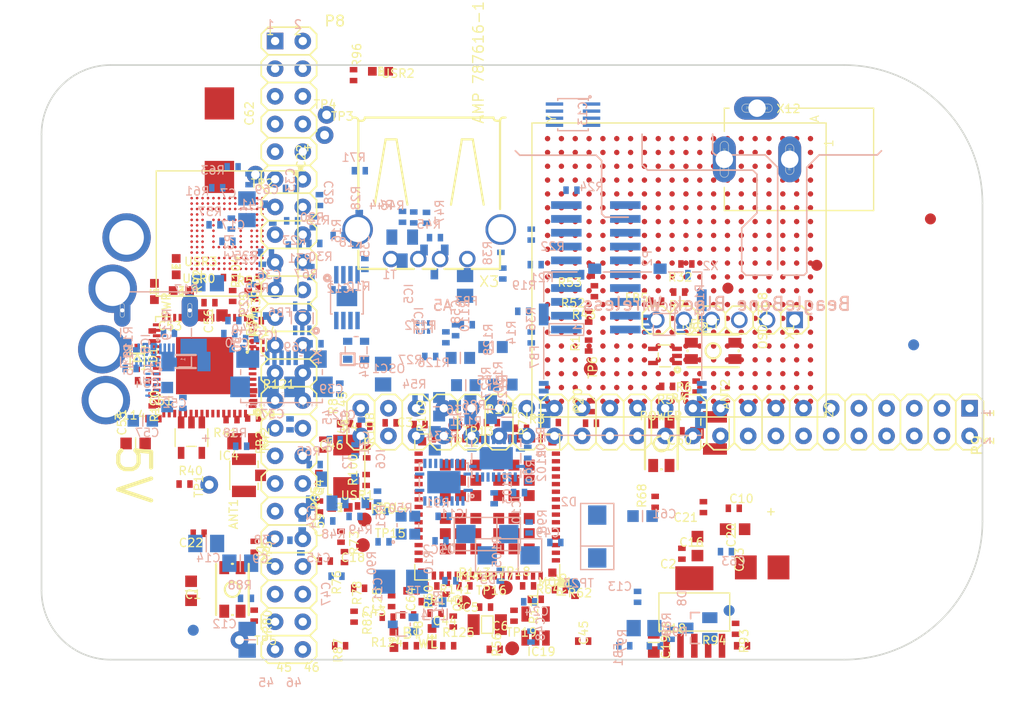
<source format=kicad_pcb>
(kicad_pcb (version 20171130) (host pcbnew "(5.1.10)-1")
  (layers (0 Top signal) (1 VDD signal hide) (2 Route3 signal) (3 Route14 signal) (4 DigitalGND signal) (31 Bottom signal) (34 B.Paste user) (35 F.Paste user) (36 B.SilkS user hide) (37 F.SilkS user hide) (38 B.Mask user) (39 F.Mask user) (44 Edge.Cuts user))
  (net 0 "")
  (net 1 GND)
  (net 2 N$6)
  (net 3 N$7)
  (net 4 SD.D3)
  (net 5 SD.D1)
  (net 6 SD.D0)
  (net 7 SD.D2)
  (net 8 SD.CLK)
  (net 9 SD.CMD)
  (net 10 N$16)
  (net 11 N$17)
  (net 12 N$18)
  (net 13 LCD.D15.R4--R7)
  (net 14 LCD.D14.R3--R6)
  (net 15 LCD.D13.R2--R5)
  (net 16 LCD.D12.R1--R4)
  (net 17 LCD.D11.R0--R3)
  (net 18 LCD.D7.G2--G4)
  (net 19 LCD.D6.G1--G3)
  (net 20 LCD.D5.G0--G2)
  (net 21 LCD.D10.G5--G7)
  (net 22 LCD.D9.G4--G6)
  (net 23 LCD.D8.G3--G5)
  (net 24 LCD.D4.B4--B7)
  (net 25 LCD.D3.B3--B6)
  (net 26 LCD.D2.B2--B5)
  (net 27 LCD.ENABLE)
  (net 28 LCD.D0.B0--B3)
  (net 29 LCD.D1.B1--B4)
  (net 30 LCD.VSYNC)
  (net 31 LCD.HSYNC)
  (net 32 LCD.CLOCK)
  (net 33 N$36)
  (net 34 N$37)
  (net 35 N$8)
  (net 36 AGND)
  (net 37 VDD_3V3A)
  (net 38 VDD_CORE)
  (net 39 VDD_1V8)
  (net 40 VDD_RTC)
  (net 41 VDDS_DDR)
  (net 42 VDDS_PLL)
  (net 43 VDD_MPU)
  (net 44 VDD_ADC)
  (net 45 N$11)
  (net 46 N$12)
  (net 47 NC2)
  (net 48 LS_BUF_OE)
  (net 49 BT_HCI_TX.SIP)
  (net 50 BT_HCI_RX.SIP)
  (net 51 NC4)
  (net 52 BT_HCI_RTS.SIP)
  (net 53 BT_HCI_CTS.SIP)
  (net 54 I2C0_SDA)
  (net 55 I2C0_SCL)
  (net 56 USB.CLIENT.D-)
  (net 57 USB.CLIENT.D+)
  (net 58 USB.CLIENT.ID)
  (net 59 USB_DC)
  (net 60 USB.HOST.D+)
  (net 61 USB.HOST.D-)
  (net 62 VDD_5V)
  (net 63 PWR_BUT)
  (net 64 VDD_3V3B)
  (net 65 VIN_BAT)
  (net 66 BAT_VOLT)
  (net 67 BAT_TEMP)
  (net 68 N$22)
  (net 69 SD.CD)
  (net 70 PMIC_PGOOD)
  (net 71 LDO_PGOOD)
  (net 72 PMIC_INT)
  (net 73 PMIC_NWAKEUP)
  (net 74 VDD_3V3AUX)
  (net 75 AIN0)
  (net 76 AIN1)
  (net 77 AIN2)
  (net 78 AIN3)
  (net 79 AIN4)
  (net 80 AIN5)
  (net 81 AIN6)
  (net 82 AIN7)
  (net 83 UART2_RXD)
  (net 84 UART2_TXD)
  (net 85 I2C1_SDA)
  (net 86 I2C1_SCL)
  (net 87 I2C2_SDA)
  (net 88 I2C2_SCL)
  (net 89 UART1_RXD)
  (net 90 UART1_TXD)
  (net 91 N$2)
  (net 92 JTAG_TRSTN)
  (net 93 JTAG_TMS)
  (net 94 JTAG_TDI)
  (net 95 JTAG_TCK)
  (net 96 JTAG_TDO)
  (net 97 JTAG_EMU0)
  (net 98 JTAG_EMU1)
  (net 99 CLKOUT2)
  (net 100 N$3)
  (net 101 XDMA_EVENT_INTRO)
  (net 102 SYS_RESET#)
  (net 103 TIMER5)
  (net 104 TIMER4)
  (net 105 TIMER7)
  (net 106 TIMER6)
  (net 107 UART4_RXD)
  (net 108 UART4_TXD)
  (net 109 EHRPWM2B)
  (net 110 EHRPWM2A)
  (net 111 EHRPWM1B)
  (net 112 EHRPWM1A)
  (net 113 N$28)
  (net 114 N$29)
  (net 115 N$30)
  (net 116 N$31)
  (net 117 EMMC_RSTN)
  (net 118 MMC1_DAT0)
  (net 119 MMC1_DAT1)
  (net 120 MMC1_DAT2)
  (net 121 MMC1_DAT3)
  (net 122 MMC1_DAT4)
  (net 123 MMC1_DAT5)
  (net 124 MMC1_DAT6)
  (net 125 MMC1_DAT7)
  (net 126 MMC1_CMD)
  (net 127 MMC1_CLK)
  (net 128 USR0)
  (net 129 USR1)
  (net 130 USR2)
  (net 131 USR3)
  (net 132 N$34)
  (net 133 SYS_5V)
  (net 134 GPIO1_28)
  (net 135 GPIO1_29)
  (net 136 GPIO2_1)
  (net 137 GPIO0_26)
  (net 138 GPIO0_27)
  (net 139 GPIO1_12)
  (net 140 GPIO1_13)
  (net 141 GPIO1_14)
  (net 142 GPIO1_15)
  (net 143 USB1_OC#)
  (net 144 GPIO1_16.SIP)
  (net 145 GPIO1_16)
  (net 146 GPIO2_0.SIP)
  (net 147 GPIO1_17)
  (net 148 HDMICLK_DIS#)
  (net 149 HDMI_INT)
  (net 150 N$4)
  (net 151 GPIO3_21)
  (net 152 SPI1_SCLK)
  (net 153 SPI1_D0)
  (net 154 SPI1_D1)
  (net 155 SPI1_CS0)
  (net 156 GPIO3_19)
  (net 157 N$48)
  (net 158 N$49)
  (net 159 GPIO0_7)
  (net 160 MCU.LCD.CLK)
  (net 161 MCU.LCD.VS)
  (net 162 MCU.LCD.HS)
  (net 163 MCU.LCD.EN)
  (net 164 N$45)
  (net 165 N$20)
  (net 166 USB1_DRVVBUS)
  (net 167 UART0_TXD)
  (net 168 UART0_RXD)
  (net 169 UART0_RST#)
  (net 170 N$50)
  (net 171 N$51)
  (net 172 N$52)
  (net 173 N$53)
  (net 174 N$54)
  (net 175 N$42)
  (net 176 12M_LOOP)
  (net 177 N$58)
  (net 178 12MHZ)
  (net 179 N$47)
  (net 180 TX->RX)
  (net 181 RX<-TX)
  (net 182 HDMI_1V8)
  (net 183 TEST)
  (net 184 DVI_5V)
  (net 185 HDMI.DSDA)
  (net 186 HDMI.DSCL)
  (net 187 EXT_SWING)
  (net 188 HPD)
  (net 189 CEC)
  (net 190 N$66)
  (net 191 TX2+)
  (net 192 TX2-)
  (net 193 TX1+)
  (net 194 TX1-)
  (net 195 TX0+)
  (net 196 TX0-)
  (net 197 TXC+)
  (net 198 TXC-)
  (net 199 VBUS.HOST)
  (net 200 VBUS.OUT)
  (net 201 USB1_VBUS)
  (net 202 N$1)
  (net 203 32.768KHZ)
  (net 204 BT_HCI_RTS)
  (net 205 BT_HCI_CTS)
  (net 206 BT_HCI_TX)
  (net 207 BT_HCI_RX)
  (net 208 WL_SDIO_CMD)
  (net 209 WL_SDIO_CLK)
  (net 210 WL_SDIO_D0)
  (net 211 WL_SDIO_D1)
  (net 212 WL_SDIO_D2)
  (net 213 WL_SDIO_D3)
  (net 214 WL_IRQ)
  (net 215 WL_EN)
  (net 216 BT_EN)
  (net 217 SLOW_CLK)
  (net 218 N$5)
  (net 219 N$9)
  (net 220 5V_IN)
  (net 221 SELECT_5V)
  (net 222 N$13)
  (net 223 N$14)
  (net 224 N$15)
  (net 225 N$19)
  (net 226 N$33)
  (net 227 N$35)
  (net 228 N$38)
  (net 229 N$39)
  (net 230 N$40)
  (net 231 N$41)
  (net 232 N$43)
  (net 233 N$44)
  (net 234 WL_SDIO_D0.SIP)
  (net 235 WL_SDIO_D1.SIP)
  (net 236 WL_SDIO_D2.SIP)
  (net 237 WL_SDIO_D3.SIP)
  (net 238 WL_SDIO_CLK.SIP)
  (net 239 WL_SDIO_CMD.SIP)
  (net 240 WL_EN.SIP)
  (net 241 BT_EN.SIP)
  (net 242 WL_IRQ.SIP)
  (net 243 N$25)
  (net 244 N$57)
  (net 245 N$59)
  (net 246 CGND)
  (net 247 N$24)
  (net 248 N$56)
  (net 249 NC1)
  (net 250 NC3)
  (net 251 N$62)
  (net 252 N$63)
  (net 253 N$64)
  (net 254 N$65)
  (net 255 N$67)
  (net 256 N$69)
  (net 257 N$70)
  (net 258 N$93)
  (net 259 N$94)
  (net 260 N$95)
  (net 261 N$96)
  (net 262 ALT.WL.CMD)
  (net 263 ALT.BT.EN)
  (net 264 ALT.BUFF.OE)
  (net 265 ALT.WL.CLK)
  (net 266 ALT.WL.EN)
  (net 267 ALT.WL.IRQ)
  (net 268 ALT.WL.D0)
  (net 269 ALT.WL.D1)
  (net 270 ALT.WL.D2)
  (net 271 ALT.WL.D3)
  (net 272 3.3V-WIFI)
  (module FIDUCIAL_40MIL (layer Top) (at 186.905401 91.83006 270)
    (fp_text reference FUD1 hide)
    (fp_text value FIDUCIAL hide)
    (pad P$1 smd roundrect (at 0 0 270) (size 1.016 1.016) (layers Top F.Paste F.Mask) (roundrect_rratio 0.5))
  )
  (module FIDUCIAL_40MIL (layer Top) (at 176.474298 96.091417 270)
    (fp_text reference FUD2 hide)
    (fp_text value FIDUCIAL hide)
    (pad P$1 smd roundrect (at 0 0 270) (size 1.016 1.016) (layers Top F.Paste F.Mask) (roundrect_rratio 0.5))
  )
  (module FIDUCIAL_40MIL (layer Top) (at 168.317385 98.188314 180)
    (fp_text reference FUD3 hide)
    (fp_text value FIDUCIAL hide)
    (pad P$1 smd roundrect (at 0 0 180) (size 1.016 1.016) (layers Top F.Paste F.Mask) (roundrect_rratio 0.5))
  )
  (module C0402K (layer Top) (at 137.361761 110.558999 180)
    (fp_text reference C3 (at -0.5 -0.425) (layer F.SilkS) (effects (font (size 0.77216 0.77216) (thickness 0.115824)) (justify left bottom)))
    (fp_text value "18pF, 50V")
    (pad 2 smd rect (at 0.5 0 180) (size 0.5 0.7) (layers Top F.Paste F.Mask) (net 45 N$11))
    (pad 1 smd rect (at -0.5 0 180) (size 0.5 0.7) (layers Top F.Paste F.Mask) (net 3 N$7))
  )
  (module C0402K (layer Top) (at 134.949031 110.890103)
    (fp_text reference C4 (at -0.5 -0.425) (layer F.SilkS) (effects (font (size 0.77216 0.77216) (thickness 0.115824)) (justify right top)))
    (fp_text value "18pF, 50V")
    (pad 2 smd rect (at 0.5 0) (size 0.5 0.7) (layers Top F.Paste F.Mask) (net 45 N$11))
    (pad 1 smd rect (at -0.5 0) (size 0.5 0.7) (layers Top F.Paste F.Mask) (net 2 N$6))
  )
  (module R0402 (layer Top) (at 161.735943 99.387333)
    (fp_text reference FB5 (at -0.635 -0.762) (layer F.SilkS) (effects (font (size 0.77216 0.77216) (thickness 0.115824)) (justify right top)))
    (fp_text value "1k BLM15AG102SN1D")
    (pad 2 smd rect (at 0.5 0) (size 0.5 0.7) (layers Top F.Paste F.Mask) (net 101 XDMA_EVENT_INTRO))
    (pad 1 smd rect (at -0.5 0) (size 0.5 0.7) (layers Top F.Paste F.Mask) (net 100 N$3))
  )
  (module 0603-LED (layer Top) (at 117.681627 96.213375 180)
    (fp_text reference USR3 (at -0.65 0) (layer F.SilkS) (effects (font (size 0.77216 0.77216) (thickness 0.115824)) (justify left bottom)))
    (fp_text value LTST-C191TBKT)
    (pad K smd rect (at 0 0.75 180) (size 0.8 0.8) (layers Top F.Paste F.Mask) (net 1 GND))
    (pad A smd rect (at 0 -0.75 180) (size 0.8 0.8) (layers Top F.Paste F.Mask) (net 12 N$18))
  )
  (module 0603-LED (layer Top) (at 136.43471 78.2736 90)
    (fp_text reference USR2 (at -0.65 0) (layer F.SilkS) (effects (font (size 0.77216 0.77216) (thickness 0.115824)) (justify left bottom)))
    (fp_text value LTST-C191TBKT)
    (pad K smd rect (at 0 0.75 90) (size 0.8 0.8) (layers Top F.Paste F.Mask) (net 1 GND))
    (pad A smd rect (at 0 -0.75 90) (size 0.8 0.8) (layers Top F.Paste F.Mask) (net 11 N$17))
  )
  (module 0603-LED (layer Top) (at 132.715086 118.325505 270)
    (fp_text reference USR1 (at -0.65 0) (layer F.SilkS) (effects (font (size 0.77216 0.77216) (thickness 0.115824)) (justify left bottom)))
    (fp_text value LTST-C191TBKT)
    (pad K smd rect (at 0 0.75 270) (size 0.8 0.8) (layers Top F.Paste F.Mask) (net 1 GND))
    (pad A smd rect (at 0 -0.75 270) (size 0.8 0.8) (layers Top F.Paste F.Mask) (net 10 N$16))
  )
  (module 0603-LED (layer Top) (at 115.682248 98.49647 180)
    (fp_text reference PWR (at -0.65 0 90) (layer F.SilkS) (effects (font (size 0.77216 0.77216) (thickness 0.115824)) (justify right top)))
    (fp_text value LTST-C191TBKT)
    (pad K smd rect (at 0 0.75 180) (size 0.8 0.8) (layers Top F.Paste F.Mask) (net 150 N$4))
    (pad A smd rect (at 0 -0.75 180) (size 0.8 0.8) (layers Top F.Paste F.Mask) (net 74 VDD_3V3AUX))
  )
  (module R0402 (layer Top) (at 164.505691 95.967941 180)
    (fp_text reference R32 (at -0.635 -0.762) (layer F.SilkS) (effects (font (size 0.77216 0.77216) (thickness 0.115824)) (justify right top)))
    (fp_text value "10k, 1%")
    (pad 2 smd rect (at 0.5 0 180) (size 0.5 0.7) (layers Top F.Paste F.Mask) (net 102 SYS_RESET#))
    (pad 1 smd rect (at -0.5 0 180) (size 0.5 0.7) (layers Top F.Paste F.Mask) (net 64 VDD_3V3B))
  )
  (module R0402 (layer Top) (at 120.73558 99.523239)
    (fp_text reference R92 (at -0.635 -0.762 90) (layer F.SilkS) (effects (font (size 0.77216 0.77216) (thickness 0.115824)) (justify left bottom)))
    (fp_text value 1k)
    (pad 2 smd rect (at 0.5 0) (size 0.5 0.7) (layers Top F.Paste F.Mask) (net 131 USR3))
    (pad 1 smd rect (at -0.5 0) (size 0.5 0.7) (layers Top F.Paste F.Mask) (net 12 N$18))
  )
  (module R0402 (layer Top) (at 133.958794 78.6236 270)
    (fp_text reference R96 (at -0.635 -0.762 90) (layer F.SilkS) (effects (font (size 0.77216 0.77216) (thickness 0.115824)) (justify left bottom)))
    (fp_text value 1k)
    (pad 2 smd rect (at 0.5 0 270) (size 0.5 0.7) (layers Top F.Paste F.Mask) (net 130 USR2))
    (pad 1 smd rect (at -0.5 0 270) (size 0.5 0.7) (layers Top F.Paste F.Mask) (net 11 N$17))
  )
  (module R0402 (layer Top) (at 135.116612 115.810239 90)
    (fp_text reference R100 (at -0.635 -0.762 90) (layer F.SilkS) (effects (font (size 0.77216 0.77216) (thickness 0.115824)) (justify left bottom)))
    (fp_text value 1k)
    (pad 2 smd rect (at 0.5 0 90) (size 0.5 0.7) (layers Top F.Paste F.Mask) (net 129 USR1))
    (pad 1 smd rect (at -0.5 0 90) (size 0.5 0.7) (layers Top F.Paste F.Mask) (net 10 N$16))
  )
  (module R0402 (layer Top) (at 122.760107 110.261241 180)
    (fp_text reference R41 (at -0.635 -0.762) (layer F.SilkS) (effects (font (size 0.77216 0.77216) (thickness 0.115824)) (justify right top)))
    (fp_text value "1.5k, 1%")
    (pad 2 smd rect (at 0.5 0 180) (size 0.5 0.7) (layers Top F.Paste F.Mask) (net 55 I2C0_SCL))
    (pad 1 smd rect (at -0.5 0 180) (size 0.5 0.7) (layers Top F.Paste F.Mask) (net 64 VDD_3V3B))
  )
  (module R0402 (layer Top) (at 124.739183 110.109778 180)
    (fp_text reference R42 (at -0.635 -0.762 90) (layer F.SilkS) (effects (font (size 0.77216 0.77216) (thickness 0.115824)) (justify right top)))
    (fp_text value "1.5k, 1%")
    (pad 2 smd rect (at 0.5 0 180) (size 0.5 0.7) (layers Top F.Paste F.Mask) (net 54 I2C0_SDA))
    (pad 1 smd rect (at -0.5 0 180) (size 0.5 0.7) (layers Top F.Paste F.Mask) (net 64 VDD_3V3B))
  )
  (module CRYSTAL_3.2X1.5 (layer Top) (at 146.231791 129.090653)
    (fp_text reference Q2 (at -2.246875 -1.115625 90) (layer F.SilkS) (effects (font (size 0.77216 0.77216) (thickness 0.115824)) (justify left bottom)))
    (fp_text value 32.768kHz)
    (pad P$2 smd rect (at 1.25 0) (size 1.1 1.9) (layers Top F.Paste F.Mask) (net 34 N$37))
    (pad P$1 smd rect (at -1.25 0) (size 1.1 1.9) (layers Top F.Paste F.Mask) (net 33 N$36))
  )
  (module C0402K (layer Top) (at 148.687129 128.275741 90)
    (fp_text reference C6 (at -0.5 -0.425) (layer F.SilkS) (effects (font (size 0.77216 0.77216) (thickness 0.115824)) (justify right top)))
    (fp_text value "18pF, 50V")
    (pad 2 smd rect (at 0.5 0 90) (size 0.5 0.7) (layers Top F.Paste F.Mask) (net 46 N$12))
    (pad 1 smd rect (at -0.5 0 90) (size 0.5 0.7) (layers Top F.Paste F.Mask) (net 34 N$37))
  )
  (module C0402K (layer Top) (at 146.03197 127.4836)
    (fp_text reference C5 (at -0.5 -0.425) (layer F.SilkS) (effects (font (size 0.77216 0.77216) (thickness 0.115824)) (justify right top)))
    (fp_text value "18pF, 50V")
    (pad 2 smd rect (at 0.5 0) (size 0.5 0.7) (layers Top F.Paste F.Mask) (net 46 N$12))
    (pad 1 smd rect (at -0.5 0) (size 0.5 0.7) (layers Top F.Paste F.Mask) (net 33 N$36))
  )
  (module OSD3358 (layer Top) (at 163.83 96.52 180)
    (fp_text reference IC1 hide)
    (fp_text value OSD3358 hide)
    (fp_text user 20 (at -13.7635 -12.065 90) (layer F.SilkS) (effects (font (size 0.77216 0.77216) (thickness 0.097536)) (justify right)))
    (fp_text user 1 (at -13.7635 12.065 90) (layer F.SilkS) (effects (font (size 0.77216 0.77216) (thickness 0.097536)) (justify right)))
    (fp_text user Y (at 12.1285 13.8905 90) (layer F.SilkS) (effects (font (size 0.77216 0.77216) (thickness 0.097536)) (justify top)))
    (fp_text user A (at -12.0015 13.8905 90) (layer F.SilkS) (effects (font (size 0.77216 0.77216) (thickness 0.097536)) (justify top)))
    (pad A20 smd roundrect (at -12.065 -12.065 180) (size 0.5 0.5) (layers Top F.Paste F.Mask) (roundrect_rratio 0.5) (net 70 PMIC_PGOOD))
    (pad B20 smd roundrect (at -10.795 -12.065 180) (size 0.5 0.5) (layers Top F.Paste F.Mask) (roundrect_rratio 0.5) (net 71 LDO_PGOOD))
    (pad C20 smd roundrect (at -9.525 -12.065 180) (size 0.5 0.5) (layers Top F.Paste F.Mask) (roundrect_rratio 0.5) (net 55 I2C0_SCL))
    (pad D20 smd roundrect (at -8.255 -12.065 180) (size 0.5 0.5) (layers Top F.Paste F.Mask) (roundrect_rratio 0.5) (net 63 PWR_BUT))
    (pad E20 smd roundrect (at -6.985 -12.065 180) (size 0.5 0.5) (layers Top F.Paste F.Mask) (roundrect_rratio 0.5) (net 1 GND))
    (pad F20 smd roundrect (at -5.715 -12.065 180) (size 0.5 0.5) (layers Top F.Paste F.Mask) (roundrect_rratio 0.5) (net 34 N$37))
    (pad G20 smd roundrect (at -4.445 -12.065 180) (size 0.5 0.5) (layers Top F.Paste F.Mask) (roundrect_rratio 0.5) (net 46 N$12))
    (pad H20 smd roundrect (at -3.175 -12.065 180) (size 0.5 0.5) (layers Top F.Paste F.Mask) (roundrect_rratio 0.5) (net 33 N$36))
    (pad J20 smd roundrect (at -1.905 -12.065 180) (size 0.5 0.5) (layers Top F.Paste F.Mask) (roundrect_rratio 0.5) (net 1 GND))
    (pad K20 smd roundrect (at -0.635 -12.065 180) (size 0.5 0.5) (layers Top F.Paste F.Mask) (roundrect_rratio 0.5) (net 2 N$6))
    (pad L20 smd roundrect (at 0.635 -12.065 180) (size 0.5 0.5) (layers Top F.Paste F.Mask) (roundrect_rratio 0.5) (net 45 N$11))
    (pad M20 smd roundrect (at 1.905 -12.065 180) (size 0.5 0.5) (layers Top F.Paste F.Mask) (roundrect_rratio 0.5) (net 3 N$7))
    (pad N20 smd roundrect (at 3.175 -12.065 180) (size 0.5 0.5) (layers Top F.Paste F.Mask) (roundrect_rratio 0.5) (net 1 GND))
    (pad P20 smd roundrect (at 4.445 -12.065 180) (size 0.5 0.5) (layers Top F.Paste F.Mask) (roundrect_rratio 0.5) (net 1 GND))
    (pad R20 smd roundrect (at 5.715 -12.065 180) (size 0.5 0.5) (layers Top F.Paste F.Mask) (roundrect_rratio 0.5) (net 1 GND))
    (pad T20 smd roundrect (at 6.985 -12.065 180) (size 0.5 0.5) (layers Top F.Paste F.Mask) (roundrect_rratio 0.5) (net 1 GND))
    (pad U20 smd roundrect (at 8.255 -12.065 180) (size 0.5 0.5) (layers Top F.Paste F.Mask) (roundrect_rratio 0.5) (net 64 VDD_3V3B))
    (pad V20 smd roundrect (at 9.525 -12.065 180) (size 0.5 0.5) (layers Top F.Paste F.Mask) (roundrect_rratio 0.5) (net 64 VDD_3V3B))
    (pad W20 smd roundrect (at 10.795 -12.065 180) (size 0.5 0.5) (layers Top F.Paste F.Mask) (roundrect_rratio 0.5) (net 1 GND))
    (pad Y20 smd roundrect (at 12.065 -12.065 180) (size 0.5 0.5) (layers Top F.Paste F.Mask) (roundrect_rratio 0.5))
    (pad A19 smd roundrect (at -12.065 -10.795 180) (size 0.5 0.5) (layers Top F.Paste F.Mask) (roundrect_rratio 0.5) (net 73 PMIC_NWAKEUP))
    (pad B19 smd roundrect (at -10.795 -10.795 180) (size 0.5 0.5) (layers Top F.Paste F.Mask) (roundrect_rratio 0.5) (net 72 PMIC_INT))
    (pad C19 smd roundrect (at -9.525 -10.795 180) (size 0.5 0.5) (layers Top F.Paste F.Mask) (roundrect_rratio 0.5) (net 54 I2C0_SDA))
    (pad D19 smd roundrect (at -8.255 -10.795 180) (size 0.5 0.5) (layers Top F.Paste F.Mask) (roundrect_rratio 0.5) (net 35 N$8))
    (pad E19 smd roundrect (at -6.985 -10.795 180) (size 0.5 0.5) (layers Top F.Paste F.Mask) (roundrect_rratio 0.5) (net 1 GND))
    (pad F19 smd roundrect (at -5.715 -10.795 180) (size 0.5 0.5) (layers Top F.Paste F.Mask) (roundrect_rratio 0.5) (net 1 GND))
    (pad G19 smd roundrect (at -4.445 -10.795 180) (size 0.5 0.5) (layers Top F.Paste F.Mask) (roundrect_rratio 0.5) (net 1 GND))
    (pad H19 smd roundrect (at -3.175 -10.795 180) (size 0.5 0.5) (layers Top F.Paste F.Mask) (roundrect_rratio 0.5) (net 1 GND))
    (pad J19 smd roundrect (at -1.905 -10.795 180) (size 0.5 0.5) (layers Top F.Paste F.Mask) (roundrect_rratio 0.5) (net 1 GND))
    (pad K19 smd roundrect (at -0.635 -10.795 180) (size 0.5 0.5) (layers Top F.Paste F.Mask) (roundrect_rratio 0.5) (net 1 GND))
    (pad L19 smd roundrect (at 0.635 -10.795 180) (size 0.5 0.5) (layers Top F.Paste F.Mask) (roundrect_rratio 0.5) (net 1 GND))
    (pad M19 smd roundrect (at 1.905 -10.795 180) (size 0.5 0.5) (layers Top F.Paste F.Mask) (roundrect_rratio 0.5) (net 1 GND))
    (pad N19 smd roundrect (at 3.175 -10.795 180) (size 0.5 0.5) (layers Top F.Paste F.Mask) (roundrect_rratio 0.5) (net 1 GND))
    (pad P19 smd roundrect (at 4.445 -10.795 180) (size 0.5 0.5) (layers Top F.Paste F.Mask) (roundrect_rratio 0.5) (net 1 GND))
    (pad R19 smd roundrect (at 5.715 -10.795 180) (size 0.5 0.5) (layers Top F.Paste F.Mask) (roundrect_rratio 0.5) (net 1 GND))
    (pad T19 smd roundrect (at 6.985 -10.795 180) (size 0.5 0.5) (layers Top F.Paste F.Mask) (roundrect_rratio 0.5) (net 1 GND))
    (pad U19 smd roundrect (at 8.255 -10.795 180) (size 0.5 0.5) (layers Top F.Paste F.Mask) (roundrect_rratio 0.5) (net 1 GND))
    (pad V19 smd roundrect (at 9.525 -10.795 180) (size 0.5 0.5) (layers Top F.Paste F.Mask) (roundrect_rratio 0.5) (net 1 GND))
    (pad W19 smd roundrect (at 10.795 -10.795 180) (size 0.5 0.5) (layers Top F.Paste F.Mask) (roundrect_rratio 0.5) (net 1 GND))
    (pad Y19 smd roundrect (at 12.065 -10.795 180) (size 0.5 0.5) (layers Top F.Paste F.Mask) (roundrect_rratio 0.5))
    (pad A18 smd roundrect (at -12.065 -9.525 180) (size 0.5 0.5) (layers Top F.Paste F.Mask) (roundrect_rratio 0.5) (net 1 GND))
    (pad B18 smd roundrect (at -10.795 -9.525 180) (size 0.5 0.5) (layers Top F.Paste F.Mask) (roundrect_rratio 0.5) (net 72 PMIC_INT))
    (pad C18 smd roundrect (at -9.525 -9.525 180) (size 0.5 0.5) (layers Top F.Paste F.Mask) (roundrect_rratio 0.5) (net 157 N$48))
    (pad D18 smd roundrect (at -8.255 -9.525 180) (size 0.5 0.5) (layers Top F.Paste F.Mask) (roundrect_rratio 0.5) (net 87 I2C2_SDA))
    (pad E18 smd roundrect (at -6.985 -9.525 180) (size 0.5 0.5) (layers Top F.Paste F.Mask) (roundrect_rratio 0.5))
    (pad F18 smd roundrect (at -5.715 -9.525 180) (size 0.5 0.5) (layers Top F.Paste F.Mask) (roundrect_rratio 0.5) (net 7 SD.D2))
    (pad G18 smd roundrect (at -4.445 -9.525 180) (size 0.5 0.5) (layers Top F.Paste F.Mask) (roundrect_rratio 0.5) (net 9 SD.CMD))
    (pad H18 smd roundrect (at -3.175 -9.525 180) (size 0.5 0.5) (layers Top F.Paste F.Mask) (roundrect_rratio 0.5) (net 242 WL_IRQ.SIP))
    (pad J18 smd roundrect (at -1.905 -9.525 180) (size 0.5 0.5) (layers Top F.Paste F.Mask) (roundrect_rratio 0.5) (net 235 WL_SDIO_D1.SIP))
    (pad K18 smd roundrect (at -0.635 -9.525 180) (size 0.5 0.5) (layers Top F.Paste F.Mask) (roundrect_rratio 0.5) (net 240 WL_EN.SIP))
    (pad L18 smd roundrect (at 0.635 -9.525 180) (size 0.5 0.5) (layers Top F.Paste F.Mask) (roundrect_rratio 0.5) (net 48 LS_BUF_OE))
    (pad M18 smd roundrect (at 1.905 -9.525 180) (size 0.5 0.5) (layers Top F.Paste F.Mask) (roundrect_rratio 0.5) (net 52 BT_HCI_RTS.SIP))
    (pad N18 smd roundrect (at 3.175 -9.525 180) (size 0.5 0.5) (layers Top F.Paste F.Mask) (roundrect_rratio 0.5) (net 56 USB.CLIENT.D-))
    (pad P18 smd roundrect (at 4.445 -9.525 180) (size 0.5 0.5) (layers Top F.Paste F.Mask) (roundrect_rratio 0.5))
    (pad R18 smd roundrect (at 5.715 -9.525 180) (size 0.5 0.5) (layers Top F.Paste F.Mask) (roundrect_rratio 0.5) (net 61 USB.HOST.D-))
    (pad T18 smd roundrect (at 6.985 -9.525 180) (size 0.5 0.5) (layers Top F.Paste F.Mask) (roundrect_rratio 0.5) (net 201 USB1_VBUS))
    (pad U18 smd roundrect (at 8.255 -9.525 180) (size 0.5 0.5) (layers Top F.Paste F.Mask) (roundrect_rratio 0.5) (net 134 GPIO1_28))
    (pad V18 smd roundrect (at 9.525 -9.525 180) (size 0.5 0.5) (layers Top F.Paste F.Mask) (roundrect_rratio 0.5) (net 1 GND))
    (pad W18 smd roundrect (at 10.795 -9.525 180) (size 0.5 0.5) (layers Top F.Paste F.Mask) (roundrect_rratio 0.5) (net 1 GND))
    (pad Y18 smd roundrect (at 12.065 -9.525 180) (size 0.5 0.5) (layers Top F.Paste F.Mask) (roundrect_rratio 0.5) (net 1 GND))
    (pad A17 smd roundrect (at -12.065 -8.255 180) (size 0.5 0.5) (layers Top F.Paste F.Mask) (roundrect_rratio 0.5) (net 83 UART2_RXD))
    (pad B17 smd roundrect (at -10.795 -8.255 180) (size 0.5 0.5) (layers Top F.Paste F.Mask) (roundrect_rratio 0.5) (net 84 UART2_TXD))
    (pad C17 smd roundrect (at -9.525 -8.255 180) (size 0.5 0.5) (layers Top F.Paste F.Mask) (roundrect_rratio 0.5) (net 54 I2C0_SDA))
    (pad D17 smd roundrect (at -8.255 -8.255 180) (size 0.5 0.5) (layers Top F.Paste F.Mask) (roundrect_rratio 0.5) (net 88 I2C2_SCL))
    (pad E17 smd roundrect (at -6.985 -8.255 180) (size 0.5 0.5) (layers Top F.Paste F.Mask) (roundrect_rratio 0.5) (net 169 UART0_RST#))
    (pad F17 smd roundrect (at -5.715 -8.255 180) (size 0.5 0.5) (layers Top F.Paste F.Mask) (roundrect_rratio 0.5) (net 4 SD.D3))
    (pad G17 smd roundrect (at -4.445 -8.255 180) (size 0.5 0.5) (layers Top F.Paste F.Mask) (roundrect_rratio 0.5) (net 8 SD.CLK))
    (pad H17 smd roundrect (at -3.175 -8.255 180) (size 0.5 0.5) (layers Top F.Paste F.Mask) (roundrect_rratio 0.5) (net 47 NC2))
    (pad J17 smd roundrect (at -1.905 -8.255 180) (size 0.5 0.5) (layers Top F.Paste F.Mask) (roundrect_rratio 0.5) (net 234 WL_SDIO_D0.SIP))
    (pad K17 smd roundrect (at -0.635 -8.255 180) (size 0.5 0.5) (layers Top F.Paste F.Mask) (roundrect_rratio 0.5) (net 241 BT_EN.SIP))
    (pad L17 smd roundrect (at 0.635 -8.255 180) (size 0.5 0.5) (layers Top F.Paste F.Mask) (roundrect_rratio 0.5) (net 50 BT_HCI_RX.SIP))
    (pad M17 smd roundrect (at 1.905 -8.255 180) (size 0.5 0.5) (layers Top F.Paste F.Mask) (roundrect_rratio 0.5) (net 53 BT_HCI_CTS.SIP))
    (pad N17 smd roundrect (at 3.175 -8.255 180) (size 0.5 0.5) (layers Top F.Paste F.Mask) (roundrect_rratio 0.5) (net 57 USB.CLIENT.D+))
    (pad P17 smd roundrect (at 4.445 -8.255 180) (size 0.5 0.5) (layers Top F.Paste F.Mask) (roundrect_rratio 0.5) (net 165 N$20))
    (pad R17 smd roundrect (at 5.715 -8.255 180) (size 0.5 0.5) (layers Top F.Paste F.Mask) (roundrect_rratio 0.5) (net 60 USB.HOST.D+))
    (pad T17 smd roundrect (at 6.985 -8.255 180) (size 0.5 0.5) (layers Top F.Paste F.Mask) (roundrect_rratio 0.5) (net 107 UART4_RXD))
    (pad U17 smd roundrect (at 8.255 -8.255 180) (size 0.5 0.5) (layers Top F.Paste F.Mask) (roundrect_rratio 0.5) (net 108 UART4_TXD))
    (pad V17 smd roundrect (at 9.525 -8.255 180) (size 0.5 0.5) (layers Top F.Paste F.Mask) (roundrect_rratio 0.5) (net 148 HDMICLK_DIS#))
    (pad W17 smd roundrect (at 10.795 -8.255 180) (size 0.5 0.5) (layers Top F.Paste F.Mask) (roundrect_rratio 0.5) (net 1 GND))
    (pad Y17 smd roundrect (at 12.065 -8.255 180) (size 0.5 0.5) (layers Top F.Paste F.Mask) (roundrect_rratio 0.5))
    (pad A16 smd roundrect (at -12.065 -6.985 180) (size 0.5 0.5) (layers Top F.Paste F.Mask) (roundrect_rratio 0.5) (net 86 I2C1_SCL))
    (pad B16 smd roundrect (at -10.795 -6.985 180) (size 0.5 0.5) (layers Top F.Paste F.Mask) (roundrect_rratio 0.5) (net 85 I2C1_SDA))
    (pad C16 smd roundrect (at -9.525 -6.985 180) (size 0.5 0.5) (layers Top F.Paste F.Mask) (roundrect_rratio 0.5) (net 55 I2C0_SCL))
    (pad D16 smd roundrect (at -8.255 -6.985 180) (size 0.5 0.5) (layers Top F.Paste F.Mask) (roundrect_rratio 0.5) (net 89 UART1_RXD))
    (pad E16 smd roundrect (at -6.985 -6.985 180) (size 0.5 0.5) (layers Top F.Paste F.Mask) (roundrect_rratio 0.5) (net 167 UART0_TXD))
    (pad F16 smd roundrect (at -5.715 -6.985 180) (size 0.5 0.5) (layers Top F.Paste F.Mask) (roundrect_rratio 0.5))
    (pad G16 smd roundrect (at -4.445 -6.985 180) (size 0.5 0.5) (layers Top F.Paste F.Mask) (roundrect_rratio 0.5) (net 6 SD.D0))
    (pad H16 smd roundrect (at -3.175 -6.985 180) (size 0.5 0.5) (layers Top F.Paste F.Mask) (roundrect_rratio 0.5) (net 237 WL_SDIO_D3.SIP))
    (pad J16 smd roundrect (at -1.905 -6.985 180) (size 0.5 0.5) (layers Top F.Paste F.Mask) (roundrect_rratio 0.5) (net 239 WL_SDIO_CMD.SIP))
    (pad K16 smd roundrect (at -0.635 -6.985 180) (size 0.5 0.5) (layers Top F.Paste F.Mask) (roundrect_rratio 0.5) (net 248 N$56))
    (pad L16 smd roundrect (at 0.635 -6.985 180) (size 0.5 0.5) (layers Top F.Paste F.Mask) (roundrect_rratio 0.5) (net 49 BT_HCI_TX.SIP))
    (pad M16 smd roundrect (at 1.905 -6.985 180) (size 0.5 0.5) (layers Top F.Paste F.Mask) (roundrect_rratio 0.5) (net 249 NC1))
    (pad N16 smd roundrect (at 3.175 -6.985 180) (size 0.5 0.5) (layers Top F.Paste F.Mask) (roundrect_rratio 0.5) (net 39 VDD_1V8))
    (pad P16 smd roundrect (at 4.445 -6.985 180) (size 0.5 0.5) (layers Top F.Paste F.Mask) (roundrect_rratio 0.5) (net 58 USB.CLIENT.ID))
    (pad R16 smd roundrect (at 5.715 -6.985 180) (size 0.5 0.5) (layers Top F.Paste F.Mask) (roundrect_rratio 0.5) (net 39 VDD_1V8))
    (pad T16 smd roundrect (at 6.985 -6.985 180) (size 0.5 0.5) (layers Top F.Paste F.Mask) (roundrect_rratio 0.5) (net 143 USB1_OC#))
    (pad U16 smd roundrect (at 8.255 -6.985 180) (size 0.5 0.5) (layers Top F.Paste F.Mask) (roundrect_rratio 0.5) (net 149 HDMI_INT))
    (pad V16 smd roundrect (at 9.525 -6.985 180) (size 0.5 0.5) (layers Top F.Paste F.Mask) (roundrect_rratio 0.5) (net 131 USR3))
    (pad W16 smd roundrect (at 10.795 -6.985 180) (size 0.5 0.5) (layers Top F.Paste F.Mask) (roundrect_rratio 0.5) (net 1 GND))
    (pad Y16 smd roundrect (at 12.065 -6.985 180) (size 0.5 0.5) (layers Top F.Paste F.Mask) (roundrect_rratio 0.5))
    (pad A15 smd roundrect (at -12.065 -5.715 180) (size 0.5 0.5) (layers Top F.Paste F.Mask) (roundrect_rratio 0.5) (net 100 N$3))
    (pad B15 smd roundrect (at -10.795 -5.715 180) (size 0.5 0.5) (layers Top F.Paste F.Mask) (roundrect_rratio 0.5) (net 70 PMIC_PGOOD))
    (pad C15 smd roundrect (at -9.525 -5.715 180) (size 0.5 0.5) (layers Top F.Paste F.Mask) (roundrect_rratio 0.5) (net 69 SD.CD))
    (pad D15 smd roundrect (at -8.255 -5.715 180) (size 0.5 0.5) (layers Top F.Paste F.Mask) (roundrect_rratio 0.5) (net 90 UART1_TXD))
    (pad E15 smd roundrect (at -6.985 -5.715 180) (size 0.5 0.5) (layers Top F.Paste F.Mask) (roundrect_rratio 0.5) (net 168 UART0_RXD))
    (pad F15 smd roundrect (at -5.715 -5.715 180) (size 0.5 0.5) (layers Top F.Paste F.Mask) (roundrect_rratio 0.5) (net 166 USB1_DRVVBUS))
    (pad G15 smd roundrect (at -4.445 -5.715 180) (size 0.5 0.5) (layers Top F.Paste F.Mask) (roundrect_rratio 0.5) (net 5 SD.D1))
    (pad H15 smd roundrect (at -3.175 -5.715 180) (size 0.5 0.5) (layers Top F.Paste F.Mask) (roundrect_rratio 0.5))
    (pad J15 smd roundrect (at -1.905 -5.715 180) (size 0.5 0.5) (layers Top F.Paste F.Mask) (roundrect_rratio 0.5) (net 51 NC4))
    (pad K15 smd roundrect (at -0.635 -5.715 180) (size 0.5 0.5) (layers Top F.Paste F.Mask) (roundrect_rratio 0.5) (net 236 WL_SDIO_D2.SIP))
    (pad L15 smd roundrect (at 0.635 -5.715 180) (size 0.5 0.5) (layers Top F.Paste F.Mask) (roundrect_rratio 0.5) (net 238 WL_SDIO_CLK.SIP))
    (pad M15 smd roundrect (at 1.905 -5.715 180) (size 0.5 0.5) (layers Top F.Paste F.Mask) (roundrect_rratio 0.5))
    (pad N15 smd roundrect (at 3.175 -5.715 180) (size 0.5 0.5) (layers Top F.Paste F.Mask) (roundrect_rratio 0.5))
    (pad P15 smd roundrect (at 4.445 -5.715 180) (size 0.5 0.5) (layers Top F.Paste F.Mask) (roundrect_rratio 0.5) (net 164 N$45))
    (pad R15 smd roundrect (at 5.715 -5.715 180) (size 0.5 0.5) (layers Top F.Paste F.Mask) (roundrect_rratio 0.5))
    (pad T15 smd roundrect (at 6.985 -5.715 180) (size 0.5 0.5) (layers Top F.Paste F.Mask) (roundrect_rratio 0.5) (net 130 USR2))
    (pad U15 smd roundrect (at 8.255 -5.715 180) (size 0.5 0.5) (layers Top F.Paste F.Mask) (roundrect_rratio 0.5) (net 129 USR1))
    (pad V15 smd roundrect (at 9.525 -5.715 180) (size 0.5 0.5) (layers Top F.Paste F.Mask) (roundrect_rratio 0.5) (net 128 USR0))
    (pad W15 smd roundrect (at 10.795 -5.715 180) (size 0.5 0.5) (layers Top F.Paste F.Mask) (roundrect_rratio 0.5) (net 1 GND))
    (pad Y15 smd roundrect (at 12.065 -5.715 180) (size 0.5 0.5) (layers Top F.Paste F.Mask) (roundrect_rratio 0.5) (net 1 GND))
    (pad A14 smd roundrect (at -12.065 -4.445 180) (size 0.5 0.5) (layers Top F.Paste F.Mask) (roundrect_rratio 0.5) (net 151 GPIO3_21))
    (pad B14 smd roundrect (at -10.795 -4.445 180) (size 0.5 0.5) (layers Top F.Paste F.Mask) (roundrect_rratio 0.5) (net 98 JTAG_EMU1))
    (pad C14 smd roundrect (at -9.525 -4.445 180) (size 0.5 0.5) (layers Top F.Paste F.Mask) (roundrect_rratio 0.5) (net 97 JTAG_EMU0))
    (pad D14 smd roundrect (at -8.255 -4.445 180) (size 0.5 0.5) (layers Top F.Paste F.Mask) (roundrect_rratio 0.5) (net 114 N$29))
    (pad E14 smd roundrect (at -6.985 -4.445 180) (size 0.5 0.5) (layers Top F.Paste F.Mask) (roundrect_rratio 0.5))
    (pad F14 smd roundrect (at -5.715 -4.445 180) (size 0.5 0.5) (layers Top F.Paste F.Mask) (roundrect_rratio 0.5))
    (pad G14 smd roundrect (at -4.445 -4.445 180) (size 0.5 0.5) (layers Top F.Paste F.Mask) (roundrect_rratio 0.5))
    (pad H14 smd roundrect (at -3.175 -4.445 180) (size 0.5 0.5) (layers Top F.Paste F.Mask) (roundrect_rratio 0.5))
    (pad J14 smd roundrect (at -1.905 -4.445 180) (size 0.5 0.5) (layers Top F.Paste F.Mask) (roundrect_rratio 0.5))
    (pad K14 smd roundrect (at -0.635 -4.445 180) (size 0.5 0.5) (layers Top F.Paste F.Mask) (roundrect_rratio 0.5))
    (pad L14 smd roundrect (at 0.635 -4.445 180) (size 0.5 0.5) (layers Top F.Paste F.Mask) (roundrect_rratio 0.5))
    (pad M14 smd roundrect (at 1.905 -4.445 180) (size 0.5 0.5) (layers Top F.Paste F.Mask) (roundrect_rratio 0.5) (net 1 GND))
    (pad N14 smd roundrect (at 3.175 -4.445 180) (size 0.5 0.5) (layers Top F.Paste F.Mask) (roundrect_rratio 0.5) (net 1 GND))
    (pad P14 smd roundrect (at 4.445 -4.445 180) (size 0.5 0.5) (layers Top F.Paste F.Mask) (roundrect_rratio 0.5))
    (pad R14 smd roundrect (at 5.715 -4.445 180) (size 0.5 0.5) (layers Top F.Paste F.Mask) (roundrect_rratio 0.5) (net 115 N$30))
    (pad T14 smd roundrect (at 6.985 -4.445 180) (size 0.5 0.5) (layers Top F.Paste F.Mask) (roundrect_rratio 0.5) (net 111 EHRPWM1B))
    (pad U14 smd roundrect (at 8.255 -4.445 180) (size 0.5 0.5) (layers Top F.Paste F.Mask) (roundrect_rratio 0.5) (net 112 EHRPWM1A))
    (pad V14 smd roundrect (at 9.525 -4.445 180) (size 0.5 0.5) (layers Top F.Paste F.Mask) (roundrect_rratio 0.5) (net 147 GPIO1_17))
    (pad W14 smd roundrect (at 10.795 -4.445 180) (size 0.5 0.5) (layers Top F.Paste F.Mask) (roundrect_rratio 0.5) (net 1 GND))
    (pad Y14 smd roundrect (at 12.065 -4.445 180) (size 0.5 0.5) (layers Top F.Paste F.Mask) (roundrect_rratio 0.5))
    (pad A13 smd roundrect (at -12.065 -3.175 180) (size 0.5 0.5) (layers Top F.Paste F.Mask) (roundrect_rratio 0.5) (net 152 SPI1_SCLK))
    (pad B13 smd roundrect (at -10.795 -3.175 180) (size 0.5 0.5) (layers Top F.Paste F.Mask) (roundrect_rratio 0.5) (net 153 SPI1_D0))
    (pad C13 smd roundrect (at -9.525 -3.175 180) (size 0.5 0.5) (layers Top F.Paste F.Mask) (roundrect_rratio 0.5) (net 156 GPIO3_19))
    (pad D13 smd roundrect (at -8.255 -3.175 180) (size 0.5 0.5) (layers Top F.Paste F.Mask) (roundrect_rratio 0.5) (net 113 N$28))
    (pad E13 smd roundrect (at -6.985 -3.175 180) (size 0.5 0.5) (layers Top F.Paste F.Mask) (roundrect_rratio 0.5))
    (pad F13 smd roundrect (at -5.715 -3.175 180) (size 0.5 0.5) (layers Top F.Paste F.Mask) (roundrect_rratio 0.5))
    (pad G13 smd roundrect (at -4.445 -3.175 180) (size 0.5 0.5) (layers Top F.Paste F.Mask) (roundrect_rratio 0.5))
    (pad H13 smd roundrect (at -3.175 -3.175 180) (size 0.5 0.5) (layers Top F.Paste F.Mask) (roundrect_rratio 0.5))
    (pad J13 smd roundrect (at -1.905 -3.175 180) (size 0.5 0.5) (layers Top F.Paste F.Mask) (roundrect_rratio 0.5))
    (pad K13 smd roundrect (at -0.635 -3.175 180) (size 0.5 0.5) (layers Top F.Paste F.Mask) (roundrect_rratio 0.5))
    (pad L13 smd roundrect (at 0.635 -3.175 180) (size 0.5 0.5) (layers Top F.Paste F.Mask) (roundrect_rratio 0.5) (net 1 GND))
    (pad M13 smd roundrect (at 1.905 -3.175 180) (size 0.5 0.5) (layers Top F.Paste F.Mask) (roundrect_rratio 0.5))
    (pad N13 smd roundrect (at 3.175 -3.175 180) (size 0.5 0.5) (layers Top F.Paste F.Mask) (roundrect_rratio 0.5))
    (pad P13 smd roundrect (at 4.445 -3.175 180) (size 0.5 0.5) (layers Top F.Paste F.Mask) (roundrect_rratio 0.5))
    (pad R13 smd roundrect (at 5.715 -3.175 180) (size 0.5 0.5) (layers Top F.Paste F.Mask) (roundrect_rratio 0.5) (net 144 GPIO1_16.SIP))
    (pad T13 smd roundrect (at 6.985 -3.175 180) (size 0.5 0.5) (layers Top F.Paste F.Mask) (roundrect_rratio 0.5) (net 146 GPIO2_0.SIP))
    (pad U13 smd roundrect (at 8.255 -3.175 180) (size 0.5 0.5) (layers Top F.Paste F.Mask) (roundrect_rratio 0.5) (net 142 GPIO1_15))
    (pad V13 smd roundrect (at 9.525 -3.175 180) (size 0.5 0.5) (layers Top F.Paste F.Mask) (roundrect_rratio 0.5) (net 141 GPIO1_14))
    (pad W13 smd roundrect (at 10.795 -3.175 180) (size 0.5 0.5) (layers Top F.Paste F.Mask) (roundrect_rratio 0.5) (net 1 GND))
    (pad Y13 smd roundrect (at 12.065 -3.175 180) (size 0.5 0.5) (layers Top F.Paste F.Mask) (roundrect_rratio 0.5))
    (pad A12 smd roundrect (at -12.065 -1.905 180) (size 0.5 0.5) (layers Top F.Paste F.Mask) (roundrect_rratio 0.5) (net 95 JTAG_TCK))
    (pad B12 smd roundrect (at -10.795 -1.905 180) (size 0.5 0.5) (layers Top F.Paste F.Mask) (roundrect_rratio 0.5) (net 158 N$49))
    (pad C12 smd roundrect (at -9.525 -1.905 180) (size 0.5 0.5) (layers Top F.Paste F.Mask) (roundrect_rratio 0.5) (net 155 SPI1_CS0))
    (pad D12 smd roundrect (at -8.255 -1.905 180) (size 0.5 0.5) (layers Top F.Paste F.Mask) (roundrect_rratio 0.5) (net 154 SPI1_D1))
    (pad E12 smd roundrect (at -6.985 -1.905 180) (size 0.5 0.5) (layers Top F.Paste F.Mask) (roundrect_rratio 0.5))
    (pad F12 smd roundrect (at -5.715 -1.905 180) (size 0.5 0.5) (layers Top F.Paste F.Mask) (roundrect_rratio 0.5))
    (pad G12 smd roundrect (at -4.445 -1.905 180) (size 0.5 0.5) (layers Top F.Paste F.Mask) (roundrect_rratio 0.5) (net 1 GND))
    (pad H12 smd roundrect (at -3.175 -1.905 180) (size 0.5 0.5) (layers Top F.Paste F.Mask) (roundrect_rratio 0.5) (net 1 GND))
    (pad J12 smd roundrect (at -1.905 -1.905 180) (size 0.5 0.5) (layers Top F.Paste F.Mask) (roundrect_rratio 0.5))
    (pad K12 smd roundrect (at -0.635 -1.905 180) (size 0.5 0.5) (layers Top F.Paste F.Mask) (roundrect_rratio 0.5))
    (pad L12 smd roundrect (at 0.635 -1.905 180) (size 0.5 0.5) (layers Top F.Paste F.Mask) (roundrect_rratio 0.5) (net 1 GND))
    (pad M12 smd roundrect (at 1.905 -1.905 180) (size 0.5 0.5) (layers Top F.Paste F.Mask) (roundrect_rratio 0.5) (net 1 GND))
    (pad N12 smd roundrect (at 3.175 -1.905 180) (size 0.5 0.5) (layers Top F.Paste F.Mask) (roundrect_rratio 0.5))
    (pad P12 smd roundrect (at 4.445 -1.905 180) (size 0.5 0.5) (layers Top F.Paste F.Mask) (roundrect_rratio 0.5))
    (pad R12 smd roundrect (at 5.715 -1.905 180) (size 0.5 0.5) (layers Top F.Paste F.Mask) (roundrect_rratio 0.5) (net 140 GPIO1_13))
    (pad T12 smd roundrect (at 6.985 -1.905 180) (size 0.5 0.5) (layers Top F.Paste F.Mask) (roundrect_rratio 0.5) (net 139 GPIO1_12))
    (pad U12 smd roundrect (at 8.255 -1.905 180) (size 0.5 0.5) (layers Top F.Paste F.Mask) (roundrect_rratio 0.5) (net 138 GPIO0_27))
    (pad V12 smd roundrect (at 9.525 -1.905 180) (size 0.5 0.5) (layers Top F.Paste F.Mask) (roundrect_rratio 0.5) (net 136 GPIO2_1))
    (pad W12 smd roundrect (at 10.795 -1.905 180) (size 0.5 0.5) (layers Top F.Paste F.Mask) (roundrect_rratio 0.5) (net 1 GND))
    (pad Y12 smd roundrect (at 12.065 -1.905 180) (size 0.5 0.5) (layers Top F.Paste F.Mask) (roundrect_rratio 0.5) (net 1 GND))
    (pad A11 smd roundrect (at -12.065 -0.635 180) (size 0.5 0.5) (layers Top F.Paste F.Mask) (roundrect_rratio 0.5) (net 96 JTAG_TDO))
    (pad B11 smd roundrect (at -10.795 -0.635 180) (size 0.5 0.5) (layers Top F.Paste F.Mask) (roundrect_rratio 0.5) (net 94 JTAG_TDI))
    (pad C11 smd roundrect (at -9.525 -0.635 180) (size 0.5 0.5) (layers Top F.Paste F.Mask) (roundrect_rratio 0.5) (net 93 JTAG_TMS))
    (pad D11 smd roundrect (at -8.255 -0.635 180) (size 0.5 0.5) (layers Top F.Paste F.Mask) (roundrect_rratio 0.5))
    (pad E11 smd roundrect (at -6.985 -0.635 180) (size 0.5 0.5) (layers Top F.Paste F.Mask) (roundrect_rratio 0.5))
    (pad F11 smd roundrect (at -5.715 -0.635 180) (size 0.5 0.5) (layers Top F.Paste F.Mask) (roundrect_rratio 0.5))
    (pad G11 smd roundrect (at -4.445 -0.635 180) (size 0.5 0.5) (layers Top F.Paste F.Mask) (roundrect_rratio 0.5) (net 1 GND))
    (pad H11 smd roundrect (at -3.175 -0.635 180) (size 0.5 0.5) (layers Top F.Paste F.Mask) (roundrect_rratio 0.5))
    (pad J11 smd roundrect (at -1.905 -0.635 180) (size 0.5 0.5) (layers Top F.Paste F.Mask) (roundrect_rratio 0.5) (net 1 GND))
    (pad K11 smd roundrect (at -0.635 -0.635 180) (size 0.5 0.5) (layers Top F.Paste F.Mask) (roundrect_rratio 0.5) (net 1 GND))
    (pad L11 smd roundrect (at 0.635 -0.635 180) (size 0.5 0.5) (layers Top F.Paste F.Mask) (roundrect_rratio 0.5) (net 1 GND))
    (pad M11 smd roundrect (at 1.905 -0.635 180) (size 0.5 0.5) (layers Top F.Paste F.Mask) (roundrect_rratio 0.5))
    (pad N11 smd roundrect (at 3.175 -0.635 180) (size 0.5 0.5) (layers Top F.Paste F.Mask) (roundrect_rratio 0.5) (net 1 GND))
    (pad P11 smd roundrect (at 4.445 -0.635 180) (size 0.5 0.5) (layers Top F.Paste F.Mask) (roundrect_rratio 0.5))
    (pad R11 smd roundrect (at 5.715 -0.635 180) (size 0.5 0.5) (layers Top F.Paste F.Mask) (roundrect_rratio 0.5))
    (pad T11 smd roundrect (at 6.985 -0.635 180) (size 0.5 0.5) (layers Top F.Paste F.Mask) (roundrect_rratio 0.5) (net 137 GPIO0_26))
    (pad U11 smd roundrect (at 8.255 -0.635 180) (size 0.5 0.5) (layers Top F.Paste F.Mask) (roundrect_rratio 0.5))
    (pad V11 smd roundrect (at 9.525 -0.635 180) (size 0.5 0.5) (layers Top F.Paste F.Mask) (roundrect_rratio 0.5))
    (pad W11 smd roundrect (at 10.795 -0.635 180) (size 0.5 0.5) (layers Top F.Paste F.Mask) (roundrect_rratio 0.5) (net 1 GND))
    (pad Y11 smd roundrect (at 12.065 -0.635 180) (size 0.5 0.5) (layers Top F.Paste F.Mask) (roundrect_rratio 0.5) (net 74 VDD_3V3AUX))
    (pad A10 smd roundrect (at -12.065 0.635 180) (size 0.5 0.5) (layers Top F.Paste F.Mask) (roundrect_rratio 0.5) (net 102 SYS_RESET#))
    (pad B10 smd roundrect (at -10.795 0.635 180) (size 0.5 0.5) (layers Top F.Paste F.Mask) (roundrect_rratio 0.5) (net 92 JTAG_TRSTN))
    (pad C10 smd roundrect (at -9.525 0.635 180) (size 0.5 0.5) (layers Top F.Paste F.Mask) (roundrect_rratio 0.5))
    (pad D10 smd roundrect (at -8.255 0.635 180) (size 0.5 0.5) (layers Top F.Paste F.Mask) (roundrect_rratio 0.5) (net 39 VDD_1V8))
    (pad E10 smd roundrect (at -6.985 0.635 180) (size 0.5 0.5) (layers Top F.Paste F.Mask) (roundrect_rratio 0.5))
    (pad F10 smd roundrect (at -5.715 0.635 180) (size 0.5 0.5) (layers Top F.Paste F.Mask) (roundrect_rratio 0.5) (net 43 VDD_MPU))
    (pad G10 smd roundrect (at -4.445 0.635 180) (size 0.5 0.5) (layers Top F.Paste F.Mask) (roundrect_rratio 0.5))
    (pad H10 smd roundrect (at -3.175 0.635 180) (size 0.5 0.5) (layers Top F.Paste F.Mask) (roundrect_rratio 0.5) (net 1 GND))
    (pad J10 smd roundrect (at -1.905 0.635 180) (size 0.5 0.5) (layers Top F.Paste F.Mask) (roundrect_rratio 0.5) (net 1 GND))
    (pad K10 smd roundrect (at -0.635 0.635 180) (size 0.5 0.5) (layers Top F.Paste F.Mask) (roundrect_rratio 0.5) (net 1 GND))
    (pad L10 smd roundrect (at 0.635 0.635 180) (size 0.5 0.5) (layers Top F.Paste F.Mask) (roundrect_rratio 0.5) (net 1 GND))
    (pad M10 smd roundrect (at 1.905 0.635 180) (size 0.5 0.5) (layers Top F.Paste F.Mask) (roundrect_rratio 0.5) (net 1 GND))
    (pad N10 smd roundrect (at 3.175 0.635 180) (size 0.5 0.5) (layers Top F.Paste F.Mask) (roundrect_rratio 0.5) (net 1 GND))
    (pad P10 smd roundrect (at 4.445 0.635 180) (size 0.5 0.5) (layers Top F.Paste F.Mask) (roundrect_rratio 0.5))
    (pad R10 smd roundrect (at 5.715 0.635 180) (size 0.5 0.5) (layers Top F.Paste F.Mask) (roundrect_rratio 0.5))
    (pad T10 smd roundrect (at 6.985 0.635 180) (size 0.5 0.5) (layers Top F.Paste F.Mask) (roundrect_rratio 0.5) (net 109 EHRPWM2B))
    (pad U10 smd roundrect (at 8.255 0.635 180) (size 0.5 0.5) (layers Top F.Paste F.Mask) (roundrect_rratio 0.5) (net 110 EHRPWM2A))
    (pad V10 smd roundrect (at 9.525 0.635 180) (size 0.5 0.5) (layers Top F.Paste F.Mask) (roundrect_rratio 0.5))
    (pad W10 smd roundrect (at 10.795 0.635 180) (size 0.5 0.5) (layers Top F.Paste F.Mask) (roundrect_rratio 0.5) (net 1 GND))
    (pad Y10 smd roundrect (at 12.065 0.635 180) (size 0.5 0.5) (layers Top F.Paste F.Mask) (roundrect_rratio 0.5) (net 1 GND))
    (pad A9 smd roundrect (at -12.065 1.905 180) (size 0.5 0.5) (layers Top F.Paste F.Mask) (roundrect_rratio 0.5) (net 36 AGND))
    (pad B9 smd roundrect (at -10.795 1.905 180) (size 0.5 0.5) (layers Top F.Paste F.Mask) (roundrect_rratio 0.5) (net 44 VDD_ADC))
    (pad C9 smd roundrect (at -9.525 1.905 180) (size 0.5 0.5) (layers Top F.Paste F.Mask) (roundrect_rratio 0.5) (net 82 AIN7))
    (pad D9 smd roundrect (at -8.255 1.905 180) (size 0.5 0.5) (layers Top F.Paste F.Mask) (roundrect_rratio 0.5))
    (pad E9 smd roundrect (at -6.985 1.905 180) (size 0.5 0.5) (layers Top F.Paste F.Mask) (roundrect_rratio 0.5) (net 39 VDD_1V8))
    (pad F9 smd roundrect (at -5.715 1.905 180) (size 0.5 0.5) (layers Top F.Paste F.Mask) (roundrect_rratio 0.5))
    (pad G9 smd roundrect (at -4.445 1.905 180) (size 0.5 0.5) (layers Top F.Paste F.Mask) (roundrect_rratio 0.5) (net 1 GND))
    (pad H9 smd roundrect (at -3.175 1.905 180) (size 0.5 0.5) (layers Top F.Paste F.Mask) (roundrect_rratio 0.5) (net 1 GND))
    (pad J9 smd roundrect (at -1.905 1.905 180) (size 0.5 0.5) (layers Top F.Paste F.Mask) (roundrect_rratio 0.5) (net 1 GND))
    (pad K9 smd roundrect (at -0.635 1.905 180) (size 0.5 0.5) (layers Top F.Paste F.Mask) (roundrect_rratio 0.5) (net 1 GND))
    (pad L9 smd roundrect (at 0.635 1.905 180) (size 0.5 0.5) (layers Top F.Paste F.Mask) (roundrect_rratio 0.5))
    (pad M9 smd roundrect (at 1.905 1.905 180) (size 0.5 0.5) (layers Top F.Paste F.Mask) (roundrect_rratio 0.5) (net 1 GND))
    (pad N9 smd roundrect (at 3.175 1.905 180) (size 0.5 0.5) (layers Top F.Paste F.Mask) (roundrect_rratio 0.5))
    (pad P9 smd roundrect (at 4.445 1.905 180) (size 0.5 0.5) (layers Top F.Paste F.Mask) (roundrect_rratio 0.5))
    (pad R9 smd roundrect (at 5.715 1.905 180) (size 0.5 0.5) (layers Top F.Paste F.Mask) (roundrect_rratio 0.5) (net 124 MMC1_DAT6))
    (pad T9 smd roundrect (at 6.985 1.905 180) (size 0.5 0.5) (layers Top F.Paste F.Mask) (roundrect_rratio 0.5) (net 125 MMC1_DAT7))
    (pad U9 smd roundrect (at 8.255 1.905 180) (size 0.5 0.5) (layers Top F.Paste F.Mask) (roundrect_rratio 0.5) (net 127 MMC1_CLK))
    (pad V9 smd roundrect (at 9.525 1.905 180) (size 0.5 0.5) (layers Top F.Paste F.Mask) (roundrect_rratio 0.5) (net 126 MMC1_CMD))
    (pad W9 smd roundrect (at 10.795 1.905 180) (size 0.5 0.5) (layers Top F.Paste F.Mask) (roundrect_rratio 0.5) (net 1 GND))
    (pad Y9 smd roundrect (at 12.065 1.905 180) (size 0.5 0.5) (layers Top F.Paste F.Mask) (roundrect_rratio 0.5) (net 59 USB_DC))
    (pad A8 smd roundrect (at -12.065 3.175 180) (size 0.5 0.5) (layers Top F.Paste F.Mask) (roundrect_rratio 0.5) (net 81 AIN6))
    (pad B8 smd roundrect (at -10.795 3.175 180) (size 0.5 0.5) (layers Top F.Paste F.Mask) (roundrect_rratio 0.5) (net 80 AIN5))
    (pad C8 smd roundrect (at -9.525 3.175 180) (size 0.5 0.5) (layers Top F.Paste F.Mask) (roundrect_rratio 0.5) (net 79 AIN4))
    (pad D8 smd roundrect (at -8.255 3.175 180) (size 0.5 0.5) (layers Top F.Paste F.Mask) (roundrect_rratio 0.5) (net 44 VDD_ADC))
    (pad E8 smd roundrect (at -6.985 3.175 180) (size 0.5 0.5) (layers Top F.Paste F.Mask) (roundrect_rratio 0.5) (net 36 AGND))
    (pad F8 smd roundrect (at -5.715 3.175 180) (size 0.5 0.5) (layers Top F.Paste F.Mask) (roundrect_rratio 0.5) (net 1 GND))
    (pad G8 smd roundrect (at -4.445 3.175 180) (size 0.5 0.5) (layers Top F.Paste F.Mask) (roundrect_rratio 0.5) (net 1 GND))
    (pad H8 smd roundrect (at -3.175 3.175 180) (size 0.5 0.5) (layers Top F.Paste F.Mask) (roundrect_rratio 0.5) (net 1 GND))
    (pad J8 smd roundrect (at -1.905 3.175 180) (size 0.5 0.5) (layers Top F.Paste F.Mask) (roundrect_rratio 0.5) (net 1 GND))
    (pad K8 smd roundrect (at -0.635 3.175 180) (size 0.5 0.5) (layers Top F.Paste F.Mask) (roundrect_rratio 0.5))
    (pad L8 smd roundrect (at 0.635 3.175 180) (size 0.5 0.5) (layers Top F.Paste F.Mask) (roundrect_rratio 0.5))
    (pad M8 smd roundrect (at 1.905 3.175 180) (size 0.5 0.5) (layers Top F.Paste F.Mask) (roundrect_rratio 0.5) (net 1 GND))
    (pad N8 smd roundrect (at 3.175 3.175 180) (size 0.5 0.5) (layers Top F.Paste F.Mask) (roundrect_rratio 0.5))
    (pad P8 smd roundrect (at 4.445 3.175 180) (size 0.5 0.5) (layers Top F.Paste F.Mask) (roundrect_rratio 0.5))
    (pad R8 smd roundrect (at 5.715 3.175 180) (size 0.5 0.5) (layers Top F.Paste F.Mask) (roundrect_rratio 0.5) (net 120 MMC1_DAT2))
    (pad T8 smd roundrect (at 6.985 3.175 180) (size 0.5 0.5) (layers Top F.Paste F.Mask) (roundrect_rratio 0.5) (net 121 MMC1_DAT3))
    (pad U8 smd roundrect (at 8.255 3.175 180) (size 0.5 0.5) (layers Top F.Paste F.Mask) (roundrect_rratio 0.5) (net 122 MMC1_DAT4))
    (pad V8 smd roundrect (at 9.525 3.175 180) (size 0.5 0.5) (layers Top F.Paste F.Mask) (roundrect_rratio 0.5) (net 123 MMC1_DAT5))
    (pad W8 smd roundrect (at 10.795 3.175 180) (size 0.5 0.5) (layers Top F.Paste F.Mask) (roundrect_rratio 0.5) (net 1 GND))
    (pad Y8 smd roundrect (at 12.065 3.175 180) (size 0.5 0.5) (layers Top F.Paste F.Mask) (roundrect_rratio 0.5) (net 59 USB_DC))
    (pad A7 smd roundrect (at -12.065 4.445 180) (size 0.5 0.5) (layers Top F.Paste F.Mask) (roundrect_rratio 0.5) (net 78 AIN3))
    (pad B7 smd roundrect (at -10.795 4.445 180) (size 0.5 0.5) (layers Top F.Paste F.Mask) (roundrect_rratio 0.5) (net 77 AIN2))
    (pad C7 smd roundrect (at -9.525 4.445 180) (size 0.5 0.5) (layers Top F.Paste F.Mask) (roundrect_rratio 0.5) (net 76 AIN1))
    (pad D7 smd roundrect (at -8.255 4.445 180) (size 0.5 0.5) (layers Top F.Paste F.Mask) (roundrect_rratio 0.5))
    (pad E7 smd roundrect (at -6.985 4.445 180) (size 0.5 0.5) (layers Top F.Paste F.Mask) (roundrect_rratio 0.5) (net 42 VDDS_PLL))
    (pad F7 smd roundrect (at -5.715 4.445 180) (size 0.5 0.5) (layers Top F.Paste F.Mask) (roundrect_rratio 0.5))
    (pad G7 smd roundrect (at -4.445 4.445 180) (size 0.5 0.5) (layers Top F.Paste F.Mask) (roundrect_rratio 0.5))
    (pad H7 smd roundrect (at -3.175 4.445 180) (size 0.5 0.5) (layers Top F.Paste F.Mask) (roundrect_rratio 0.5) (net 1 GND))
    (pad J7 smd roundrect (at -1.905 4.445 180) (size 0.5 0.5) (layers Top F.Paste F.Mask) (roundrect_rratio 0.5) (net 1 GND))
    (pad K7 smd roundrect (at -0.635 4.445 180) (size 0.5 0.5) (layers Top F.Paste F.Mask) (roundrect_rratio 0.5) (net 1 GND))
    (pad L7 smd roundrect (at 0.635 4.445 180) (size 0.5 0.5) (layers Top F.Paste F.Mask) (roundrect_rratio 0.5))
    (pad M7 smd roundrect (at 1.905 4.445 180) (size 0.5 0.5) (layers Top F.Paste F.Mask) (roundrect_rratio 0.5) (net 1 GND))
    (pad N7 smd roundrect (at 3.175 4.445 180) (size 0.5 0.5) (layers Top F.Paste F.Mask) (roundrect_rratio 0.5) (net 1 GND))
    (pad P7 smd roundrect (at 4.445 4.445 180) (size 0.5 0.5) (layers Top F.Paste F.Mask) (roundrect_rratio 0.5) (net 37 VDD_3V3A))
    (pad R7 smd roundrect (at 5.715 4.445 180) (size 0.5 0.5) (layers Top F.Paste F.Mask) (roundrect_rratio 0.5) (net 104 TIMER4))
    (pad T7 smd roundrect (at 6.985 4.445 180) (size 0.5 0.5) (layers Top F.Paste F.Mask) (roundrect_rratio 0.5) (net 105 TIMER7))
    (pad U7 smd roundrect (at 8.255 4.445 180) (size 0.5 0.5) (layers Top F.Paste F.Mask) (roundrect_rratio 0.5) (net 118 MMC1_DAT0))
    (pad V7 smd roundrect (at 9.525 4.445 180) (size 0.5 0.5) (layers Top F.Paste F.Mask) (roundrect_rratio 0.5) (net 119 MMC1_DAT1))
    (pad W7 smd roundrect (at 10.795 4.445 180) (size 0.5 0.5) (layers Top F.Paste F.Mask) (roundrect_rratio 0.5) (net 1 GND))
    (pad Y7 smd roundrect (at 12.065 4.445 180) (size 0.5 0.5) (layers Top F.Paste F.Mask) (roundrect_rratio 0.5) (net 1 GND))
    (pad A6 smd roundrect (at -12.065 5.715 180) (size 0.5 0.5) (layers Top F.Paste F.Mask) (roundrect_rratio 0.5) (net 36 AGND))
    (pad B6 smd roundrect (at -10.795 5.715 180) (size 0.5 0.5) (layers Top F.Paste F.Mask) (roundrect_rratio 0.5) (net 75 AIN0))
    (pad C6 smd roundrect (at -9.525 5.715 180) (size 0.5 0.5) (layers Top F.Paste F.Mask) (roundrect_rratio 0.5) (net 35 N$8))
    (pad D6 smd roundrect (at -8.255 5.715 180) (size 0.5 0.5) (layers Top F.Paste F.Mask) (roundrect_rratio 0.5))
    (pad E6 smd roundrect (at -6.985 5.715 180) (size 0.5 0.5) (layers Top F.Paste F.Mask) (roundrect_rratio 0.5))
    (pad F6 smd roundrect (at -5.715 5.715 180) (size 0.5 0.5) (layers Top F.Paste F.Mask) (roundrect_rratio 0.5) (net 38 VDD_CORE))
    (pad G6 smd roundrect (at -4.445 5.715 180) (size 0.5 0.5) (layers Top F.Paste F.Mask) (roundrect_rratio 0.5))
    (pad H6 smd roundrect (at -3.175 5.715 180) (size 0.5 0.5) (layers Top F.Paste F.Mask) (roundrect_rratio 0.5) (net 1 GND))
    (pad J6 smd roundrect (at -1.905 5.715 180) (size 0.5 0.5) (layers Top F.Paste F.Mask) (roundrect_rratio 0.5) (net 1 GND))
    (pad K6 smd roundrect (at -0.635 5.715 180) (size 0.5 0.5) (layers Top F.Paste F.Mask) (roundrect_rratio 0.5))
    (pad L6 smd roundrect (at 0.635 5.715 180) (size 0.5 0.5) (layers Top F.Paste F.Mask) (roundrect_rratio 0.5))
    (pad M6 smd roundrect (at 1.905 5.715 180) (size 0.5 0.5) (layers Top F.Paste F.Mask) (roundrect_rratio 0.5) (net 1 GND))
    (pad N6 smd roundrect (at 3.175 5.715 180) (size 0.5 0.5) (layers Top F.Paste F.Mask) (roundrect_rratio 0.5) (net 40 VDD_RTC))
    (pad P6 smd roundrect (at 4.445 5.715 180) (size 0.5 0.5) (layers Top F.Paste F.Mask) (roundrect_rratio 0.5) (net 37 VDD_3V3A))
    (pad R6 smd roundrect (at 5.715 5.715 180) (size 0.5 0.5) (layers Top F.Paste F.Mask) (roundrect_rratio 0.5) (net 163 MCU.LCD.EN))
    (pad T6 smd roundrect (at 6.985 5.715 180) (size 0.5 0.5) (layers Top F.Paste F.Mask) (roundrect_rratio 0.5) (net 103 TIMER5))
    (pad U6 smd roundrect (at 8.255 5.715 180) (size 0.5 0.5) (layers Top F.Paste F.Mask) (roundrect_rratio 0.5) (net 106 TIMER6))
    (pad V6 smd roundrect (at 9.525 5.715 180) (size 0.5 0.5) (layers Top F.Paste F.Mask) (roundrect_rratio 0.5) (net 135 GPIO1_29))
    (pad W6 smd roundrect (at 10.795 5.715 180) (size 0.5 0.5) (layers Top F.Paste F.Mask) (roundrect_rratio 0.5) (net 1 GND))
    (pad Y6 smd roundrect (at 12.065 5.715 180) (size 0.5 0.5) (layers Top F.Paste F.Mask) (roundrect_rratio 0.5) (net 62 VDD_5V))
    (pad A5 smd roundrect (at -12.065 6.985 180) (size 0.5 0.5) (layers Top F.Paste F.Mask) (roundrect_rratio 0.5) (net 44 VDD_ADC))
    (pad B5 smd roundrect (at -10.795 6.985 180) (size 0.5 0.5) (layers Top F.Paste F.Mask) (roundrect_rratio 0.5) (net 71 LDO_PGOOD))
    (pad C5 smd roundrect (at -9.525 6.985 180) (size 0.5 0.5) (layers Top F.Paste F.Mask) (roundrect_rratio 0.5) (net 73 PMIC_NWAKEUP))
    (pad D5 smd roundrect (at -8.255 6.985 180) (size 0.5 0.5) (layers Top F.Paste F.Mask) (roundrect_rratio 0.5))
    (pad E5 smd roundrect (at -6.985 6.985 180) (size 0.5 0.5) (layers Top F.Paste F.Mask) (roundrect_rratio 0.5))
    (pad F5 smd roundrect (at -5.715 6.985 180) (size 0.5 0.5) (layers Top F.Paste F.Mask) (roundrect_rratio 0.5))
    (pad G5 smd roundrect (at -4.445 6.985 180) (size 0.5 0.5) (layers Top F.Paste F.Mask) (roundrect_rratio 0.5))
    (pad H5 smd roundrect (at -3.175 6.985 180) (size 0.5 0.5) (layers Top F.Paste F.Mask) (roundrect_rratio 0.5) (net 41 VDDS_DDR))
    (pad J5 smd roundrect (at -1.905 6.985 180) (size 0.5 0.5) (layers Top F.Paste F.Mask) (roundrect_rratio 0.5))
    (pad K5 smd roundrect (at -0.635 6.985 180) (size 0.5 0.5) (layers Top F.Paste F.Mask) (roundrect_rratio 0.5))
    (pad L5 smd roundrect (at 0.635 6.985 180) (size 0.5 0.5) (layers Top F.Paste F.Mask) (roundrect_rratio 0.5))
    (pad M5 smd roundrect (at 1.905 6.985 180) (size 0.5 0.5) (layers Top F.Paste F.Mask) (roundrect_rratio 0.5))
    (pad N5 smd roundrect (at 3.175 6.985 180) (size 0.5 0.5) (layers Top F.Paste F.Mask) (roundrect_rratio 0.5) (net 37 VDD_3V3A))
    (pad P5 smd roundrect (at 4.445 6.985 180) (size 0.5 0.5) (layers Top F.Paste F.Mask) (roundrect_rratio 0.5) (net 37 VDD_3V3A))
    (pad R5 smd roundrect (at 5.715 6.985 180) (size 0.5 0.5) (layers Top F.Paste F.Mask) (roundrect_rratio 0.5) (net 162 MCU.LCD.HS))
    (pad T5 smd roundrect (at 6.985 6.985 180) (size 0.5 0.5) (layers Top F.Paste F.Mask) (roundrect_rratio 0.5) (net 13 LCD.D15.R4--R7))
    (pad U5 smd roundrect (at 8.255 6.985 180) (size 0.5 0.5) (layers Top F.Paste F.Mask) (roundrect_rratio 0.5) (net 161 MCU.LCD.VS))
    (pad V5 smd roundrect (at 9.525 6.985 180) (size 0.5 0.5) (layers Top F.Paste F.Mask) (roundrect_rratio 0.5) (net 160 MCU.LCD.CLK))
    (pad W5 smd roundrect (at 10.795 6.985 180) (size 0.5 0.5) (layers Top F.Paste F.Mask) (roundrect_rratio 0.5) (net 1 GND))
    (pad Y5 smd roundrect (at 12.065 6.985 180) (size 0.5 0.5) (layers Top F.Paste F.Mask) (roundrect_rratio 0.5) (net 62 VDD_5V))
    (pad A4 smd roundrect (at -12.065 8.255 180) (size 0.5 0.5) (layers Top F.Paste F.Mask) (roundrect_rratio 0.5) (net 44 VDD_ADC))
    (pad B4 smd roundrect (at -10.795 8.255 180) (size 0.5 0.5) (layers Top F.Paste F.Mask) (roundrect_rratio 0.5) (net 68 N$22))
    (pad C4 smd roundrect (at -9.525 8.255 180) (size 0.5 0.5) (layers Top F.Paste F.Mask) (roundrect_rratio 0.5))
    (pad D4 smd roundrect (at -8.255 8.255 180) (size 0.5 0.5) (layers Top F.Paste F.Mask) (roundrect_rratio 0.5))
    (pad E4 smd roundrect (at -6.985 8.255 180) (size 0.5 0.5) (layers Top F.Paste F.Mask) (roundrect_rratio 0.5))
    (pad F4 smd roundrect (at -5.715 8.255 180) (size 0.5 0.5) (layers Top F.Paste F.Mask) (roundrect_rratio 0.5))
    (pad G4 smd roundrect (at -4.445 8.255 180) (size 0.5 0.5) (layers Top F.Paste F.Mask) (roundrect_rratio 0.5))
    (pad H4 smd roundrect (at -3.175 8.255 180) (size 0.5 0.5) (layers Top F.Paste F.Mask) (roundrect_rratio 0.5))
    (pad J4 smd roundrect (at -1.905 8.255 180) (size 0.5 0.5) (layers Top F.Paste F.Mask) (roundrect_rratio 0.5))
    (pad K4 smd roundrect (at -0.635 8.255 180) (size 0.5 0.5) (layers Top F.Paste F.Mask) (roundrect_rratio 0.5))
    (pad L4 smd roundrect (at 0.635 8.255 180) (size 0.5 0.5) (layers Top F.Paste F.Mask) (roundrect_rratio 0.5))
    (pad M4 smd roundrect (at 1.905 8.255 180) (size 0.5 0.5) (layers Top F.Paste F.Mask) (roundrect_rratio 0.5))
    (pad N4 smd roundrect (at 3.175 8.255 180) (size 0.5 0.5) (layers Top F.Paste F.Mask) (roundrect_rratio 0.5))
    (pad P4 smd roundrect (at 4.445 8.255 180) (size 0.5 0.5) (layers Top F.Paste F.Mask) (roundrect_rratio 0.5))
    (pad R4 smd roundrect (at 5.715 8.255 180) (size 0.5 0.5) (layers Top F.Paste F.Mask) (roundrect_rratio 0.5) (net 25 LCD.D3.B3--B6))
    (pad T4 smd roundrect (at 6.985 8.255 180) (size 0.5 0.5) (layers Top F.Paste F.Mask) (roundrect_rratio 0.5) (net 18 LCD.D7.G2--G4))
    (pad U4 smd roundrect (at 8.255 8.255 180) (size 0.5 0.5) (layers Top F.Paste F.Mask) (roundrect_rratio 0.5) (net 17 LCD.D11.R0--R3))
    (pad V4 smd roundrect (at 9.525 8.255 180) (size 0.5 0.5) (layers Top F.Paste F.Mask) (roundrect_rratio 0.5) (net 14 LCD.D14.R3--R6))
    (pad W4 smd roundrect (at 10.795 8.255 180) (size 0.5 0.5) (layers Top F.Paste F.Mask) (roundrect_rratio 0.5) (net 133 SYS_5V))
    (pad Y4 smd roundrect (at 12.065 8.255 180) (size 0.5 0.5) (layers Top F.Paste F.Mask) (roundrect_rratio 0.5) (net 133 SYS_5V))
    (pad A3 smd roundrect (at -12.065 9.525 180) (size 0.5 0.5) (layers Top F.Paste F.Mask) (roundrect_rratio 0.5))
    (pad B3 smd roundrect (at -10.795 9.525 180) (size 0.5 0.5) (layers Top F.Paste F.Mask) (roundrect_rratio 0.5))
    (pad C3 smd roundrect (at -9.525 9.525 180) (size 0.5 0.5) (layers Top F.Paste F.Mask) (roundrect_rratio 0.5))
    (pad D3 smd roundrect (at -8.255 9.525 180) (size 0.5 0.5) (layers Top F.Paste F.Mask) (roundrect_rratio 0.5))
    (pad E3 smd roundrect (at -6.985 9.525 180) (size 0.5 0.5) (layers Top F.Paste F.Mask) (roundrect_rratio 0.5))
    (pad F3 smd roundrect (at -5.715 9.525 180) (size 0.5 0.5) (layers Top F.Paste F.Mask) (roundrect_rratio 0.5))
    (pad G3 smd roundrect (at -4.445 9.525 180) (size 0.5 0.5) (layers Top F.Paste F.Mask) (roundrect_rratio 0.5))
    (pad H3 smd roundrect (at -3.175 9.525 180) (size 0.5 0.5) (layers Top F.Paste F.Mask) (roundrect_rratio 0.5))
    (pad J3 smd roundrect (at -1.905 9.525 180) (size 0.5 0.5) (layers Top F.Paste F.Mask) (roundrect_rratio 0.5))
    (pad K3 smd roundrect (at -0.635 9.525 180) (size 0.5 0.5) (layers Top F.Paste F.Mask) (roundrect_rratio 0.5))
    (pad L3 smd roundrect (at 0.635 9.525 180) (size 0.5 0.5) (layers Top F.Paste F.Mask) (roundrect_rratio 0.5))
    (pad M3 smd roundrect (at 1.905 9.525 180) (size 0.5 0.5) (layers Top F.Paste F.Mask) (roundrect_rratio 0.5))
    (pad N3 smd roundrect (at 3.175 9.525 180) (size 0.5 0.5) (layers Top F.Paste F.Mask) (roundrect_rratio 0.5))
    (pad P3 smd roundrect (at 4.445 9.525 180) (size 0.5 0.5) (layers Top F.Paste F.Mask) (roundrect_rratio 0.5))
    (pad R3 smd roundrect (at 5.715 9.525 180) (size 0.5 0.5) (layers Top F.Paste F.Mask) (roundrect_rratio 0.5) (net 26 LCD.D2.B2--B5))
    (pad T3 smd roundrect (at 6.985 9.525 180) (size 0.5 0.5) (layers Top F.Paste F.Mask) (roundrect_rratio 0.5) (net 19 LCD.D6.G1--G3))
    (pad U3 smd roundrect (at 8.255 9.525 180) (size 0.5 0.5) (layers Top F.Paste F.Mask) (roundrect_rratio 0.5) (net 21 LCD.D10.G5--G7))
    (pad V3 smd roundrect (at 9.525 9.525 180) (size 0.5 0.5) (layers Top F.Paste F.Mask) (roundrect_rratio 0.5) (net 15 LCD.D13.R2--R5))
    (pad W3 smd roundrect (at 10.795 9.525 180) (size 0.5 0.5) (layers Top F.Paste F.Mask) (roundrect_rratio 0.5) (net 1 GND))
    (pad Y3 smd roundrect (at 12.065 9.525 180) (size 0.5 0.5) (layers Top F.Paste F.Mask) (roundrect_rratio 0.5) (net 65 VIN_BAT))
    (pad A2 smd roundrect (at -12.065 10.795 180) (size 0.5 0.5) (layers Top F.Paste F.Mask) (roundrect_rratio 0.5))
    (pad B2 smd roundrect (at -10.795 10.795 180) (size 0.5 0.5) (layers Top F.Paste F.Mask) (roundrect_rratio 0.5))
    (pad C2 smd roundrect (at -9.525 10.795 180) (size 0.5 0.5) (layers Top F.Paste F.Mask) (roundrect_rratio 0.5))
    (pad D2 smd roundrect (at -8.255 10.795 180) (size 0.5 0.5) (layers Top F.Paste F.Mask) (roundrect_rratio 0.5))
    (pad E2 smd roundrect (at -6.985 10.795 180) (size 0.5 0.5) (layers Top F.Paste F.Mask) (roundrect_rratio 0.5))
    (pad F2 smd roundrect (at -5.715 10.795 180) (size 0.5 0.5) (layers Top F.Paste F.Mask) (roundrect_rratio 0.5))
    (pad G2 smd roundrect (at -4.445 10.795 180) (size 0.5 0.5) (layers Top F.Paste F.Mask) (roundrect_rratio 0.5))
    (pad H2 smd roundrect (at -3.175 10.795 180) (size 0.5 0.5) (layers Top F.Paste F.Mask) (roundrect_rratio 0.5))
    (pad J2 smd roundrect (at -1.905 10.795 180) (size 0.5 0.5) (layers Top F.Paste F.Mask) (roundrect_rratio 0.5))
    (pad K2 smd roundrect (at -0.635 10.795 180) (size 0.5 0.5) (layers Top F.Paste F.Mask) (roundrect_rratio 0.5))
    (pad L2 smd roundrect (at 0.635 10.795 180) (size 0.5 0.5) (layers Top F.Paste F.Mask) (roundrect_rratio 0.5))
    (pad M2 smd roundrect (at 1.905 10.795 180) (size 0.5 0.5) (layers Top F.Paste F.Mask) (roundrect_rratio 0.5))
    (pad N2 smd roundrect (at 3.175 10.795 180) (size 0.5 0.5) (layers Top F.Paste F.Mask) (roundrect_rratio 0.5))
    (pad P2 smd roundrect (at 4.445 10.795 180) (size 0.5 0.5) (layers Top F.Paste F.Mask) (roundrect_rratio 0.5))
    (pad R2 smd roundrect (at 5.715 10.795 180) (size 0.5 0.5) (layers Top F.Paste F.Mask) (roundrect_rratio 0.5) (net 29 LCD.D1.B1--B4))
    (pad T2 smd roundrect (at 6.985 10.795 180) (size 0.5 0.5) (layers Top F.Paste F.Mask) (roundrect_rratio 0.5) (net 20 LCD.D5.G0--G2))
    (pad U2 smd roundrect (at 8.255 10.795 180) (size 0.5 0.5) (layers Top F.Paste F.Mask) (roundrect_rratio 0.5) (net 22 LCD.D9.G4--G6))
    (pad V2 smd roundrect (at 9.525 10.795 180) (size 0.5 0.5) (layers Top F.Paste F.Mask) (roundrect_rratio 0.5) (net 16 LCD.D12.R1--R4))
    (pad W2 smd roundrect (at 10.795 10.795 180) (size 0.5 0.5) (layers Top F.Paste F.Mask) (roundrect_rratio 0.5) (net 1 GND))
    (pad Y2 smd roundrect (at 12.065 10.795 180) (size 0.5 0.5) (layers Top F.Paste F.Mask) (roundrect_rratio 0.5) (net 65 VIN_BAT))
    (pad A1 smd roundrect (at -12.065 12.065 180) (size 0.5 0.5) (layers Top F.Paste F.Mask) (roundrect_rratio 0.5) (net 1 GND))
    (pad B1 smd roundrect (at -10.795 12.065 180) (size 0.5 0.5) (layers Top F.Paste F.Mask) (roundrect_rratio 0.5))
    (pad C1 smd roundrect (at -9.525 12.065 180) (size 0.5 0.5) (layers Top F.Paste F.Mask) (roundrect_rratio 0.5))
    (pad D1 smd roundrect (at -8.255 12.065 180) (size 0.5 0.5) (layers Top F.Paste F.Mask) (roundrect_rratio 0.5))
    (pad E1 smd roundrect (at -6.985 12.065 180) (size 0.5 0.5) (layers Top F.Paste F.Mask) (roundrect_rratio 0.5))
    (pad F1 smd roundrect (at -5.715 12.065 180) (size 0.5 0.5) (layers Top F.Paste F.Mask) (roundrect_rratio 0.5))
    (pad G1 smd roundrect (at -4.445 12.065 180) (size 0.5 0.5) (layers Top F.Paste F.Mask) (roundrect_rratio 0.5))
    (pad H1 smd roundrect (at -3.175 12.065 180) (size 0.5 0.5) (layers Top F.Paste F.Mask) (roundrect_rratio 0.5))
    (pad J1 smd roundrect (at -1.905 12.065 180) (size 0.5 0.5) (layers Top F.Paste F.Mask) (roundrect_rratio 0.5))
    (pad K1 smd roundrect (at -0.635 12.065 180) (size 0.5 0.5) (layers Top F.Paste F.Mask) (roundrect_rratio 0.5))
    (pad L1 smd roundrect (at 0.635 12.065 180) (size 0.5 0.5) (layers Top F.Paste F.Mask) (roundrect_rratio 0.5))
    (pad M1 smd roundrect (at 1.905 12.065 180) (size 0.5 0.5) (layers Top F.Paste F.Mask) (roundrect_rratio 0.5))
    (pad N1 smd roundrect (at 3.175 12.065 180) (size 0.5 0.5) (layers Top F.Paste F.Mask) (roundrect_rratio 0.5))
    (pad P1 smd roundrect (at 4.445 12.065 180) (size 0.5 0.5) (layers Top F.Paste F.Mask) (roundrect_rratio 0.5))
    (pad R1 smd roundrect (at 5.715 12.065 180) (size 0.5 0.5) (layers Top F.Paste F.Mask) (roundrect_rratio 0.5) (net 28 LCD.D0.B0--B3))
    (pad T1 smd roundrect (at 6.985 12.065 180) (size 0.5 0.5) (layers Top F.Paste F.Mask) (roundrect_rratio 0.5) (net 24 LCD.D4.B4--B7))
    (pad U1 smd roundrect (at 8.255 12.065 180) (size 0.5 0.5) (layers Top F.Paste F.Mask) (roundrect_rratio 0.5) (net 23 LCD.D8.G3--G5))
    (pad V1 smd roundrect (at 9.525 12.065 180) (size 0.5 0.5) (layers Top F.Paste F.Mask) (roundrect_rratio 0.5) (net 1 GND))
    (pad W1 smd roundrect (at 10.795 12.065 180) (size 0.5 0.5) (layers Top F.Paste F.Mask) (roundrect_rratio 0.5) (net 67 BAT_TEMP))
    (pad Y1 smd roundrect (at 12.065 12.065 180) (size 0.5 0.5) (layers Top F.Paste F.Mask) (roundrect_rratio 0.5) (net 66 BAT_VOLT))
  )
  (module C0402K (layer Top) (at 164.09451 122.57903 90)
    (fp_text reference C2 (at -0.5 -0.425) (layer F.SilkS) (effects (font (size 0.77216 0.77216) (thickness 0.115824)) (justify right top)))
    (fp_text value ".1uF, 6.3V")
    (pad 2 smd rect (at 0.5 0 90) (size 0.5 0.7) (layers Top F.Paste F.Mask) (net 1 GND))
    (pad 1 smd rect (at -0.5 0 90) (size 0.5 0.7) (layers Top F.Paste F.Mask) (net 64 VDD_3V3B))
  )
  (module C0603K (layer Top) (at 119.049325 125.984582 90)
    (fp_text reference C1 (at -0.8 -0.65) (layer F.SilkS) (effects (font (size 0.77216 0.77216) (thickness 0.115824)) (justify left bottom)))
    (fp_text value 10uF,10V)
    (pad 2 smd rect (at 0.875 0 90) (size 1.05 1.08) (layers Top F.Paste F.Mask) (net 1 GND))
    (pad 1 smd rect (at -0.875 0 90) (size 1.05 1.08) (layers Top F.Paste F.Mask) (net 64 VDD_3V3B))
  )
  (module R0402 (layer Bottom) (at 153.960782 89.192263 180)
    (fp_text reference R24 (at -0.635 0.762) (layer B.SilkS) (effects (font (size 0.77216 0.77216) (thickness 0.115824)) (justify right top mirror)))
    (fp_text value "10k, 1%")
    (pad 2 smd rect (at 0.5 0 180) (size 0.5 0.7) (layers Bottom B.Paste B.Mask) (net 68 N$22))
    (pad 1 smd rect (at -0.5 0 180) (size 0.5 0.7) (layers Bottom B.Paste B.Mask) (net 1 GND))
  )
  (module R0402 (layer Top) (at 133.174526 110.63866)
    (fp_text reference R8 (at -0.635 -0.762 90) (layer F.SilkS) (effects (font (size 0.77216 0.77216) (thickness 0.115824)) (justify left bottom)))
    (fp_text value "1M, 1%")
    (pad 2 smd rect (at 0.5 0) (size 0.5 0.7) (layers Top F.Paste F.Mask) (net 3 N$7))
    (pad 1 smd rect (at -0.5 0) (size 0.5 0.7) (layers Top F.Paste F.Mask) (net 2 N$6))
  )
  (module R0402 (layer Top) (at 155.530725 103.461977 90)
    (fp_text reference R1 (at -0.635 -0.762 90) (layer F.SilkS) (effects (font (size 0.77216 0.77216) (thickness 0.115824)) (justify left bottom)))
    (fp_text value "10k, 1%")
    (pad 2 smd rect (at 0.5 0 90) (size 0.5 0.7) (layers Top F.Paste F.Mask) (net 64 VDD_3V3B))
    (pad 1 smd rect (at -0.5 0 90) (size 0.5 0.7) (layers Top F.Paste F.Mask) (net 5 SD.D1))
  )
  (module R0402 (layer Top) (at 155.751529 110.594472)
    (fp_text reference R2 (at -0.635 -0.762 90) (layer F.SilkS) (effects (font (size 0.77216 0.77216) (thickness 0.115824)) (justify left bottom)))
    (fp_text value "10k, 1%")
    (pad 2 smd rect (at 0.5 0) (size 0.5 0.7) (layers Top F.Paste F.Mask) (net 64 VDD_3V3B))
    (pad 1 smd rect (at -0.5 0) (size 0.5 0.7) (layers Top F.Paste F.Mask) (net 6 SD.D0))
  )
  (module R0402 (layer Top) (at 152.25509 110.530862)
    (fp_text reference R3 (at -0.635 -0.762) (layer F.SilkS) (effects (font (size 0.77216 0.77216) (thickness 0.115824)) (justify right top)))
    (fp_text value "10k, 1%")
    (pad 2 smd rect (at 0.5 0) (size 0.5 0.7) (layers Top F.Paste F.Mask) (net 64 VDD_3V3B))
    (pad 1 smd rect (at -0.5 0) (size 0.5 0.7) (layers Top F.Paste F.Mask) (net 8 SD.CLK))
  )
  (module R0402 (layer Top) (at 165.403422 107.224497 90)
    (fp_text reference R4 (at -0.635 -0.762) (layer F.SilkS) (effects (font (size 0.77216 0.77216) (thickness 0.115824)) (justify right top)))
    (fp_text value "10k, 1%")
    (pad 2 smd rect (at 0.5 0 90) (size 0.5 0.7) (layers Top F.Paste F.Mask) (net 64 VDD_3V3B))
    (pad 1 smd rect (at -0.5 0 90) (size 0.5 0.7) (layers Top F.Paste F.Mask) (net 9 SD.CMD))
  )
  (module R0402 (layer Top) (at 162.739266 107.211338 180)
    (fp_text reference R5 (at -0.635 -0.762) (layer F.SilkS) (effects (font (size 0.77216 0.77216) (thickness 0.115824)) (justify right top)))
    (fp_text value "10k, 1%")
    (pad 2 smd rect (at 0.5 0 180) (size 0.5 0.7) (layers Top F.Paste F.Mask) (net 64 VDD_3V3B))
    (pad 1 smd rect (at -0.5 0 180) (size 0.5 0.7) (layers Top F.Paste F.Mask) (net 4 SD.D3))
  )
  (module R0402 (layer Top) (at 164.349715 107.483411 270)
    (fp_text reference R6 (at -0.635 -0.762) (layer F.SilkS) (effects (font (size 0.77216 0.77216) (thickness 0.115824)) (justify right top)))
    (fp_text value "10k, 1%")
    (pad 2 smd rect (at 0.5 0 270) (size 0.5 0.7) (layers Top F.Paste F.Mask) (net 64 VDD_3V3B))
    (pad 1 smd rect (at -0.5 0 270) (size 0.5 0.7) (layers Top F.Paste F.Mask) (net 7 SD.D2))
  )
  (module R0402 (layer Top) (at 163.842623 98.551943 180)
    (fp_text reference R7 (at -0.635 -0.762) (layer F.SilkS) (effects (font (size 0.77216 0.77216) (thickness 0.115824)) (justify right top)))
    (fp_text value "10k, 1%")
    (pad 2 smd rect (at 0.5 0 180) (size 0.5 0.7) (layers Top F.Paste F.Mask) (net 64 VDD_3V3B))
    (pad 1 smd rect (at -0.5 0 180) (size 0.5 0.7) (layers Top F.Paste F.Mask) (net 69 SD.CD))
  )
  (module R0402 (layer Bottom) (at 150.267056 93.27281 90)
    (fp_text reference R22 (at -0.635 0.762) (layer B.SilkS) (effects (font (size 0.77216 0.77216) (thickness 0.115824)) (justify right top mirror)))
    (fp_text value "4.75k, 1%")
    (pad 2 smd rect (at 0.5 0 90) (size 0.5 0.7) (layers Bottom B.Paste B.Mask) (net 1 GND))
    (pad 1 smd rect (at -0.5 0 90) (size 0.5 0.7) (layers Bottom B.Paste B.Mask) (net 82 AIN7))
  )
  (module R0402 (layer Bottom) (at 150.678109 96.028547)
    (fp_text reference R21 (at -0.635 0.762) (layer B.SilkS) (effects (font (size 0.77216 0.77216) (thickness 0.115824)) (justify right top mirror)))
    (fp_text value "4.75k, 1%")
    (pad 2 smd rect (at 0.5 0) (size 0.5 0.7) (layers Bottom B.Paste B.Mask) (net 82 AIN7))
    (pad 1 smd rect (at -0.5 0) (size 0.5 0.7) (layers Bottom B.Paste B.Mask) (net 64 VDD_3V3B))
  )
  (module R0402 (layer Bottom) (at 123.645957 112.707834 180)
    (fp_text reference R58 (at -0.635 0.762 180) (layer B.SilkS) (effects (font (size 0.77216 0.77216) (thickness 0.115824)) (justify left bottom mirror)))
    (fp_text value "100k, 1%")
    (pad 2 smd rect (at 0.5 0 180) (size 0.5 0.7) (layers Bottom B.Paste B.Mask) (net 64 VDD_3V3B))
    (pad 1 smd rect (at -0.5 0 180) (size 0.5 0.7) (layers Bottom B.Paste B.Mask) (net 14 LCD.D14.R3--R6))
  )
  (module R0402 (layer Top) (at 131.326674 123.257222 180)
    (fp_text reference R76 (at -0.635 -0.762 90) (layer F.SilkS) (effects (font (size 0.77216 0.77216) (thickness 0.115824)) (justify right top)))
    (fp_text value "100k, 1%")
    (pad 2 smd rect (at 0.5 0 180) (size 0.5 0.7) (layers Top F.Paste F.Mask) (net 64 VDD_3V3B))
    (pad 1 smd rect (at -0.5 0 180) (size 0.5 0.7) (layers Top F.Paste F.Mask) (net 20 LCD.D5.G0--G2))
  )
  (module R0402 (layer Top) (at 134.471213 125.753481)
    (fp_text reference R78 (at -0.635 -0.762 90) (layer F.SilkS) (effects (font (size 0.77216 0.77216) (thickness 0.115824)) (justify right top)))
    (fp_text value "100k, 1%")
    (pad 2 smd rect (at 0.5 0) (size 0.5 0.7) (layers Top F.Paste F.Mask) (net 64 VDD_3V3B))
    (pad 1 smd rect (at -0.5 0) (size 0.5 0.7) (layers Top F.Paste F.Mask) (net 24 LCD.D4.B4--B7))
  )
  (module R0402 (layer Top) (at 124.839604 128.263015 270)
    (fp_text reference R80 (at -0.635 -0.762 90) (layer F.SilkS) (effects (font (size 0.77216 0.77216) (thickness 0.115824)) (justify right top)))
    (fp_text value "100k, 1%")
    (pad 2 smd rect (at 0.5 0 270) (size 0.5 0.7) (layers Top F.Paste F.Mask) (net 64 VDD_3V3B))
    (pad 1 smd rect (at -0.5 0 270) (size 0.5 0.7) (layers Top F.Paste F.Mask) (net 25 LCD.D3.B3--B6))
  )
  (module R0402 (layer Top) (at 134.008415 128.362335 270)
    (fp_text reference R82 (at -0.635 -0.762 90) (layer F.SilkS) (effects (font (size 0.77216 0.77216) (thickness 0.115824)) (justify right top)))
    (fp_text value "100k, 1%")
    (pad 2 smd rect (at 0.5 0 270) (size 0.5 0.7) (layers Top F.Paste F.Mask) (net 64 VDD_3V3B))
    (pad 1 smd rect (at -0.5 0 270) (size 0.5 0.7) (layers Top F.Paste F.Mask) (net 26 LCD.D2.B2--B5))
  )
  (module R0402 (layer Bottom) (at 122.742709 92.258238 270)
    (fp_text reference R57 (at -0.635 0.762 180) (layer B.SilkS) (effects (font (size 0.77216 0.77216) (thickness 0.115824)) (justify left bottom mirror)))
    (fp_text value "100k, 1%")
    (pad 2 smd rect (at 0.5 0 270) (size 0.5 0.7) (layers Bottom B.Paste B.Mask) (net 13 LCD.D15.R4--R7))
    (pad 1 smd rect (at -0.5 0 270) (size 0.5 0.7) (layers Bottom B.Paste B.Mask) (net 1 GND))
  )
  (module R0402 (layer Bottom) (at 121.447222 88.972767)
    (fp_text reference R61 (at -0.635 0.762 180) (layer B.SilkS) (effects (font (size 0.77216 0.77216) (thickness 0.115824)) (justify left bottom mirror)))
    (fp_text value "100k, 1%")
    (pad 2 smd rect (at 0.5 0) (size 0.5 0.7) (layers Bottom B.Paste B.Mask) (net 15 LCD.D13.R2--R5))
    (pad 1 smd rect (at -0.5 0) (size 0.5 0.7) (layers Bottom B.Paste B.Mask) (net 1 GND))
  )
  (module R0402 (layer Bottom) (at 122.86176 87.052409)
    (fp_text reference R63 (at -0.635 0.762 180) (layer B.SilkS) (effects (font (size 0.77216 0.77216) (thickness 0.115824)) (justify left bottom mirror)))
    (fp_text value "100k, 1%")
    (pad 2 smd rect (at 0.5 0) (size 0.5 0.7) (layers Bottom B.Paste B.Mask) (net 16 LCD.D12.R1--R4))
    (pad 1 smd rect (at -0.5 0) (size 0.5 0.7) (layers Bottom B.Paste B.Mask) (net 1 GND))
  )
  (module R0402 (layer Bottom) (at 130.394369 114.390269 180)
    (fp_text reference R65 (at -0.635 0.762 180) (layer B.SilkS) (effects (font (size 0.77216 0.77216) (thickness 0.115824)) (justify left bottom mirror)))
    (fp_text value "100k, 1%")
    (pad 2 smd rect (at 0.5 0 180) (size 0.5 0.7) (layers Bottom B.Paste B.Mask) (net 17 LCD.D11.R0--R3))
    (pad 1 smd rect (at -0.5 0 180) (size 0.5 0.7) (layers Bottom B.Paste B.Mask) (net 1 GND))
  )
  (module R0402 (layer Bottom) (at 130.038604 96.706759 90)
    (fp_text reference R67 (at -0.635 0.762 180) (layer B.SilkS) (effects (font (size 0.77216 0.77216) (thickness 0.115824)) (justify left bottom mirror)))
    (fp_text value "100k, 1%")
    (pad 2 smd rect (at 0.5 0 90) (size 0.5 0.7) (layers Bottom B.Paste B.Mask) (net 21 LCD.D10.G5--G7))
    (pad 1 smd rect (at -0.5 0 90) (size 0.5 0.7) (layers Bottom B.Paste B.Mask) (net 1 GND))
  )
  (module R0402 (layer Bottom) (at 130.473046 103.296065)
    (fp_text reference R69 (at -0.635 0.762 180) (layer B.SilkS) (effects (font (size 0.77216 0.77216) (thickness 0.115824)) (justify left bottom mirror)))
    (fp_text value "100k, 1%")
    (pad 2 smd rect (at 0.5 0) (size 0.5 0.7) (layers Bottom B.Paste B.Mask) (net 22 LCD.D9.G4--G6))
    (pad 1 smd rect (at -0.5 0) (size 0.5 0.7) (layers Bottom B.Paste B.Mask) (net 1 GND))
  )
  (module R0402 (layer Bottom) (at 134.534732 87.4048 180)
    (fp_text reference R71 (at -0.635 0.762 180) (layer B.SilkS) (effects (font (size 0.77216 0.77216) (thickness 0.115824)) (justify left bottom mirror)))
    (fp_text value "100k, 1%")
    (pad 2 smd rect (at 0.5 0 180) (size 0.5 0.7) (layers Bottom B.Paste B.Mask) (net 23 LCD.D8.G3--G5))
    (pad 1 smd rect (at -0.5 0 180) (size 0.5 0.7) (layers Bottom B.Paste B.Mask) (net 1 GND))
  )
  (module R0402 (layer Top) (at 132.810416 121.023697 270)
    (fp_text reference R73 (at -0.635 -0.762 90) (layer F.SilkS) (effects (font (size 0.77216 0.77216) (thickness 0.115824)) (justify right top)))
    (fp_text value "100k, 1%")
    (pad 2 smd rect (at 0.5 0 270) (size 0.5 0.7) (layers Top F.Paste F.Mask) (net 18 LCD.D7.G2--G4))
    (pad 1 smd rect (at -0.5 0 270) (size 0.5 0.7) (layers Top F.Paste F.Mask) (net 1 GND))
  )
  (module R0402 (layer Top) (at 124.848201 121.939557 270)
    (fp_text reference R75 (at -0.635 -0.762 90) (layer F.SilkS) (effects (font (size 0.77216 0.77216) (thickness 0.115824)) (justify right top)))
    (fp_text value "100k, 1%")
    (pad 2 smd rect (at 0.5 0 270) (size 0.5 0.7) (layers Top F.Paste F.Mask) (net 19 LCD.D6.G1--G3))
    (pad 1 smd rect (at -0.5 0 270) (size 0.5 0.7) (layers Top F.Paste F.Mask) (net 1 GND))
  )
  (module R0402 (layer Top) (at 130.780005 115.632387 90)
    (fp_text reference R85 (at -0.635 -0.762 90) (layer F.SilkS) (effects (font (size 0.77216 0.77216) (thickness 0.115824)) (justify right top)))
    (fp_text value "100k, 1%")
    (pad 2 smd rect (at 0.5 0 90) (size 0.5 0.7) (layers Top F.Paste F.Mask) (net 29 LCD.D1.B1--B4))
    (pad 1 smd rect (at -0.5 0 90) (size 0.5 0.7) (layers Top F.Paste F.Mask) (net 1 GND))
  )
  (module R0402 (layer Top) (at 132.728839 131.0337)
    (fp_text reference R87 (at -0.635 -0.762 90) (layer F.SilkS) (effects (font (size 0.77216 0.77216) (thickness 0.115824)) (justify right top)))
    (fp_text value "100k, 1%")
    (pad 2 smd rect (at 0.5 0) (size 0.5 0.7) (layers Top F.Paste F.Mask) (net 28 LCD.D0.B0--B3))
    (pad 1 smd rect (at -0.5 0) (size 0.5 0.7) (layers Top F.Paste F.Mask) (net 1 GND))
  )
  (module R0402 (layer Bottom) (at 124.085806 126.677608 180)
    (fp_text reference R88 (at -0.635 0.762 180) (layer B.SilkS) (effects (font (size 0.77216 0.77216) (thickness 0.115824)) (justify left bottom mirror)))
    (fp_text value "100, 1%")
    (pad 2 smd rect (at 0.5 0 180) (size 0.5 0.7) (layers Bottom B.Paste B.Mask) (net 91 N$2))
    (pad 1 smd rect (at -0.5 0 180) (size 0.5 0.7) (layers Bottom B.Paste B.Mask) (net 26 LCD.D2.B2--B5))
  )
  (module R0402 (layer Top) (at 155.766916 96.579053 90)
    (fp_text reference R53 (at -0.635 -0.762) (layer F.SilkS) (effects (font (size 0.77216 0.77216) (thickness 0.115824)) (justify right top)))
    (fp_text value "4.75k, 1%")
    (pad 2 smd rect (at 0.5 0 90) (size 0.5 0.7) (layers Top F.Paste F.Mask) (net 98 JTAG_EMU1))
    (pad 1 smd rect (at -0.5 0 90) (size 0.5 0.7) (layers Top F.Paste F.Mask) (net 64 VDD_3V3B))
  )
  (module R0402 (layer Top) (at 156.062779 98.471258 90)
    (fp_text reference R52 (at -0.635 -0.762) (layer F.SilkS) (effects (font (size 0.77216 0.77216) (thickness 0.115824)) (justify right top)))
    (fp_text value "4.75k, 1%")
    (pad 2 smd rect (at 0.5 0 90) (size 0.5 0.7) (layers Top F.Paste F.Mask) (net 1 GND))
    (pad 1 smd rect (at -0.5 0 90) (size 0.5 0.7) (layers Top F.Paste F.Mask) (net 92 JTAG_TRSTN))
  )
  (module C0402K (layer Top) (at 119.744144 120.699296 180)
    (fp_text reference C22 (at -0.5 -0.425) (layer F.SilkS) (effects (font (size 0.77216 0.77216) (thickness 0.115824)) (justify right top)))
    (fp_text value ".1uF, 6.3V")
    (pad 2 smd rect (at 0.5 0 180) (size 0.5 0.7) (layers Top F.Paste F.Mask) (net 1 GND))
    (pad 1 smd rect (at -0.5 0 180) (size 0.5 0.7) (layers Top F.Paste F.Mask) (net 64 VDD_3V3B))
  )
  (module R0402 (layer Top) (at 155.537569 100.814212 270)
    (fp_text reference R43 (at -0.635 -0.762) (layer F.SilkS) (effects (font (size 0.77216 0.77216) (thickness 0.115824)) (justify right top)))
    (fp_text value "4.75k, 1%")
    (pad 2 smd rect (at 0.5 0 270) (size 0.5 0.7) (layers Top F.Paste F.Mask) (net 97 JTAG_EMU0))
    (pad 1 smd rect (at -0.5 0 270) (size 0.5 0.7) (layers Top F.Paste F.Mask) (net 64 VDD_3V3B))
  )
  (module C0402K (layer Top) (at 166.069029 118.302182 90)
    (fp_text reference C21 (at -0.5 -0.425) (layer F.SilkS) (effects (font (size 0.77216 0.77216) (thickness 0.115824)) (justify right top)))
    (fp_text value ".1uF, 6.3V")
    (pad 2 smd rect (at 0.5 0 90) (size 0.5 0.7) (layers Top F.Paste F.Mask) (net 1 GND))
    (pad 1 smd rect (at -0.5 0 90) (size 0.5 0.7) (layers Top F.Paste F.Mask) (net 102 SYS_RESET#))
  )
  (module C0603K (layer Top) (at 165.520435 121.878784 270)
    (fp_text reference C16 (at -0.8 -0.65) (layer F.SilkS) (effects (font (size 0.77216 0.77216) (thickness 0.115824)) (justify right top)))
    (fp_text value "2.2uF, 6.3V")
    (pad 2 smd rect (at 0.875 0 270) (size 1.05 1.08) (layers Top F.Paste F.Mask) (net 1 GND))
    (pad 1 smd rect (at -0.875 0 270) (size 1.05 1.08) (layers Top F.Paste F.Mask) (net 102 SYS_RESET#))
  )
  (module R0402 (layer Bottom) (at 149.530634 100.315358)
    (fp_text reference R14 (at -0.635 0.762 90) (layer B.SilkS) (effects (font (size 0.77216 0.77216) (thickness 0.115824)) (justify left bottom mirror)))
    (fp_text value "0, 1%")
    (pad 2 smd rect (at 0.5 0) (size 0.5 0.7) (layers Bottom B.Paste B.Mask) (net 113 N$28))
    (pad 1 smd rect (at -0.5 0) (size 0.5 0.7) (layers Bottom B.Paste B.Mask) (net 99 CLKOUT2))
  )
  (module R0402 (layer Bottom) (at 150.269438 102.71553 90)
    (fp_text reference FB7 (at -0.635 0.762 90) (layer B.SilkS) (effects (font (size 0.77216 0.77216) (thickness 0.115824)) (justify left bottom mirror)))
    (fp_text value "1k BLM15AG102SN1D")
    (pad 2 smd rect (at 0.5 0 90) (size 0.5 0.7) (layers Bottom B.Paste B.Mask) (net 114 N$29))
    (pad 1 smd rect (at -0.5 0 90) (size 0.5 0.7) (layers Bottom B.Paste B.Mask) (net 99 CLKOUT2))
  )
  (module R0402 (layer Bottom) (at 124.664807 98.359348 270)
    (fp_text reference R29 (at -0.635 0.762) (layer B.SilkS) (effects (font (size 0.77216 0.77216) (thickness 0.115824)) (justify right top mirror)))
    (fp_text value "0, 1%")
    (pad 2 smd rect (at 0.5 0 270) (size 0.5 0.7) (layers Bottom B.Paste B.Mask) (net 116 N$31))
    (pad 1 smd rect (at -0.5 0 270) (size 0.5 0.7) (layers Bottom B.Paste B.Mask) (net 117 EMMC_RSTN))
  )
  (module C0402K (layer Bottom) (at 129.123095 122.002803 90)
    (fp_text reference C15 (at -0.5 0.425) (layer B.SilkS) (effects (font (size 0.77216 0.77216) (thickness 0.115824)) (justify right top mirror)))
    (fp_text value ".1uF, 6.3V")
    (pad 2 smd rect (at 0.5 0 90) (size 0.5 0.7) (layers Bottom B.Paste B.Mask) (net 1 GND))
    (pad 1 smd rect (at -0.5 0 90) (size 0.5 0.7) (layers Bottom B.Paste B.Mask) (net 64 VDD_3V3B))
  )
  (module R0402 (layer Bottom) (at 132.575147 98.345387 180)
    (fp_text reference R12 (at -0.635 0.762 180) (layer B.SilkS) (effects (font (size 0.77216 0.77216) (thickness 0.115824)) (justify right top mirror)))
    (fp_text value "10k, 1%")
    (pad 2 smd rect (at 0.5 0 180) (size 0.5 0.7) (layers Bottom B.Paste B.Mask) (net 64 VDD_3V3B))
    (pad 1 smd rect (at -0.5 0 180) (size 0.5 0.7) (layers Bottom B.Paste B.Mask) (net 118 MMC1_DAT0))
  )
  (module R0402 (layer Bottom) (at 130.258937 92.142156 270)
    (fp_text reference R13 (at -0.635 0.762 180) (layer B.SilkS) (effects (font (size 0.77216 0.77216) (thickness 0.115824)) (justify right top mirror)))
    (fp_text value "10k, 1%")
    (pad 2 smd rect (at 0.5 0 270) (size 0.5 0.7) (layers Bottom B.Paste B.Mask) (net 64 VDD_3V3B))
    (pad 1 smd rect (at -0.5 0 270) (size 0.5 0.7) (layers Bottom B.Paste B.Mask) (net 119 MMC1_DAT1))
  )
  (module R0402 (layer Bottom) (at 132.585872 93.362179)
    (fp_text reference R16 (at -0.635 0.762 90) (layer B.SilkS) (effects (font (size 0.77216 0.77216) (thickness 0.115824)) (justify right top mirror)))
    (fp_text value "10k, 1%")
    (pad 2 smd rect (at 0.5 0) (size 0.5 0.7) (layers Bottom B.Paste B.Mask) (net 64 VDD_3V3B))
    (pad 1 smd rect (at -0.5 0) (size 0.5 0.7) (layers Bottom B.Paste B.Mask) (net 120 MMC1_DAT2))
  )
  (module R0402 (layer Bottom) (at 134.160719 93.800656 90)
    (fp_text reference R18 (at -0.635 0.762) (layer B.SilkS) (effects (font (size 0.77216 0.77216) (thickness 0.115824)) (justify left bottom mirror)))
    (fp_text value "10k, 1%")
    (pad 2 smd rect (at 0.5 0 90) (size 0.5 0.7) (layers Bottom B.Paste B.Mask) (net 64 VDD_3V3B))
    (pad 1 smd rect (at -0.5 0 90) (size 0.5 0.7) (layers Bottom B.Paste B.Mask) (net 121 MMC1_DAT3))
  )
  (module R0402 (layer Bottom) (at 128.319843 92.007702 180)
    (fp_text reference R20 (at -0.635 0.762 180) (layer B.SilkS) (effects (font (size 0.77216 0.77216) (thickness 0.115824)) (justify right top mirror)))
    (fp_text value "10k, 1%")
    (pad 2 smd rect (at 0.5 0 180) (size 0.5 0.7) (layers Bottom B.Paste B.Mask) (net 64 VDD_3V3B))
    (pad 1 smd rect (at -0.5 0 180) (size 0.5 0.7) (layers Bottom B.Paste B.Mask) (net 122 MMC1_DAT4))
  )
  (module R0402 (layer Bottom) (at 126.543998 92.718067 90)
    (fp_text reference R23 (at -0.635 0.762 180) (layer B.SilkS) (effects (font (size 0.77216 0.77216) (thickness 0.115824)) (justify right top mirror)))
    (fp_text value "10k, 1%")
    (pad 2 smd rect (at 0.5 0 90) (size 0.5 0.7) (layers Bottom B.Paste B.Mask) (net 64 VDD_3V3B))
    (pad 1 smd rect (at -0.5 0 90) (size 0.5 0.7) (layers Bottom B.Paste B.Mask) (net 123 MMC1_DAT5))
  )
  (module R0402 (layer Bottom) (at 125.925562 94.91431)
    (fp_text reference R25 (at -0.635 0.762) (layer B.SilkS) (effects (font (size 0.77216 0.77216) (thickness 0.115824)) (justify left bottom mirror)))
    (fp_text value "10k, 1%")
    (pad 2 smd rect (at 0.5 0) (size 0.5 0.7) (layers Bottom B.Paste B.Mask) (net 64 VDD_3V3B))
    (pad 1 smd rect (at -0.5 0) (size 0.5 0.7) (layers Bottom B.Paste B.Mask) (net 124 MMC1_DAT6))
  )
  (module R0402 (layer Bottom) (at 134.481365 91.740814 270)
    (fp_text reference R28 (at -0.635 0.762 90) (layer B.SilkS) (effects (font (size 0.77216 0.77216) (thickness 0.115824)) (justify right top mirror)))
    (fp_text value "10k, 1%")
    (pad 2 smd rect (at 0.5 0 270) (size 0.5 0.7) (layers Bottom B.Paste B.Mask) (net 64 VDD_3V3B))
    (pad 1 smd rect (at -0.5 0 270) (size 0.5 0.7) (layers Bottom B.Paste B.Mask) (net 125 MMC1_DAT7))
  )
  (module R0402 (layer Bottom) (at 130.360297 94.081326)
    (fp_text reference R30 (at -0.635 0.762 180) (layer B.SilkS) (effects (font (size 0.77216 0.77216) (thickness 0.115824)) (justify right top mirror)))
    (fp_text value "10k, 1%")
    (pad 2 smd rect (at 0.5 0) (size 0.5 0.7) (layers Bottom B.Paste B.Mask) (net 64 VDD_3V3B))
    (pad 1 smd rect (at -0.5 0) (size 0.5 0.7) (layers Bottom B.Paste B.Mask) (net 126 MMC1_CMD))
  )
  (module R0402 (layer Bottom) (at 128.472999 94.239429)
    (fp_text reference R31 (at -0.635 0.762 180) (layer B.SilkS) (effects (font (size 0.77216 0.77216) (thickness 0.115824)) (justify right top mirror)))
    (fp_text value "10k, 1%")
    (pad 2 smd rect (at 0.5 0) (size 0.5 0.7) (layers Bottom B.Paste B.Mask) (net 64 VDD_3V3B))
    (pad 1 smd rect (at -0.5 0) (size 0.5 0.7) (layers Bottom B.Paste B.Mask) (net 127 MMC1_CLK))
  )
  (module R0402 (layer Bottom) (at 122.388105 93.888352 180)
    (fp_text reference R33 (at -0.635 0.762 -90) (layer B.SilkS) (effects (font (size 0.77216 0.77216) (thickness 0.115824)) (justify left bottom mirror)))
    (fp_text value "10k, 1%")
    (pad 2 smd rect (at 0.5 0 180) (size 0.5 0.7) (layers Bottom B.Paste B.Mask) (net 64 VDD_3V3B))
    (pad 1 smd rect (at -0.5 0 180) (size 0.5 0.7) (layers Bottom B.Paste B.Mask) (net 117 EMMC_RSTN))
  )
  (module C0402K (layer Bottom) (at 125.589721 96.496171 270)
    (fp_text reference C27 (at -0.5 0.425 180) (layer B.SilkS) (effects (font (size 0.77216 0.77216) (thickness 0.115824)) (justify left bottom mirror)))
    (fp_text value "47pF, 6.3V")
    (pad 2 smd rect (at 0.5 0 270) (size 0.5 0.7) (layers Bottom B.Paste B.Mask) (net 1 GND))
    (pad 1 smd rect (at -0.5 0 270) (size 0.5 0.7) (layers Bottom B.Paste B.Mask) (net 13 LCD.D15.R4--R7))
  )
  (module C0402K (layer Bottom) (at 130.826909 90.098906 90)
    (fp_text reference C28 (at -0.5 0.425 90) (layer B.SilkS) (effects (font (size 0.77216 0.77216) (thickness 0.115824)) (justify right top mirror)))
    (fp_text value "47pF, 6.3V")
    (pad 2 smd rect (at 0.5 0 90) (size 0.5 0.7) (layers Bottom B.Paste B.Mask) (net 1 GND))
    (pad 1 smd rect (at -0.5 0 90) (size 0.5 0.7) (layers Bottom B.Paste B.Mask) (net 14 LCD.D14.R3--R6))
  )
  (module C0402K (layer Bottom) (at 122.928466 101.16485 180)
    (fp_text reference C29 (at -0.5 0.425 90) (layer B.SilkS) (effects (font (size 0.77216 0.77216) (thickness 0.115824)) (justify right top mirror)))
    (fp_text value "47pF, 6.3V")
    (pad 2 smd rect (at 0.5 0 180) (size 0.5 0.7) (layers Bottom B.Paste B.Mask) (net 1 GND))
    (pad 1 smd rect (at -0.5 0 180) (size 0.5 0.7) (layers Bottom B.Paste B.Mask) (net 15 LCD.D13.R2--R5))
  )
  (module C0402K (layer Bottom) (at 123.296848 103.742606)
    (fp_text reference C30 (at -0.5 0.425 90) (layer B.SilkS) (effects (font (size 0.77216 0.77216) (thickness 0.115824)) (justify right top mirror)))
    (fp_text value "47pF, 6.3V")
    (pad 2 smd rect (at 0.5 0) (size 0.5 0.7) (layers Bottom B.Paste B.Mask) (net 1 GND))
    (pad 1 smd rect (at -0.5 0) (size 0.5 0.7) (layers Bottom B.Paste B.Mask) (net 16 LCD.D12.R1--R4))
  )
  (module C0402K (layer Bottom) (at 134.099741 113.078379 90)
    (fp_text reference C31 (at -0.5 0.425 90) (layer B.SilkS) (effects (font (size 0.77216 0.77216) (thickness 0.115824)) (justify right top mirror)))
    (fp_text value "47pF, 6.3V")
    (pad 2 smd rect (at 0.5 0 90) (size 0.5 0.7) (layers Bottom B.Paste B.Mask) (net 1 GND))
    (pad 1 smd rect (at -0.5 0 90) (size 0.5 0.7) (layers Bottom B.Paste B.Mask) (net 17 LCD.D11.R0--R3))
  )
  (module C0402K (layer Bottom) (at 132.236095 112.104339 180)
    (fp_text reference C32 (at -0.5 0.425 90) (layer B.SilkS) (effects (font (size 0.77216 0.77216) (thickness 0.115824)) (justify right top mirror)))
    (fp_text value "47pF, 6.3V")
    (pad 2 smd rect (at 0.5 0 180) (size 0.5 0.7) (layers Bottom B.Paste B.Mask) (net 1 GND))
    (pad 1 smd rect (at -0.5 0 180) (size 0.5 0.7) (layers Bottom B.Paste B.Mask) (net 21 LCD.D10.G5--G7))
  )
  (module C0402K (layer Bottom) (at 128.212069 89.030411)
    (fp_text reference C33 (at -0.5 0.425 90) (layer B.SilkS) (effects (font (size 0.77216 0.77216) (thickness 0.115824)) (justify right top mirror)))
    (fp_text value "47pF, 6.3V")
    (pad 2 smd rect (at 0.5 0) (size 0.5 0.7) (layers Bottom B.Paste B.Mask) (net 1 GND))
    (pad 1 smd rect (at -0.5 0) (size 0.5 0.7) (layers Bottom B.Paste B.Mask) (net 22 LCD.D9.G4--G6))
  )
  (module C0402K (layer Bottom) (at 129.246373 119.897436 90)
    (fp_text reference C34 (at -0.5 0.425 90) (layer B.SilkS) (effects (font (size 0.77216 0.77216) (thickness 0.115824)) (justify right top mirror)))
    (fp_text value "47pF, 6.3V")
    (pad 2 smd rect (at 0.5 0 90) (size 0.5 0.7) (layers Bottom B.Paste B.Mask) (net 1 GND))
    (pad 1 smd rect (at -0.5 0 90) (size 0.5 0.7) (layers Bottom B.Paste B.Mask) (net 23 LCD.D8.G3--G5))
  )
  (module C0402K (layer Bottom) (at 134.994763 95.972049 270)
    (fp_text reference C35 (at -0.5 0.425 90) (layer B.SilkS) (effects (font (size 0.77216 0.77216) (thickness 0.115824)) (justify right top mirror)))
    (fp_text value "47pF, 6.3V")
    (pad 2 smd rect (at 0.5 0 270) (size 0.5 0.7) (layers Bottom B.Paste B.Mask) (net 1 GND))
    (pad 1 smd rect (at -0.5 0 270) (size 0.5 0.7) (layers Bottom B.Paste B.Mask) (net 18 LCD.D7.G2--G4))
  )
  (module C0402K (layer Bottom) (at 126.97413 96.915899 90)
    (fp_text reference C36 (at -0.5 0.425 180) (layer B.SilkS) (effects (font (size 0.77216 0.77216) (thickness 0.115824)) (justify left bottom mirror)))
    (fp_text value "47pF, 6.3V")
    (pad 2 smd rect (at 0.5 0 90) (size 0.5 0.7) (layers Bottom B.Paste B.Mask) (net 1 GND))
    (pad 1 smd rect (at -0.5 0 90) (size 0.5 0.7) (layers Bottom B.Paste B.Mask) (net 19 LCD.D6.G1--G3))
  )
  (module C0402K (layer Bottom) (at 128.12773 110.699576 270)
    (fp_text reference C37 (at -0.5 0.425 180) (layer B.SilkS) (effects (font (size 0.77216 0.77216) (thickness 0.115824)) (justify left bottom mirror)))
    (fp_text value "47pF, 6.3V")
    (pad 2 smd rect (at 0.5 0 270) (size 0.5 0.7) (layers Bottom B.Paste B.Mask) (net 1 GND))
    (pad 1 smd rect (at -0.5 0 270) (size 0.5 0.7) (layers Bottom B.Paste B.Mask) (net 20 LCD.D5.G0--G2))
  )
  (module C0402K (layer Bottom) (at 127.618161 121.341836)
    (fp_text reference C38 (at -0.5 0.425 180) (layer B.SilkS) (effects (font (size 0.77216 0.77216) (thickness 0.115824)) (justify left bottom mirror)))
    (fp_text value "47pF, 6.3V")
    (pad 2 smd rect (at 0.5 0) (size 0.5 0.7) (layers Bottom B.Paste B.Mask) (net 1 GND))
    (pad 1 smd rect (at -0.5 0) (size 0.5 0.7) (layers Bottom B.Paste B.Mask) (net 24 LCD.D4.B4--B7))
  )
  (module C0402K (layer Bottom) (at 132.693201 107.412128 90)
    (fp_text reference C39 (at -0.5 0.425 180) (layer B.SilkS) (effects (font (size 0.77216 0.77216) (thickness 0.115824)) (justify left bottom mirror)))
    (fp_text value "47pF, 6.3V")
    (pad 2 smd rect (at 0.5 0 90) (size 0.5 0.7) (layers Bottom B.Paste B.Mask) (net 1 GND))
    (pad 1 smd rect (at -0.5 0 90) (size 0.5 0.7) (layers Bottom B.Paste B.Mask) (net 25 LCD.D3.B3--B6))
  )
  (module C0402K (layer Bottom) (at 124.55191 102.818108 180)
    (fp_text reference C40 (at -0.5 0.425 180) (layer B.SilkS) (effects (font (size 0.77216 0.77216) (thickness 0.115824)) (justify left bottom mirror)))
    (fp_text value "47pF, 6.3V")
    (pad 2 smd rect (at 0.5 0 180) (size 0.5 0.7) (layers Bottom B.Paste B.Mask) (net 1 GND))
    (pad 1 smd rect (at -0.5 0 180) (size 0.5 0.7) (layers Bottom B.Paste B.Mask) (net 26 LCD.D2.B2--B5))
  )
  (module C0402K (layer Bottom) (at 126.354579 90.482568)
    (fp_text reference C41 (at -0.5 0.425 180) (layer B.SilkS) (effects (font (size 0.77216 0.77216) (thickness 0.115824)) (justify left bottom mirror)))
    (fp_text value "47pF, 6.3V")
    (pad 2 smd rect (at 0.5 0) (size 0.5 0.7) (layers Bottom B.Paste B.Mask) (net 1 GND))
    (pad 1 smd rect (at -0.5 0) (size 0.5 0.7) (layers Bottom B.Paste B.Mask) (net 29 LCD.D1.B1--B4))
  )
  (module C0402K (layer Bottom) (at 134.681051 110.797301 270)
    (fp_text reference C42 (at -0.5 0.425 180) (layer B.SilkS) (effects (font (size 0.77216 0.77216) (thickness 0.115824)) (justify left bottom mirror)))
    (fp_text value "47pF, 6.3V")
    (pad 2 smd rect (at 0.5 0 270) (size 0.5 0.7) (layers Bottom B.Paste B.Mask) (net 1 GND))
    (pad 1 smd rect (at -0.5 0 270) (size 0.5 0.7) (layers Bottom B.Paste B.Mask) (net 28 LCD.D0.B0--B3))
  )
  (module 0603-LED (layer Top) (at 118.155604 98.409623 270)
    (fp_text reference USR0 (at -0.65 0) (layer F.SilkS) (effects (font (size 0.77216 0.77216) (thickness 0.115824)) (justify left bottom)))
    (fp_text value LTST-C191TBKT)
    (pad K smd rect (at 0 0.75 270) (size 0.8 0.8) (layers Top F.Paste F.Mask) (net 1 GND))
    (pad A smd rect (at 0 -0.75 270) (size 0.8 0.8) (layers Top F.Paste F.Mask) (net 132 N$34))
  )
  (module R0402 (layer Top) (at 122.864794 98.908624 270)
    (fp_text reference R104 (at -0.635 -0.762 90) (layer F.SilkS) (effects (font (size 0.77216 0.77216) (thickness 0.115824)) (justify left bottom)))
    (fp_text value 1k)
    (pad 2 smd rect (at 0.5 0 270) (size 0.5 0.7) (layers Top F.Paste F.Mask) (net 128 USR0))
    (pad 1 smd rect (at -0.5 0 270) (size 0.5 0.7) (layers Top F.Paste F.Mask) (net 132 N$34))
  )
  (module C0805K (layer Bottom) (at 124.174879 90.945163 270)
    (fp_text reference C7 (at -1 0.875) (layer B.SilkS) (effects (font (size 0.77216 0.77216) (thickness 0.115824)) (justify left bottom mirror)))
    (fp_text value "4.7uF, 6.3V")
    (pad 2 smd rect (at 1 0 270) (size 1.3 1.6) (layers Bottom B.Paste B.Mask) (net 1 GND))
    (pad 1 smd rect (at -1 0 270) (size 1.3 1.6) (layers Bottom B.Paste B.Mask) (net 179 N$47))
  )
  (module C0805K (layer Bottom) (at 124.196443 130.4836 270)
    (fp_text reference C12 (at -1 0.875) (layer B.SilkS) (effects (font (size 0.77216 0.77216) (thickness 0.115824)) (justify left bottom mirror)))
    (fp_text value "2.2uF, 6.3V")
    (pad 2 smd rect (at 1 0 270) (size 1.3 1.6) (layers Bottom B.Paste B.Mask) (net 1 GND))
    (pad 1 smd rect (at -1 0 270) (size 1.3 1.6) (layers Bottom B.Paste B.Mask) (net 64 VDD_3V3B))
  )
  (module C0402K (layer Bottom) (at 160.024345 126.5403 270)
    (fp_text reference C13 (at -0.5 0.425) (layer B.SilkS) (effects (font (size 0.77216 0.77216) (thickness 0.115824)) (justify left bottom mirror)))
    (fp_text value ".1uF, 6.3V")
    (pad 2 smd rect (at 0.5 0 270) (size 0.5 0.7) (layers Bottom B.Paste B.Mask) (net 1 GND))
    (pad 1 smd rect (at -0.5 0 270) (size 0.5 0.7) (layers Bottom B.Paste B.Mask) (net 64 VDD_3V3B))
  )
  (module C0805K (layer Bottom) (at 120.438308 121.639968)
    (fp_text reference C14 (at -1 0.875) (layer B.SilkS) (effects (font (size 0.77216 0.77216) (thickness 0.115824)) (justify right top mirror)))
    (fp_text value "2.2uF, 6.3V")
    (pad 2 smd rect (at 1 0) (size 1.3 1.6) (layers Bottom B.Paste B.Mask) (net 1 GND))
    (pad 1 smd rect (at -1 0) (size 1.3 1.6) (layers Bottom B.Paste B.Mask) (net 64 VDD_3V3B))
  )
  (module C0402K (layer Bottom) (at 121.197904 92.36887 180)
    (fp_text reference C17 (at -0.5 0.425) (layer B.SilkS) (effects (font (size 0.77216 0.77216) (thickness 0.115824)) (justify right top mirror)))
    (fp_text value ".1uF, 6.3V")
    (pad 2 smd rect (at 0.5 0 180) (size 0.5 0.7) (layers Bottom B.Paste B.Mask) (net 1 GND))
    (pad 1 smd rect (at -0.5 0 180) (size 0.5 0.7) (layers Bottom B.Paste B.Mask) (net 64 VDD_3V3B))
  )
  (module C0805K (layer Bottom) (at 123.563132 123.450469 180)
    (fp_text reference C9 (at -1 0.875) (layer B.SilkS) (effects (font (size 0.77216 0.77216) (thickness 0.115824)) (justify right top mirror)))
    (fp_text value "2.2uF, 6.3V")
    (pad 2 smd rect (at 1 0 180) (size 1.3 1.6) (layers Bottom B.Paste B.Mask) (net 1 GND))
    (pad 1 smd rect (at -1 0 180) (size 1.3 1.6) (layers Bottom B.Paste B.Mask) (net 64 VDD_3V3B))
  )
  (module R0402 (layer Top) (at 122.524137 97.218026 180)
    (fp_text reference R55 (at -0.635 -0.762) (layer F.SilkS) (effects (font (size 0.77216 0.77216) (thickness 0.115824)) (justify left bottom)))
    (fp_text value "4.75k, 1%")
    (pad 2 smd rect (at 0.5 0 180) (size 0.5 0.7) (layers Top F.Paste F.Mask) (net 150 N$4))
    (pad 1 smd rect (at -0.5 0 180) (size 0.5 0.7) (layers Top F.Paste F.Mask) (net 1 GND))
  )
  (module R0402 (layer Bottom) (at 151.465871 100.460776 270)
    (fp_text reference R36 (at -0.635 0.762 90) (layer B.SilkS) (effects (font (size 0.77216 0.77216) (thickness 0.115824)) (justify left bottom mirror)))
    (fp_text value "0, 1%")
    (pad 2 smd rect (at 0.5 0 270) (size 0.5 0.7) (layers Bottom B.Paste B.Mask) (net 157 N$48))
    (pad 1 smd rect (at -0.5 0 270) (size 0.5 0.7) (layers Bottom B.Paste B.Mask) (net 159 GPIO0_7))
  )
  (module R0402 (layer Bottom) (at 147.482844 94.402397 270)
    (fp_text reference R38 (at -0.635 0.762 90) (layer B.SilkS) (effects (font (size 0.77216 0.77216) (thickness 0.115824)) (justify left bottom mirror)))
    (fp_text value "0, 1%")
    (pad 2 smd rect (at 0.5 0 270) (size 0.5 0.7) (layers Bottom B.Paste B.Mask) (net 158 N$49))
    (pad 1 smd rect (at -0.5 0 270) (size 0.5 0.7) (layers Bottom B.Paste B.Mask) (net 159 GPIO0_7))
  )
  (module R0402 (layer Top) (at 124.880607 99.678514 90)
    (fp_text reference R34 (at -0.635 -0.762 90) (layer F.SilkS) (effects (font (size 0.77216 0.77216) (thickness 0.115824)) (justify right top)))
    (fp_text value 22)
    (pad 2 smd rect (at 0.5 0 90) (size 0.5 0.7) (layers Top F.Paste F.Mask) (net 160 MCU.LCD.CLK))
    (pad 1 smd rect (at -0.5 0 90) (size 0.5 0.7) (layers Top F.Paste F.Mask) (net 32 LCD.CLOCK))
  )
  (module R0402 (layer Top) (at 124.292768 97.933073 90)
    (fp_text reference R35 (at -0.635 -0.762 90) (layer F.SilkS) (effects (font (size 0.77216 0.77216) (thickness 0.115824)) (justify right top)))
    (fp_text value "0, 1%")
    (pad 2 smd rect (at 0.5 0 90) (size 0.5 0.7) (layers Top F.Paste F.Mask) (net 161 MCU.LCD.VS))
    (pad 1 smd rect (at -0.5 0 90) (size 0.5 0.7) (layers Top F.Paste F.Mask) (net 30 LCD.VSYNC))
  )
  (module R0402 (layer Top) (at 124.997857 101.177388)
    (fp_text reference R37 (at -0.635 -0.762 90) (layer F.SilkS) (effects (font (size 0.77216 0.77216) (thickness 0.115824)) (justify right top)))
    (fp_text value "0, 1%")
    (pad 2 smd rect (at 0.5 0) (size 0.5 0.7) (layers Top F.Paste F.Mask) (net 162 MCU.LCD.HS))
    (pad 1 smd rect (at -0.5 0) (size 0.5 0.7) (layers Top F.Paste F.Mask) (net 31 LCD.HSYNC))
  )
  (module R0402 (layer Top) (at 125.31621 97.603752 90)
    (fp_text reference R39 (at -0.635 -0.762 90) (layer F.SilkS) (effects (font (size 0.77216 0.77216) (thickness 0.115824)) (justify right top)))
    (fp_text value "0, 1%")
    (pad 2 smd rect (at 0.5 0 90) (size 0.5 0.7) (layers Top F.Paste F.Mask) (net 163 MCU.LCD.EN))
    (pad 1 smd rect (at -0.5 0 90) (size 0.5 0.7) (layers Top F.Paste F.Mask) (net 27 LCD.ENABLE))
  )
  (module R0402 (layer Top) (at 134.825298 118.193764 180)
    (fp_text reference R26 (at -0.635 -0.762) (layer F.SilkS) (effects (font (size 0.77216 0.77216) (thickness 0.115824)) (justify left bottom)))
    (fp_text value "0, 1%")
    (pad 2 smd rect (at 0.5 0 180) (size 0.5 0.7) (layers Top F.Paste F.Mask) (net 59 USB_DC))
    (pad 1 smd rect (at -0.5 0 180) (size 0.5 0.7) (layers Top F.Paste F.Mask) (net 164 N$45))
  )
  (module R0402 (layer Bottom) (at 140.997169 104.464773)
    (fp_text reference R27 (at -0.635 0.762) (layer B.SilkS) (effects (font (size 0.77216 0.77216) (thickness 0.115824)) (justify left bottom mirror)))
    (fp_text value "0, 1%")
    (pad 2 smd rect (at 0.5 0) (size 0.5 0.7) (layers Bottom B.Paste B.Mask) (net 1 GND))
    (pad 1 smd rect (at -0.5 0) (size 0.5 0.7) (layers Bottom B.Paste B.Mask) (net 165 N$20))
  )
  (module R0402 (layer Bottom) (at 147.65527 96.848388 90)
    (fp_text reference R19 (at -0.635 0.762) (layer B.SilkS) (effects (font (size 0.77216 0.77216) (thickness 0.115824)) (justify right top mirror)))
    (fp_text value "10k, 1%")
    (pad 2 smd rect (at 0.5 0 90) (size 0.5 0.7) (layers Bottom B.Paste B.Mask) (net 1 GND))
    (pad 1 smd rect (at -0.5 0 90) (size 0.5 0.7) (layers Bottom B.Paste B.Mask) (net 166 USB1_DRVVBUS))
  )
  (module DBZ_R-PDSO-G3 (layer Bottom) (at 141.37723 95.78441)
    (fp_text reference IC5 (at -1.905 1.905 -90) (layer B.SilkS) (effects (font (size 0.77216 0.77216) (thickness 0.115824)) (justify left bottom mirror)))
    (fp_text value "TLVH431 (SOT-23-3)")
    (pad 1 smd rect (at -0.95 -1.1) (size 0.7 1) (layers Bottom B.Paste B.Mask) (net 171 N$51))
    (pad 2 smd rect (at 0.95 -1.1) (size 0.7 1) (layers Bottom B.Paste B.Mask) (net 170 N$50))
    (pad 3 smd rect (at 0 1.1) (size 0.7 1) (layers Bottom B.Paste B.Mask) (net 39 VDD_1V8))
  )
  (module DBZ_R-PDSO-G3 (layer Bottom) (at 134.096677 116.805719 180)
    (fp_text reference IC6 (at -1.905 1.905 270) (layer B.SilkS) (effects (font (size 0.77216 0.77216) (thickness 0.115824)) (justify right top mirror)))
    (fp_text value "DNP TLVH431 (SOT-23-3)")
    (pad 1 smd rect (at -0.95 -1.1 180) (size 0.7 1) (layers Bottom B.Paste B.Mask) (net 173 N$53))
    (pad 2 smd rect (at 0.95 -1.1 180) (size 0.7 1) (layers Bottom B.Paste B.Mask) (net 172 N$52))
    (pad 3 smd rect (at 0 1.1 180) (size 0.7 1) (layers Bottom B.Paste B.Mask) (net 39 VDD_1V8))
  )
  (module R0402 (layer Bottom) (at 138.450954 91.638787 270)
    (fp_text reference R44 (at -0.635 0.762) (layer B.SilkS) (effects (font (size 0.77216 0.77216) (thickness 0.115824)) (justify left bottom mirror)))
    (fp_text value 499)
    (pad 2 smd rect (at 0.5 0 270) (size 0.5 0.7) (layers Bottom B.Paste B.Mask) (net 170 N$50))
    (pad 1 smd rect (at -0.5 0 270) (size 0.5 0.7) (layers Bottom B.Paste B.Mask) (net 37 VDD_3V3A))
  )
  (module R0402 (layer Bottom) (at 131.551778 119.573782)
    (fp_text reference R48 (at -0.635 0.762) (layer B.SilkS) (effects (font (size 0.77216 0.77216) (thickness 0.115824)) (justify right top mirror)))
    (fp_text value "DNP 499")
    (pad 2 smd rect (at 0.5 0) (size 0.5 0.7) (layers Bottom B.Paste B.Mask) (net 172 N$52))
    (pad 1 smd rect (at -0.5 0) (size 0.5 0.7) (layers Bottom B.Paste B.Mask) (net 64 VDD_3V3B))
  )
  (module R0402 (layer Bottom) (at 139.483113 91.693198 270)
    (fp_text reference R46 (at -0.635 0.762) (layer B.SilkS) (effects (font (size 0.77216 0.77216) (thickness 0.115824)) (justify left bottom mirror)))
    (fp_text value "10k 1%")
    (pad 2 smd rect (at 0.5 0 270) (size 0.5 0.7) (layers Bottom B.Paste B.Mask) (net 171 N$51))
    (pad 1 smd rect (at -0.5 0 270) (size 0.5 0.7) (layers Bottom B.Paste B.Mask) (net 37 VDD_3V3A))
  )
  (module R0402 (layer Bottom) (at 136.439217 118.695263 180)
    (fp_text reference R50 (at -0.635 0.762) (layer B.SilkS) (effects (font (size 0.77216 0.77216) (thickness 0.115824)) (justify right top mirror)))
    (fp_text value "DNP 10k 1%")
    (pad 2 smd rect (at 0.5 0 180) (size 0.5 0.7) (layers Bottom B.Paste B.Mask) (net 173 N$53))
    (pad 1 smd rect (at -0.5 0 180) (size 0.5 0.7) (layers Bottom B.Paste B.Mask) (net 64 VDD_3V3B))
  )
  (module R0402 (layer Bottom) (at 136.155518 117.333329 90)
    (fp_text reference R51 (at -0.635 0.762 90) (layer B.SilkS) (effects (font (size 0.77216 0.77216) (thickness 0.115824)) (justify left bottom mirror)))
    (fp_text value "DNP 40.2k 1%")
    (pad 2 smd rect (at 0.5 0 90) (size 0.5 0.7) (layers Bottom B.Paste B.Mask) (net 39 VDD_1V8))
    (pad 1 smd rect (at -0.5 0 90) (size 0.5 0.7) (layers Bottom B.Paste B.Mask) (net 173 N$53))
  )
  (module R0402 (layer Bottom) (at 140.651731 91.729469 90)
    (fp_text reference R47 (at -0.635 0.762 90) (layer B.SilkS) (effects (font (size 0.77216 0.77216) (thickness 0.115824)) (justify right top mirror)))
    (fp_text value "40.2k 1%")
    (pad 2 smd rect (at 0.5 0 90) (size 0.5 0.7) (layers Bottom B.Paste B.Mask) (net 39 VDD_1V8))
    (pad 1 smd rect (at -0.5 0 90) (size 0.5 0.7) (layers Bottom B.Paste B.Mask) (net 171 N$51))
  )
  (module R0402 (layer Bottom) (at 141.431702 93.548615 180)
    (fp_text reference R45 (at -0.635 0.762) (layer B.SilkS) (effects (font (size 0.77216 0.77216) (thickness 0.115824)) (justify left bottom mirror)))
    (fp_text value DNP)
    (pad 2 smd rect (at 0.5 0 180) (size 0.5 0.7) (layers Bottom B.Paste B.Mask) (net 171 N$51))
    (pad 1 smd rect (at -0.5 0 180) (size 0.5 0.7) (layers Bottom B.Paste B.Mask) (net 170 N$50))
  )
  (module R0402 (layer Bottom) (at 134.048188 119.156318)
    (fp_text reference R49 (at -0.635 0.762) (layer B.SilkS) (effects (font (size 0.77216 0.77216) (thickness 0.115824)) (justify right top mirror)))
    (fp_text value DNP)
    (pad 2 smd rect (at 0.5 0) (size 0.5 0.7) (layers Bottom B.Paste B.Mask) (net 173 N$53))
    (pad 1 smd rect (at -0.5 0) (size 0.5 0.7) (layers Bottom B.Paste B.Mask) (net 172 N$52))
  )
  (module "SOT23-5(MICROCHIP)" (layer Top) (at 119.083402 111.919278 180)
    (fp_text reference IC4 (at -2.413 -2.105) (layer F.SilkS) (effects (font (size 0.77216 0.77216) (thickness 0.115824)) (justify left bottom)))
    (fp_text value 24LC32AT-I/OT)
    (pad 5 smd rect (at -0.95 -1.4) (size 0.6 1.1) (layers Top F.Paste F.Mask) (net 174 N$54))
    (pad 4 smd rect (at 0.95 -1.4) (size 0.6 1.1) (layers Top F.Paste F.Mask) (net 64 VDD_3V3B))
    (pad 3 smd rect (at 0.95 1.4) (size 0.6 1.1) (layers Top F.Paste F.Mask) (net 54 I2C0_SDA))
    (pad 2 smd rect (at 0 1.4) (size 0.6 1.1) (layers Top F.Paste F.Mask) (net 1 GND))
    (pad 1 smd rect (at -0.95 1.4) (size 0.6 1.1) (layers Top F.Paste F.Mask) (net 55 I2C0_SCL))
  )
  (module R0402 (layer Top) (at 118.446942 116.182695)
    (fp_text reference R40 (at -0.635 -0.762) (layer F.SilkS) (effects (font (size 0.77216 0.77216) (thickness 0.115824)) (justify left bottom)))
    (fp_text value "10k, 1%")
    (pad 2 smd rect (at 0.5 0) (size 0.5 0.7) (layers Top F.Paste F.Mask) (net 174 N$54))
    (pad 1 smd rect (at -0.5 0) (size 0.5 0.7) (layers Top F.Paste F.Mask) (net 64 VDD_3V3B))
  )
  (module C0402K (layer Top) (at 133.126655 122.889004 90)
    (fp_text reference C18 (at -0.5 -0.425) (layer F.SilkS) (effects (font (size 0.77216 0.77216) (thickness 0.115824)) (justify left bottom)))
    (fp_text value ".1uF, 6.3V")
    (pad 2 smd rect (at 0.5 0 90) (size 0.5 0.7) (layers Top F.Paste F.Mask) (net 1 GND))
    (pad 1 smd rect (at -0.5 0 90) (size 0.5 0.7) (layers Top F.Paste F.Mask) (net 64 VDD_3V3B))
  )
  (module TESTPAD_W_HOLE_1X1 (layer Top) (at 120.714531 116.245327 270)
    (fp_text reference TP1 (at 1.27 0.508 90) (layer F.SilkS) (effects (font (size 0.77216 0.77216) (thickness 0.115824)) (justify left bottom)))
    (fp_text value TESTPAD/W_HOLE_1X1)
    (pad P$1 thru_hole circle (at 0 0 270) (size 1.6256 1.6256) (drill 0.8128) (layers *.Cu *.Mask) (net 174 N$54))
  )
  (module SOT23-BEC (layer Bottom) (at 138.425935 94.60108)
    (fp_text reference T1 (at -1.905 1.905) (layer B.SilkS) (effects (font (size 0.77216 0.77216) (thickness 0.115824)) (justify right top mirror)))
    (fp_text value MMBT2907)
    (pad B smd rect (at -0.95 -1.1) (size 1 1.4) (layers Bottom B.Paste B.Mask) (net 170 N$50))
    (pad E smd rect (at 0.95 -1.1) (size 1 1.4) (layers Bottom B.Paste B.Mask) (net 37 VDD_3V3A))
    (pad C smd rect (at 0 1.1) (size 1 1.4) (layers Bottom B.Paste B.Mask) (net 39 VDD_1V8))
  )
  (module SOT23-BEC (layer Bottom) (at 131.035751 116.827565 180)
    (fp_text reference T2 (at -1.905 1.905 270) (layer B.SilkS) (effects (font (size 0.77216 0.77216) (thickness 0.115824)) (justify right top mirror)))
    (fp_text value "DNP MMBT2907")
    (pad B smd rect (at -0.95 -1.1 180) (size 1 1.4) (layers Bottom B.Paste B.Mask) (net 172 N$52))
    (pad E smd rect (at 0.95 -1.1 180) (size 1 1.4) (layers Bottom B.Paste B.Mask) (net 64 VDD_3V3B))
    (pad C smd rect (at 0 1.1 180) (size 1 1.4) (layers Bottom B.Paste B.Mask) (net 39 VDD_1V8))
  )
  (module FIDUCIAL_40MIL (layer Bottom) (at 185.362293 103.395182 270)
    (fp_text reference FUD4 hide)
    (fp_text value FIDUCIAL hide)
    (pad P$1 smd roundrect (at 0 0 270) (size 1.016 1.016) (layers Bottom B.Paste B.Mask) (roundrect_rratio 0.5))
  )
  (module FIDUCIAL_40MIL (layer Bottom) (at 119.246195 129.605597 270)
    (fp_text reference FUD5 hide)
    (fp_text value FIDUCIAL hide)
    (pad P$1 smd roundrect (at 0 0 270) (size 1.016 1.016) (layers Bottom B.Paste B.Mask) (roundrect_rratio 0.5))
  )
  (module FIDUCIAL_40MIL (layer Bottom) (at 168.425773 127.796001 90)
    (fp_text reference FUD6 hide)
    (fp_text value FIDUCIAL hide)
    (pad P$1 smd roundrect (at 0 0 90) (size 1.016 1.016) (layers Bottom B.Paste B.Mask) (roundrect_rratio 0.5))
  )
  (module MINI_PUSHBUTTON (layer Top) (at 166.957577 103.950747)
    (fp_text reference RESET (at -3 -2) (layer F.SilkS) (effects (font (size 0.77216 0.77216) (thickness 0.115824)) (justify left bottom)))
    (fp_text value MINI_PUSHBUTTON)
    (pad 4 smd rect (at 2 0.75) (size 1.2 0.9) (layers Top F.Paste F.Mask) (net 102 SYS_RESET#))
    (pad 2 smd rect (at 2 -0.75) (size 1.2 0.9) (layers Top F.Paste F.Mask) (net 1 GND))
    (pad 1 smd rect (at -2 -0.75) (size 1.2 0.9) (layers Top F.Paste F.Mask) (net 1 GND))
    (pad 3 smd rect (at -2 0.75) (size 1.2 0.9) (layers Top F.Paste F.Mask) (net 102 SYS_RESET#))
  )
  (module MINI_PUSHBUTTON (layer Top) (at 122.841652 125.860132 270)
    (fp_text reference S2 (at -3 -2) (layer F.SilkS) (effects (font (size 0.77216 0.77216) (thickness 0.115824)) (justify left bottom)))
    (fp_text value MINI_PUSHBUTTON)
    (pad 4 smd rect (at 2 0.75 270) (size 1.2 0.9) (layers Top F.Paste F.Mask) (net 1 GND))
    (pad 2 smd rect (at 2 -0.75 270) (size 1.2 0.9) (layers Top F.Paste F.Mask) (net 91 N$2))
    (pad 1 smd rect (at -2 -0.75 270) (size 1.2 0.9) (layers Top F.Paste F.Mask) (net 91 N$2))
    (pad 3 smd rect (at -2 0.75 270) (size 1.2 0.9) (layers Top F.Paste F.Mask) (net 1 GND))
  )
  (module MINI_PUSHBUTTON (layer Top) (at 162.207633 112.478411 270)
    (fp_text reference POWER (at -3 -2) (layer F.SilkS) (effects (font (size 0.77216 0.77216) (thickness 0.115824)) (justify right top)))
    (fp_text value MINI_PUSHBUTTON)
    (pad 4 smd rect (at 2 0.75 270) (size 1.2 0.9) (layers Top F.Paste F.Mask) (net 63 PWR_BUT))
    (pad 2 smd rect (at 2 -0.75 270) (size 1.2 0.9) (layers Top F.Paste F.Mask) (net 1 GND))
    (pad 1 smd rect (at -2 -0.75 270) (size 1.2 0.9) (layers Top F.Paste F.Mask) (net 1 GND))
    (pad 3 smd rect (at -2 0.75 270) (size 1.2 0.9) (layers Top F.Paste F.Mask) (net 63 PWR_BUT))
  )
  (module "SOT1176-1(NXP)" (layer Bottom) (at 115.479352 107.062795 270)
    (fp_text reference IC7 (at 0 0.8 90) (layer B.SilkS) (effects (font (size 0.77216 0.77216) (thickness 0.115824)) (justify right top mirror)))
    (fp_text value IP4283CZ10-TBR)
    (pad 10 smd rect (at -1 0.3875 270) (size 0.2 0.475) (layers Bottom B.Paste B.Mask))
    (pad 9 smd rect (at -0.5 0.3875 270) (size 0.2 0.475) (layers Bottom B.Paste B.Mask))
    (pad 8 smd rect (at 0 0.3875 270) (size 0.2 0.475) (layers Bottom B.Paste B.Mask) (net 1 GND))
    (pad 7 smd rect (at 0.5 0.3875 270) (size 0.2 0.475) (layers Bottom B.Paste B.Mask))
    (pad 6 smd rect (at 1 0.3875 270) (size 0.2 0.475) (layers Bottom B.Paste B.Mask))
    (pad 5 smd rect (at 1 -0.3875 270) (size 0.2 0.475) (layers Bottom B.Paste B.Mask) (net 191 TX2+))
    (pad 4 smd rect (at 0.5 -0.3875 270) (size 0.2 0.475) (layers Bottom B.Paste B.Mask) (net 192 TX2-))
    (pad 3 smd rect (at 0 -0.3875 270) (size 0.2 0.475) (layers Bottom B.Paste B.Mask) (net 1 GND))
    (pad 2 smd rect (at -0.5 -0.3875 270) (size 0.2 0.475) (layers Bottom B.Paste B.Mask) (net 193 TX1+))
    (pad 1 smd rect (at -1 -0.3875 270) (size 0.2 0.475) (layers Bottom B.Paste B.Mask) (net 194 TX1-))
  )
  (module "SOT1176-1(NXP)" (layer Bottom) (at 115.232312 104.316892 270)
    (fp_text reference IC8 (at 0 0.8 90) (layer B.SilkS) (effects (font (size 0.77216 0.77216) (thickness 0.115824)) (justify right top mirror)))
    (fp_text value IP4283CZ10-TBR)
    (pad 10 smd rect (at -1 0.3875 270) (size 0.2 0.475) (layers Bottom B.Paste B.Mask))
    (pad 9 smd rect (at -0.5 0.3875 270) (size 0.2 0.475) (layers Bottom B.Paste B.Mask))
    (pad 8 smd rect (at 0 0.3875 270) (size 0.2 0.475) (layers Bottom B.Paste B.Mask) (net 1 GND))
    (pad 7 smd rect (at 0.5 0.3875 270) (size 0.2 0.475) (layers Bottom B.Paste B.Mask))
    (pad 6 smd rect (at 1 0.3875 270) (size 0.2 0.475) (layers Bottom B.Paste B.Mask))
    (pad 5 smd rect (at 1 -0.3875 270) (size 0.2 0.475) (layers Bottom B.Paste B.Mask) (net 195 TX0+))
    (pad 4 smd rect (at 0.5 -0.3875 270) (size 0.2 0.475) (layers Bottom B.Paste B.Mask) (net 196 TX0-))
    (pad 3 smd rect (at 0 -0.3875 270) (size 0.2 0.475) (layers Bottom B.Paste B.Mask) (net 1 GND))
    (pad 2 smd rect (at -0.5 -0.3875 270) (size 0.2 0.475) (layers Bottom B.Paste B.Mask) (net 197 TXC+))
    (pad 1 smd rect (at -1 -0.3875 270) (size 0.2 0.475) (layers Bottom B.Paste B.Mask) (net 198 TXC-))
  )
  (module "SOT804-4(NXP)" (layer Top) (at 120.291658 105.30889 180)
    (fp_text reference IC9 (at -4.55 -5) (layer F.SilkS) (effects (font (size 0.77216 0.77216) (thickness 0.115824)) (justify left bottom)))
    (fp_text value TDA19988BHN/C1,557)
    (pad 64 smd rect (at -3.75 -4.4 90) (size 0.7 0.275) (layers Top F.Paste F.Mask) (net 21 LCD.D10.G5--G7))
    (pad 63 smd rect (at -3.25 -4.4 90) (size 0.7 0.275) (layers Top F.Paste F.Mask) (net 1 GND))
    (pad 62 smd rect (at -2.75 -4.4 90) (size 0.7 0.275) (layers Top F.Paste F.Mask) (net 1 GND))
    (pad 61 smd rect (at -2.25 -4.4 90) (size 0.7 0.275) (layers Top F.Paste F.Mask) (net 1 GND))
    (pad 60 smd rect (at -1.75 -4.4 90) (size 0.7 0.275) (layers Top F.Paste F.Mask) (net 17 LCD.D11.R0--R3))
    (pad 59 smd rect (at -1.25 -4.4 90) (size 0.7 0.275) (layers Top F.Paste F.Mask) (net 16 LCD.D12.R1--R4))
    (pad 58 smd rect (at -0.75 -4.4 90) (size 0.7 0.275) (layers Top F.Paste F.Mask) (net 15 LCD.D13.R2--R5))
    (pad 57 smd rect (at -0.25 -4.4 90) (size 0.7 0.275) (layers Top F.Paste F.Mask) (net 14 LCD.D14.R3--R6))
    (pad 56 smd rect (at 0.25 -4.4 90) (size 0.7 0.275) (layers Top F.Paste F.Mask) (net 13 LCD.D15.R4--R7))
    (pad 55 smd rect (at 0.75 -4.4 90) (size 0.7 0.275) (layers Top F.Paste F.Mask) (net 182 HDMI_1V8))
    (pad 54 smd rect (at 1.25 -4.4 90) (size 0.7 0.275) (layers Top F.Paste F.Mask) (net 1 GND))
    (pad 53 smd rect (at 1.75 -4.4 90) (size 0.7 0.275) (layers Top F.Paste F.Mask) (net 1 GND))
    (pad 52 smd rect (at 2.25 -4.4 90) (size 0.7 0.275) (layers Top F.Paste F.Mask) (net 55 I2C0_SCL))
    (pad 51 smd rect (at 2.75 -4.4 90) (size 0.7 0.275) (layers Top F.Paste F.Mask) (net 54 I2C0_SDA))
    (pad 50 smd rect (at 3.25 -4.4 90) (size 0.7 0.275) (layers Top F.Paste F.Mask) (net 149 HDMI_INT))
    (pad 49 smd rect (at 3.75 -4.4 90) (size 0.7 0.275) (layers Top F.Paste F.Mask) (net 183 TEST))
    (pad 48 smd rect (at 4.4 -3.75) (size 0.7 0.275) (layers Top F.Paste F.Mask) (net 182 HDMI_1V8))
    (pad 47 smd rect (at 4.4 -3.25) (size 0.7 0.275) (layers Top F.Paste F.Mask) (net 182 HDMI_1V8))
    (pad 46 smd rect (at 4.4 -2.75) (size 0.7 0.275) (layers Top F.Paste F.Mask) (net 182 HDMI_1V8))
    (pad 45 smd rect (at 4.4 -2.25) (size 0.7 0.275) (layers Top F.Paste F.Mask) (net 191 TX2+))
    (pad 44 smd rect (at 4.4 -1.75) (size 0.7 0.275) (layers Top F.Paste F.Mask) (net 192 TX2-))
    (pad 43 smd rect (at 4.4 -1.25) (size 0.7 0.275) (layers Top F.Paste F.Mask) (net 193 TX1+))
    (pad 42 smd rect (at 4.4 -0.75) (size 0.7 0.275) (layers Top F.Paste F.Mask) (net 194 TX1-))
    (pad 41 smd rect (at 4.4 -0.25) (size 0.7 0.275) (layers Top F.Paste F.Mask) (net 182 HDMI_1V8))
    (pad 40 smd rect (at 4.4 0.25) (size 0.7 0.275) (layers Top F.Paste F.Mask) (net 195 TX0+))
    (pad 39 smd rect (at 4.4 0.75) (size 0.7 0.275) (layers Top F.Paste F.Mask) (net 196 TX0-))
    (pad 38 smd rect (at 4.4 1.25) (size 0.7 0.275) (layers Top F.Paste F.Mask) (net 197 TXC+))
    (pad 37 smd rect (at 4.4 1.75) (size 0.7 0.275) (layers Top F.Paste F.Mask) (net 198 TXC-))
    (pad 36 smd rect (at 4.4 2.25) (size 0.7 0.275) (layers Top F.Paste F.Mask) (net 182 HDMI_1V8))
    (pad 35 smd rect (at 4.4 2.75) (size 0.7 0.275) (layers Top F.Paste F.Mask) (net 182 HDMI_1V8))
    (pad 34 smd rect (at 4.4 3.25) (size 0.7 0.275) (layers Top F.Paste F.Mask) (net 187 EXT_SWING))
    (pad 33 smd rect (at 4.4 3.75) (size 0.7 0.275) (layers Top F.Paste F.Mask) (net 186 HDMI.DSCL))
    (pad 32 smd rect (at 3.75 4.4 270) (size 0.7 0.275) (layers Top F.Paste F.Mask) (net 185 HDMI.DSDA))
    (pad 31 smd rect (at 3.25 4.4 270) (size 0.7 0.275) (layers Top F.Paste F.Mask) (net 188 HPD))
    (pad 30 smd rect (at 2.75 4.4 270) (size 0.7 0.275) (layers Top F.Paste F.Mask) (net 189 CEC))
    (pad 29 smd rect (at 2.25 4.4 270) (size 0.7 0.275) (layers Top F.Paste F.Mask) (net 182 HDMI_1V8))
    (pad 28 smd rect (at 1.75 4.4 270) (size 0.7 0.275) (layers Top F.Paste F.Mask))
    (pad 27 smd rect (at 1.25 4.4 270) (size 0.7 0.275) (layers Top F.Paste F.Mask) (net 178 12MHZ))
    (pad 26 smd rect (at 0.75 4.4 270) (size 0.7 0.275) (layers Top F.Paste F.Mask))
    (pad 25 smd rect (at 0.25 4.4 270) (size 0.7 0.275) (layers Top F.Paste F.Mask) (net 155 SPI1_CS0))
    (pad 24 smd rect (at -0.25 4.4 270) (size 0.7 0.275) (layers Top F.Paste F.Mask) (net 153 SPI1_D0))
    (pad 23 smd rect (at -0.75 4.4 270) (size 0.7 0.275) (layers Top F.Paste F.Mask) (net 152 SPI1_SCLK))
    (pad 22 smd rect (at -1.25 4.4 270) (size 0.7 0.275) (layers Top F.Paste F.Mask) (net 31 LCD.HSYNC))
    (pad 21 smd rect (at -1.75 4.4 270) (size 0.7 0.275) (layers Top F.Paste F.Mask) (net 30 LCD.VSYNC))
    (pad 20 smd rect (at -2.25 4.4 270) (size 0.7 0.275) (layers Top F.Paste F.Mask) (net 27 LCD.ENABLE))
    (pad 19 smd rect (at -2.75 4.4 270) (size 0.7 0.275) (layers Top F.Paste F.Mask) (net 1 GND))
    (pad 18 smd rect (at -3.25 4.4 270) (size 0.7 0.275) (layers Top F.Paste F.Mask) (net 1 GND))
    (pad 17 smd rect (at -3.75 4.4 270) (size 0.7 0.275) (layers Top F.Paste F.Mask) (net 1 GND))
    (pad 16 smd rect (at -4.4 3.75 180) (size 0.7 0.275) (layers Top F.Paste F.Mask) (net 1 GND))
    (pad 15 smd rect (at -4.4 3.25 180) (size 0.7 0.275) (layers Top F.Paste F.Mask) (net 28 LCD.D0.B0--B3))
    (pad 14 smd rect (at -4.4 2.75 180) (size 0.7 0.275) (layers Top F.Paste F.Mask) (net 182 HDMI_1V8))
    (pad 13 smd rect (at -4.4 2.25 180) (size 0.7 0.275) (layers Top F.Paste F.Mask) (net 29 LCD.D1.B1--B4))
    (pad 12 smd rect (at -4.4 1.75 180) (size 0.7 0.275) (layers Top F.Paste F.Mask) (net 26 LCD.D2.B2--B5))
    (pad 11 smd rect (at -4.4 1.25 180) (size 0.7 0.275) (layers Top F.Paste F.Mask) (net 25 LCD.D3.B3--B6))
    (pad 10 smd rect (at -4.4 0.75 180) (size 0.7 0.275) (layers Top F.Paste F.Mask) (net 24 LCD.D4.B4--B7))
    (pad 9 smd rect (at -4.4 0.25 180) (size 0.7 0.275) (layers Top F.Paste F.Mask) (net 1 GND))
    (pad 8 smd rect (at -4.4 -0.25 180) (size 0.7 0.275) (layers Top F.Paste F.Mask) (net 1 GND))
    (pad 7 smd rect (at -4.4 -0.75 180) (size 0.7 0.275) (layers Top F.Paste F.Mask) (net 20 LCD.D5.G0--G2))
    (pad 6 smd rect (at -4.4 -1.25 180) (size 0.7 0.275) (layers Top F.Paste F.Mask) (net 19 LCD.D6.G1--G3))
    (pad 5 smd rect (at -4.4 -1.75 180) (size 0.7 0.275) (layers Top F.Paste F.Mask) (net 182 HDMI_1V8))
    (pad 4 smd rect (at -4.4 -2.25 180) (size 0.7 0.275) (layers Top F.Paste F.Mask) (net 32 LCD.CLOCK))
    (pad 3 smd rect (at -4.4 -2.75 180) (size 0.7 0.275) (layers Top F.Paste F.Mask) (net 18 LCD.D7.G2--G4))
    (pad 2 smd rect (at -4.4 -3.25 180) (size 0.7 0.275) (layers Top F.Paste F.Mask) (net 23 LCD.D8.G3--G5))
    (pad 65 smd rect (at 0 0 180) (size 5.25 5.25) (layers Top F.Paste F.Mask) (net 1 GND))
    (pad 1 smd rect (at -4.4 -3.75 180) (size 0.7 0.275) (layers Top F.Paste F.Mask) (net 22 LCD.D9.G4--G6))
  )
  (module "MSOP-POWER.PAD-8(TI)" (layer Bottom) (at 133.35 99.06)
    (fp_text reference IC12 (at -1.95 -1.3 180) (layer B.SilkS) (effects (font (size 0.77216 0.77216) (thickness 0.115824)) (justify right top mirror)))
    (fp_text value TPS2051BDGN)
    (pad 9 smd rect (at 0 0) (size 1.89 1.57) (layers Bottom B.Paste B.Mask) (net 1 GND))
    (pad 8 smd rect (at -0.975 2.1) (size 0.4 1.6) (layers Bottom B.Paste B.Mask) (net 200 VBUS.OUT))
    (pad 7 smd rect (at -0.325 2.1) (size 0.4 1.6) (layers Bottom B.Paste B.Mask) (net 200 VBUS.OUT))
    (pad 6 smd rect (at 0.325 2.1) (size 0.4 1.6) (layers Bottom B.Paste B.Mask) (net 200 VBUS.OUT))
    (pad 5 smd rect (at 0.975 2.1) (size 0.4 1.6) (layers Bottom B.Paste B.Mask) (net 143 USB1_OC#))
    (pad 4 smd rect (at 0.975 -2.1) (size 0.4 1.6) (layers Bottom B.Paste B.Mask) (net 166 USB1_DRVVBUS))
    (pad 3 smd rect (at 0.325 -2.1) (size 0.4 1.6) (layers Bottom B.Paste B.Mask) (net 133 SYS_5V))
    (pad 2 smd rect (at -0.325 -2.1) (size 0.4 1.6) (layers Bottom B.Paste B.Mask) (net 133 SYS_5V))
    (pad 1 smd rect (at -0.975 -2.1) (size 0.4 1.6) (layers Bottom B.Paste B.Mask) (net 1 GND))
  )
  (module "SON-6(TI)-DRY" (layer Top) (at 125.14518 103.458081)
    (fp_text reference IC14 (at -0.845 -0.825) (layer F.SilkS) (effects (font (size 0.77216 0.77216) (thickness 0.115824)) (justify left bottom)))
    (fp_text value TPD4S012DRY)
    (pad 6 smd rect (at -0.5 -0.375) (size 0.3 0.49) (layers Top F.Paste F.Mask) (net 59 USB_DC))
    (pad 5 smd rect (at 0 -0.375) (size 0.3 0.49) (layers Top F.Paste F.Mask))
    (pad 4 smd rect (at 0.5 -0.375) (size 0.3 0.49) (layers Top F.Paste F.Mask) (net 1 GND))
    (pad 3 smd rect (at 0.5 0.375) (size 0.3 0.49) (layers Top F.Paste F.Mask) (net 58 USB.CLIENT.ID))
    (pad 2 smd rect (at 0 0.375) (size 0.3 0.49) (layers Top F.Paste F.Mask) (net 56 USB.CLIENT.D-))
    (pad 1 smd rect (at -0.5 0.38) (size 0.3 0.52) (layers Top F.Paste F.Mask) (net 57 USB.CLIENT.D+))
  )
  (module "SON-6(TI)-DRY" (layer Bottom) (at 140.345487 101.761497)
    (fp_text reference IC15 (at -0.845 0.825 90) (layer B.SilkS) (effects (font (size 0.77216 0.77216) (thickness 0.115824)) (justify right top mirror)))
    (fp_text value TPD4S012DRY)
    (pad 6 smd rect (at -0.5 0.375) (size 0.3 0.49) (layers Bottom B.Paste B.Mask) (net 200 VBUS.OUT))
    (pad 5 smd rect (at 0 0.375) (size 0.3 0.49) (layers Bottom B.Paste B.Mask))
    (pad 4 smd rect (at 0.5 0.375) (size 0.3 0.49) (layers Bottom B.Paste B.Mask) (net 1 GND))
    (pad 3 smd rect (at 0.5 -0.375) (size 0.3 0.49) (layers Bottom B.Paste B.Mask))
    (pad 2 smd rect (at 0 -0.375) (size 0.3 0.49) (layers Bottom B.Paste B.Mask) (net 61 USB.HOST.D-))
    (pad 1 smd rect (at -0.5 -0.38) (size 0.3 0.52) (layers Bottom B.Paste B.Mask) (net 60 USB.HOST.D+))
  )
  (module "VSSOP8(TI)" (layer Bottom) (at 162.459034 101.516669 270)
    (fp_text reference IC17 (at -1.15 -0.86 180) (layer B.SilkS) (effects (font (size 0.77216 0.77216) (thickness 0.115824)) (justify left bottom mirror)))
    (fp_text value SN74LVC2G241DCUR)
    (pad 8 smd rect (at -0.75 1.55 270) (size 0.3 0.8) (layers Bottom B.Paste B.Mask) (net 64 VDD_3V3B))
    (pad 7 smd rect (at -0.25 1.55 270) (size 0.3 0.8) (layers Bottom B.Paste B.Mask) (net 64 VDD_3V3B))
    (pad 6 smd rect (at 0.25 1.55 270) (size 0.3 0.8) (layers Bottom B.Paste B.Mask) (net 168 UART0_RXD))
    (pad 5 smd rect (at 0.75 1.55 270) (size 0.3 0.8) (layers Bottom B.Paste B.Mask) (net 167 UART0_TXD))
    (pad 4 smd rect (at 0.75 -1.55 270) (size 0.3 0.8) (layers Bottom B.Paste B.Mask) (net 1 GND))
    (pad 3 smd rect (at 0.25 -1.55 270) (size 0.3 0.8) (layers Bottom B.Paste B.Mask) (net 181 RX<-TX))
    (pad 2 smd rect (at -0.25 -1.55 270) (size 0.3 0.8) (layers Bottom B.Paste B.Mask) (net 180 TX->RX))
    (pad 1 smd rect (at -0.75 -1.55 270) (size 0.3 0.8) (layers Bottom B.Paste B.Mask) (net 1 GND))
  )
  (module TESTPAD_W_HOLE_1X1 (layer Top) (at 124.958015 87.762967 270)
    (fp_text reference TP2 (at 1.27 0.508) (layer F.SilkS) (effects (font (size 0.77216 0.77216) (thickness 0.115824)) (justify left bottom)))
    (fp_text value TESTPAD/W_HOLE_1X1)
    (pad P$1 thru_hole circle (at 0 0 270) (size 1.6256 1.6256) (drill 0.8128) (layers *.Cu *.Mask) (net 65 VIN_BAT))
  )
  (module TESTPAD_W_HOLE_1X1 (layer Top) (at 131.300014 84.131193 90)
    (fp_text reference TP3 (at 1.27 0.508) (layer F.SilkS) (effects (font (size 0.77216 0.77216) (thickness 0.115824)) (justify left bottom)))
    (fp_text value TESTPAD/W_HOLE_1X1)
    (pad P$1 thru_hole circle (at 0 0 90) (size 1.6256 1.6256) (drill 0.8128) (layers *.Cu *.Mask) (net 66 BAT_VOLT))
  )
  (module TESTPAD_W_HOLE_1X1 (layer Top) (at 131.488825 82.275762 180)
    (fp_text reference TP4 (at 1.27 0.508) (layer F.SilkS) (effects (font (size 0.77216 0.77216) (thickness 0.115824)) (justify left bottom)))
    (fp_text value TESTPAD/W_HOLE_1X1)
    (pad P$1 thru_hole circle (at 0 0 180) (size 1.6256 1.6256) (drill 0.8128) (layers *.Cu *.Mask) (net 67 BAT_TEMP))
  )
  (module TESTPAD_W_HOLE_1X1 (layer Top) (at 123.493453 130.505126)
    (fp_text reference TP5 (at 1.27 0.508) (layer F.SilkS) (effects (font (size 0.77216 0.77216) (thickness 0.115824)) (justify left bottom)))
    (fp_text value TESTPAD/W_HOLE_1X1)
    (pad P$1 thru_hole circle (at 0 0) (size 1.6256 1.6256) (drill 0.8128) (layers *.Cu *.Mask) (net 1 GND))
  )
  (module "SOD323(NXP)REFLOW" (layer Top) (at 114.107073 104.598766 270)
    (fp_text reference D1 (at -1.1 -1 90) (layer F.SilkS) (effects (font (size 0.77216 0.77216) (thickness 0.115824)) (justify right top)))
    (fp_text value RB751V40,115)
    (pad A smd rect (at 1.05 0 270) (size 0.5 0.5) (layers Top F.Paste F.Mask) (net 190 N$66))
    (pad C smd rect (at -1.05 0 270) (size 0.5 0.5) (layers Top F.Paste F.Mask) (net 189 CEC))
  )
  (module OSCILLATOR-2.5X2.0-BBB (layer Bottom) (at 134.195594 103.892135 90)
    (fp_text reference OSC1 (at -1.25 1.38) (layer B.SilkS) (effects (font (size 0.77216 0.77216) (thickness 0.115824)) (justify right top mirror)))
    (fp_text value ASDMB-24.576MHZ-LC-T)
    (pad 4 smd rect (at -0.825 0.775 90) (size 0.65 0.85) (layers Bottom B.Paste B.Mask) (net 64 VDD_3V3B))
    (pad 3 smd rect (at 0.825 0.775 90) (size 0.65 0.85) (layers Bottom B.Paste B.Mask) (net 175 N$42))
    (pad 2 smd rect (at 0.825 -0.775 90) (size 0.65 0.85) (layers Bottom B.Paste B.Mask) (net 1 GND))
    (pad 1 smd rect (at -0.825 -0.775 90) (size 0.65 0.85) (layers Bottom B.Paste B.Mask) (net 148 HDMICLK_DIS#))
  )
  (module C0402K (layer Bottom) (at 132.39591 124.644137)
    (fp_text reference C47 (at -0.5 0.425 90) (layer B.SilkS) (effects (font (size 0.77216 0.77216) (thickness 0.115824)) (justify left bottom mirror)))
    (fp_text value ".1uF, 6.3V")
    (pad 2 smd rect (at 0.5 0) (size 0.5 0.7) (layers Bottom B.Paste B.Mask) (net 1 GND))
    (pad 1 smd rect (at -0.5 0) (size 0.5 0.7) (layers Bottom B.Paste B.Mask) (net 64 VDD_3V3B))
  )
  (module R0402 (layer Bottom) (at 144.357954 101.549224)
    (fp_text reference R110 (at -0.635 0.762 -90) (layer B.SilkS) (effects (font (size 0.77216 0.77216) (thickness 0.115824)) (justify right top mirror)))
    (fp_text value 33)
    (pad 2 smd rect (at 0.5 0) (size 0.5 0.7) (layers Bottom B.Paste B.Mask) (net 151 GPIO3_21))
    (pad 1 smd rect (at -0.5 0) (size 0.5 0.7) (layers Bottom B.Paste B.Mask) (net 175 N$42))
  )
  (module "SM8-8(TI)" (layer Bottom) (at 154.1 82.255 270)
    (fp_text reference IC13 (at -1.67 -1.35 270) (layer B.SilkS) (effects (font (size 0.77216 0.77216) (thickness 0.115824)) (justify left bottom mirror)))
    (fp_text value SN74AUC1G74)
    (pad 8 smd rect (at -0.975 1.7 270) (size 0.3 1.6) (layers Bottom B.Paste B.Mask) (net 64 VDD_3V3B))
    (pad 7 smd rect (at -0.325 1.7 270) (size 0.3 1.6) (layers Bottom B.Paste B.Mask) (net 64 VDD_3V3B))
    (pad 6 smd rect (at 0.325 1.7 270) (size 0.3 1.6) (layers Bottom B.Paste B.Mask) (net 64 VDD_3V3B))
    (pad 5 smd rect (at 0.975 1.7 270) (size 0.3 1.6) (layers Bottom B.Paste B.Mask) (net 177 N$58))
    (pad 4 smd rect (at 0.975 -1.7 270) (size 0.3 1.6) (layers Bottom B.Paste B.Mask) (net 1 GND))
    (pad 3 smd rect (at 0.325 -1.7 270) (size 0.3 1.6) (layers Bottom B.Paste B.Mask) (net 176 12M_LOOP))
    (pad 2 smd rect (at -0.325 -1.7 270) (size 0.3 1.6) (layers Bottom B.Paste B.Mask) (net 176 12M_LOOP))
    (pad 1 smd rect (at -0.975 -1.7 270) (size 0.3 1.6) (layers Bottom B.Paste B.Mask) (net 101 XDMA_EVENT_INTRO))
  )
  (module C0402K (layer Bottom) (at 150.245757 130.194766 90)
    (fp_text reference C48 (at -0.5 0.425 90) (layer B.SilkS) (effects (font (size 0.77216 0.77216) (thickness 0.115824)) (justify right top mirror)))
    (fp_text value ".1uF, 6.3V")
    (pad 2 smd rect (at 0.5 0 90) (size 0.5 0.7) (layers Bottom B.Paste B.Mask) (net 1 GND))
    (pad 1 smd rect (at -0.5 0 90) (size 0.5 0.7) (layers Bottom B.Paste B.Mask) (net 64 VDD_3V3B))
  )
  (module R0402 (layer Bottom) (at 125.397829 100.743319 180)
    (fp_text reference FB6 (at -0.635 0.762) (layer B.SilkS) (effects (font (size 0.77216 0.77216) (thickness 0.115824)) (justify right top mirror)))
    (fp_text value "1k BLM15AG102SN1D")
    (pad 2 smd rect (at 0.5 0 180) (size 0.5 0.7) (layers Bottom B.Paste B.Mask) (net 178 12MHZ))
    (pad 1 smd rect (at -0.5 0 180) (size 0.5 0.7) (layers Bottom B.Paste B.Mask) (net 177 N$58))
  )
  (module C0402K (layer Bottom) (at 152.47894 121.548118 180)
    (fp_text reference C49 (at -0.5 0.425) (layer B.SilkS) (effects (font (size 0.77216 0.77216) (thickness 0.115824)) (justify left bottom mirror)))
    (fp_text value ".1uF, 6.3V")
    (pad 2 smd rect (at 0.5 0 180) (size 0.5 0.7) (layers Bottom B.Paste B.Mask) (net 1 GND))
    (pad 1 smd rect (at -0.5 0 180) (size 0.5 0.7) (layers Bottom B.Paste B.Mask) (net 64 VDD_3V3B))
  )
  (module TH-2X23 (layer Top) (at 128.02938 103.4316 270)
    (fp_text reference P8 (at -29.21 -3.175) (layer F.SilkS) (effects (font (size 0.9652 0.9652) (thickness 0.14478)) (justify left bottom)))
    (fp_text value "")
    (fp_text user 45 (at 30.988 1.27) (layer B.SilkS) (effects (font (size 0.77216 0.77216) (thickness 0.12192)) (justify left mirror)))
    (fp_text user 46 (at 30.988 -1.27) (layer B.SilkS) (effects (font (size 0.77216 0.77216) (thickness 0.12192)) (justify left mirror)))
    (fp_text user 1 (at -29.464 1.27) (layer B.SilkS) (effects (font (size 0.77216 0.77216) (thickness 0.12192)) (justify left mirror)))
    (fp_text user 2 (at -29.464 -1.27) (layer B.SilkS) (effects (font (size 0.77216 0.77216) (thickness 0.12192)) (justify left mirror)))
    (fp_text user 46 (at 29.591 -1.27) (layer F.SilkS) (effects (font (size 0.77216 0.77216) (thickness 0.12192)) (justify left)))
    (fp_text user 45 (at 29.591 1.27) (layer F.SilkS) (effects (font (size 0.77216 0.77216) (thickness 0.12192)) (justify left)))
    (fp_text user 2 (at -29.337 -1.27) (layer F.SilkS) (effects (font (size 0.77216 0.77216) (thickness 0.12192)) (justify right top)))
    (fp_text user 1 (at -29.337 1.27) (layer F.SilkS) (effects (font (size 0.77216 0.77216) (thickness 0.12192)) (justify right top)))
    (pad 46 thru_hole circle (at 27.94 -1.27 270) (size 1.524 1.524) (drill 0.762) (layers *.Cu *.Mask) (net 29 LCD.D1.B1--B4))
    (pad 45 thru_hole circle (at 27.94 1.27 270) (size 1.524 1.524) (drill 0.762) (layers *.Cu *.Mask) (net 28 LCD.D0.B0--B3))
    (pad 44 thru_hole circle (at 25.4 -1.27 270) (size 1.524 1.524) (drill 0.762) (layers *.Cu *.Mask) (net 25 LCD.D3.B3--B6))
    (pad 43 thru_hole circle (at 25.4 1.27 270) (size 1.524 1.524) (drill 0.762) (layers *.Cu *.Mask) (net 26 LCD.D2.B2--B5))
    (pad 42 thru_hole circle (at 22.86 -1.27 270) (size 1.524 1.524) (drill 0.762) (layers *.Cu *.Mask) (net 20 LCD.D5.G0--G2))
    (pad 41 thru_hole circle (at 22.86 1.27 270) (size 1.524 1.524) (drill 0.762) (layers *.Cu *.Mask) (net 24 LCD.D4.B4--B7))
    (pad 40 thru_hole circle (at 20.32 -1.27 270) (size 1.524 1.524) (drill 0.762) (layers *.Cu *.Mask) (net 18 LCD.D7.G2--G4))
    (pad 39 thru_hole circle (at 20.32 1.27 270) (size 1.524 1.524) (drill 0.762) (layers *.Cu *.Mask) (net 19 LCD.D6.G1--G3))
    (pad 38 thru_hole circle (at 17.78 -1.27 270) (size 1.524 1.524) (drill 0.762) (layers *.Cu *.Mask) (net 22 LCD.D9.G4--G6))
    (pad 37 thru_hole circle (at 17.78 1.27 270) (size 1.524 1.524) (drill 0.762) (layers *.Cu *.Mask) (net 23 LCD.D8.G3--G5))
    (pad 36 thru_hole circle (at 15.24 -1.27 270) (size 1.524 1.524) (drill 0.762) (layers *.Cu *.Mask) (net 21 LCD.D10.G5--G7))
    (pad 35 thru_hole circle (at 15.24 1.27 270) (size 1.524 1.524) (drill 0.762) (layers *.Cu *.Mask) (net 16 LCD.D12.R1--R4))
    (pad 34 thru_hole circle (at 12.7 -1.27 270) (size 1.524 1.524) (drill 0.762) (layers *.Cu *.Mask) (net 17 LCD.D11.R0--R3))
    (pad 33 thru_hole circle (at 12.7 1.27 270) (size 1.524 1.524) (drill 0.762) (layers *.Cu *.Mask) (net 15 LCD.D13.R2--R5))
    (pad 32 thru_hole circle (at 10.16 -1.27 270) (size 1.524 1.524) (drill 0.762) (layers *.Cu *.Mask) (net 13 LCD.D15.R4--R7))
    (pad 31 thru_hole circle (at 10.16 1.27 270) (size 1.524 1.524) (drill 0.762) (layers *.Cu *.Mask) (net 14 LCD.D14.R3--R6))
    (pad 30 thru_hole circle (at 7.62 -1.27 270) (size 1.524 1.524) (drill 0.762) (layers *.Cu *.Mask) (net 27 LCD.ENABLE))
    (pad 29 thru_hole circle (at 7.62 1.27 270) (size 1.524 1.524) (drill 0.762) (layers *.Cu *.Mask) (net 31 LCD.HSYNC))
    (pad 28 thru_hole circle (at 5.08 -1.27 270) (size 1.524 1.524) (drill 0.762) (layers *.Cu *.Mask) (net 32 LCD.CLOCK))
    (pad 27 thru_hole circle (at 5.08 1.27 270) (size 1.524 1.524) (drill 0.762) (layers *.Cu *.Mask) (net 30 LCD.VSYNC))
    (pad 26 thru_hole circle (at 2.54 -1.27 270) (size 1.524 1.524) (drill 0.762) (layers *.Cu *.Mask) (net 135 GPIO1_29))
    (pad 25 thru_hole circle (at 2.54 1.27 270) (size 1.524 1.524) (drill 0.762) (layers *.Cu *.Mask) (net 118 MMC1_DAT0))
    (pad 24 thru_hole circle (at 0 -1.27 270) (size 1.524 1.524) (drill 0.762) (layers *.Cu *.Mask) (net 119 MMC1_DAT1))
    (pad 23 thru_hole circle (at 0 1.27 270) (size 1.524 1.524) (drill 0.762) (layers *.Cu *.Mask) (net 122 MMC1_DAT4))
    (pad 22 thru_hole circle (at -2.54 -1.27 270) (size 1.524 1.524) (drill 0.762) (layers *.Cu *.Mask) (net 123 MMC1_DAT5))
    (pad 21 thru_hole circle (at -2.54 1.27 270) (size 1.524 1.524) (drill 0.762) (layers *.Cu *.Mask) (net 127 MMC1_CLK))
    (pad 20 thru_hole circle (at -5.08 -1.27 270) (size 1.524 1.524) (drill 0.762) (layers *.Cu *.Mask) (net 126 MMC1_CMD))
    (pad 19 thru_hole circle (at -5.08 1.27 270) (size 1.524 1.524) (drill 0.762) (layers *.Cu *.Mask) (net 110 EHRPWM2A))
    (pad 18 thru_hole circle (at -7.62 -1.27 270) (size 1.524 1.524) (drill 0.762) (layers *.Cu *.Mask) (net 136 GPIO2_1))
    (pad 17 thru_hole circle (at -7.62 1.27 270) (size 1.524 1.524) (drill 0.762) (layers *.Cu *.Mask) (net 138 GPIO0_27))
    (pad 16 thru_hole circle (at -10.16 -1.27 270) (size 1.524 1.524) (drill 0.762) (layers *.Cu *.Mask) (net 141 GPIO1_14))
    (pad 15 thru_hole circle (at -10.16 1.27 270) (size 1.524 1.524) (drill 0.762) (layers *.Cu *.Mask) (net 142 GPIO1_15))
    (pad 14 thru_hole circle (at -12.7 -1.27 270) (size 1.524 1.524) (drill 0.762) (layers *.Cu *.Mask) (net 137 GPIO0_26))
    (pad 13 thru_hole circle (at -12.7 1.27 270) (size 1.524 1.524) (drill 0.762) (layers *.Cu *.Mask) (net 109 EHRPWM2B))
    (pad 12 thru_hole circle (at -15.24 -1.27 270) (size 1.524 1.524) (drill 0.762) (layers *.Cu *.Mask) (net 139 GPIO1_12))
    (pad 11 thru_hole circle (at -15.24 1.27 270) (size 1.524 1.524) (drill 0.762) (layers *.Cu *.Mask) (net 140 GPIO1_13))
    (pad 10 thru_hole circle (at -17.78 -1.27 270) (size 1.524 1.524) (drill 0.762) (layers *.Cu *.Mask) (net 106 TIMER6))
    (pad 9 thru_hole circle (at -17.78 1.27 270) (size 1.524 1.524) (drill 0.762) (layers *.Cu *.Mask) (net 103 TIMER5))
    (pad 8 thru_hole circle (at -20.32 -1.27 270) (size 1.524 1.524) (drill 0.762) (layers *.Cu *.Mask) (net 105 TIMER7))
    (pad 7 thru_hole circle (at -20.32 1.27 270) (size 1.524 1.524) (drill 0.762) (layers *.Cu *.Mask) (net 104 TIMER4))
    (pad 6 thru_hole circle (at -22.86 -1.27 270) (size 1.524 1.524) (drill 0.762) (layers *.Cu *.Mask) (net 121 MMC1_DAT3))
    (pad 5 thru_hole circle (at -22.86 1.27 270) (size 1.524 1.524) (drill 0.762) (layers *.Cu *.Mask) (net 120 MMC1_DAT2))
    (pad 4 thru_hole circle (at -25.4 -1.27 270) (size 1.524 1.524) (drill 0.762) (layers *.Cu *.Mask) (net 125 MMC1_DAT7))
    (pad 3 thru_hole circle (at -25.4 1.27 270) (size 1.524 1.524) (drill 0.762) (layers *.Cu *.Mask) (net 124 MMC1_DAT6))
    (pad 2 thru_hole circle (at -27.94 -1.27 270) (size 1.524 1.524) (drill 0.762) (layers *.Cu *.Mask) (net 1 GND))
    (pad 1 thru_hole rect (at -27.94 1.27 270) (size 1.524 1.524) (drill 0.762) (layers *.Cu *.Mask) (net 1 GND))
  )
  (module TH-2X23 (layer Top) (at 162.56 110.49 180)
    (fp_text reference P9 (at -29.21 -3.175 90) (layer F.SilkS) (effects (font (size 0.9652 0.9652) (thickness 0.14478)) (justify left bottom)))
    (fp_text value "")
    (fp_text user 45 (at 30.988 1.27 90) (layer B.SilkS) (effects (font (size 0.77216 0.77216) (thickness 0.12192)) (justify left mirror)))
    (fp_text user 46 (at 30.988 -1.27 90) (layer B.SilkS) (effects (font (size 0.77216 0.77216) (thickness 0.12192)) (justify left mirror)))
    (fp_text user 1 (at -29.464 1.27 90) (layer B.SilkS) (effects (font (size 0.77216 0.77216) (thickness 0.12192)) (justify left mirror)))
    (fp_text user 2 (at -29.464 -1.27 90) (layer B.SilkS) (effects (font (size 0.77216 0.77216) (thickness 0.12192)) (justify left mirror)))
    (fp_text user 46 (at 29.591 -1.27 90) (layer F.SilkS) (effects (font (size 0.77216 0.77216) (thickness 0.12192)) (justify left)))
    (fp_text user 45 (at 29.591 1.27 90) (layer F.SilkS) (effects (font (size 0.77216 0.77216) (thickness 0.12192)) (justify left)))
    (fp_text user 2 (at -29.337 -1.27 90) (layer F.SilkS) (effects (font (size 0.77216 0.77216) (thickness 0.12192)) (justify right top)))
    (fp_text user 1 (at -29.337 1.27 90) (layer F.SilkS) (effects (font (size 0.77216 0.77216) (thickness 0.12192)) (justify right top)))
    (pad 46 thru_hole circle (at 27.94 -1.27 180) (size 1.524 1.524) (drill 0.762) (layers *.Cu *.Mask) (net 1 GND))
    (pad 45 thru_hole circle (at 27.94 1.27 180) (size 1.524 1.524) (drill 0.762) (layers *.Cu *.Mask) (net 1 GND))
    (pad 44 thru_hole circle (at 25.4 -1.27 180) (size 1.524 1.524) (drill 0.762) (layers *.Cu *.Mask) (net 1 GND))
    (pad 43 thru_hole circle (at 25.4 1.27 180) (size 1.524 1.524) (drill 0.762) (layers *.Cu *.Mask) (net 1 GND))
    (pad 42 thru_hole circle (at 22.86 -1.27 180) (size 1.524 1.524) (drill 0.762) (layers *.Cu *.Mask) (net 159 GPIO0_7))
    (pad 41 thru_hole circle (at 22.86 1.27 180) (size 1.524 1.524) (drill 0.762) (layers *.Cu *.Mask) (net 99 CLKOUT2))
    (pad 40 thru_hole circle (at 20.32 -1.27 180) (size 1.524 1.524) (drill 0.762) (layers *.Cu *.Mask) (net 76 AIN1))
    (pad 39 thru_hole circle (at 20.32 1.27 180) (size 1.524 1.524) (drill 0.762) (layers *.Cu *.Mask) (net 75 AIN0))
    (pad 38 thru_hole circle (at 17.78 -1.27 180) (size 1.524 1.524) (drill 0.762) (layers *.Cu *.Mask) (net 78 AIN3))
    (pad 37 thru_hole circle (at 17.78 1.27 180) (size 1.524 1.524) (drill 0.762) (layers *.Cu *.Mask) (net 77 AIN2))
    (pad 36 thru_hole circle (at 15.24 -1.27 180) (size 1.524 1.524) (drill 0.762) (layers *.Cu *.Mask) (net 80 AIN5))
    (pad 35 thru_hole circle (at 15.24 1.27 180) (size 1.524 1.524) (drill 0.762) (layers *.Cu *.Mask) (net 81 AIN6))
    (pad 34 thru_hole circle (at 12.7 -1.27 180) (size 1.524 1.524) (drill 0.762) (layers *.Cu *.Mask) (net 36 AGND))
    (pad 33 thru_hole circle (at 12.7 1.27 180) (size 1.524 1.524) (drill 0.762) (layers *.Cu *.Mask) (net 79 AIN4))
    (pad 32 thru_hole circle (at 10.16 -1.27 180) (size 1.524 1.524) (drill 0.762) (layers *.Cu *.Mask) (net 44 VDD_ADC))
    (pad 31 thru_hole circle (at 10.16 1.27 180) (size 1.524 1.524) (drill 0.762) (layers *.Cu *.Mask) (net 152 SPI1_SCLK))
    (pad 30 thru_hole circle (at 7.62 -1.27 180) (size 1.524 1.524) (drill 0.762) (layers *.Cu *.Mask) (net 154 SPI1_D1))
    (pad 29 thru_hole circle (at 7.62 1.27 180) (size 1.524 1.524) (drill 0.762) (layers *.Cu *.Mask) (net 153 SPI1_D0))
    (pad 28 thru_hole circle (at 5.08 -1.27 180) (size 1.524 1.524) (drill 0.762) (layers *.Cu *.Mask) (net 155 SPI1_CS0))
    (pad 27 thru_hole circle (at 5.08 1.27 180) (size 1.524 1.524) (drill 0.762) (layers *.Cu *.Mask) (net 156 GPIO3_19))
    (pad 26 thru_hole circle (at 2.54 -1.27 180) (size 1.524 1.524) (drill 0.762) (layers *.Cu *.Mask) (net 89 UART1_RXD))
    (pad 25 thru_hole circle (at 2.54 1.27 180) (size 1.524 1.524) (drill 0.762) (layers *.Cu *.Mask) (net 151 GPIO3_21))
    (pad 24 thru_hole circle (at 0 -1.27 180) (size 1.524 1.524) (drill 0.762) (layers *.Cu *.Mask) (net 90 UART1_TXD))
    (pad 23 thru_hole circle (at 0 1.27 180) (size 1.524 1.524) (drill 0.762) (layers *.Cu *.Mask) (net 147 GPIO1_17))
    (pad 22 thru_hole circle (at -2.54 -1.27 180) (size 1.524 1.524) (drill 0.762) (layers *.Cu *.Mask) (net 83 UART2_RXD))
    (pad 21 thru_hole circle (at -2.54 1.27 180) (size 1.524 1.524) (drill 0.762) (layers *.Cu *.Mask) (net 84 UART2_TXD))
    (pad 20 thru_hole circle (at -5.08 -1.27 180) (size 1.524 1.524) (drill 0.762) (layers *.Cu *.Mask) (net 87 I2C2_SDA))
    (pad 19 thru_hole circle (at -5.08 1.27 180) (size 1.524 1.524) (drill 0.762) (layers *.Cu *.Mask) (net 88 I2C2_SCL))
    (pad 18 thru_hole circle (at -7.62 -1.27 180) (size 1.524 1.524) (drill 0.762) (layers *.Cu *.Mask) (net 85 I2C1_SDA))
    (pad 17 thru_hole circle (at -7.62 1.27 180) (size 1.524 1.524) (drill 0.762) (layers *.Cu *.Mask) (net 86 I2C1_SCL))
    (pad 16 thru_hole circle (at -10.16 -1.27 180) (size 1.524 1.524) (drill 0.762) (layers *.Cu *.Mask) (net 111 EHRPWM1B))
    (pad 15 thru_hole circle (at -10.16 1.27 180) (size 1.524 1.524) (drill 0.762) (layers *.Cu *.Mask) (net 145 GPIO1_16))
    (pad 14 thru_hole circle (at -12.7 -1.27 180) (size 1.524 1.524) (drill 0.762) (layers *.Cu *.Mask) (net 112 EHRPWM1A))
    (pad 13 thru_hole circle (at -12.7 1.27 180) (size 1.524 1.524) (drill 0.762) (layers *.Cu *.Mask) (net 108 UART4_TXD))
    (pad 12 thru_hole circle (at -15.24 -1.27 180) (size 1.524 1.524) (drill 0.762) (layers *.Cu *.Mask) (net 134 GPIO1_28))
    (pad 11 thru_hole circle (at -15.24 1.27 180) (size 1.524 1.524) (drill 0.762) (layers *.Cu *.Mask) (net 107 UART4_RXD))
    (pad 10 thru_hole circle (at -17.78 -1.27 180) (size 1.524 1.524) (drill 0.762) (layers *.Cu *.Mask) (net 102 SYS_RESET#))
    (pad 9 thru_hole circle (at -17.78 1.27 180) (size 1.524 1.524) (drill 0.762) (layers *.Cu *.Mask) (net 63 PWR_BUT))
    (pad 8 thru_hole circle (at -20.32 -1.27 180) (size 1.524 1.524) (drill 0.762) (layers *.Cu *.Mask) (net 133 SYS_5V))
    (pad 7 thru_hole circle (at -20.32 1.27 180) (size 1.524 1.524) (drill 0.762) (layers *.Cu *.Mask) (net 133 SYS_5V))
    (pad 6 thru_hole circle (at -22.86 -1.27 180) (size 1.524 1.524) (drill 0.762) (layers *.Cu *.Mask) (net 62 VDD_5V))
    (pad 5 thru_hole circle (at -22.86 1.27 180) (size 1.524 1.524) (drill 0.762) (layers *.Cu *.Mask) (net 62 VDD_5V))
    (pad 4 thru_hole circle (at -25.4 -1.27 180) (size 1.524 1.524) (drill 0.762) (layers *.Cu *.Mask) (net 64 VDD_3V3B))
    (pad 3 thru_hole circle (at -25.4 1.27 180) (size 1.524 1.524) (drill 0.762) (layers *.Cu *.Mask) (net 64 VDD_3V3B))
    (pad 2 thru_hole circle (at -27.94 -1.27 180) (size 1.524 1.524) (drill 0.762) (layers *.Cu *.Mask) (net 1 GND))
    (pad 1 thru_hole rect (at -27.94 1.27 180) (size 1.524 1.524) (drill 0.762) (layers *.Cu *.Mask) (net 1 GND))
  )
  (module TH-1X6 (layer Top) (at 168.09349 101.108343 180)
    (fp_text reference X1 (at -6.35 -1.905 90) (layer F.SilkS) (effects (font (size 0.77216 0.77216) (thickness 0.115824)) (justify left bottom)))
    (fp_text value "")
    (pad 6 thru_hole circle (at 6.35 0 180) (size 1.524 1.524) (drill 1.016) (layers *.Cu *.Mask))
    (pad 5 thru_hole circle (at 3.81 0 180) (size 1.524 1.524) (drill 1.016) (layers *.Cu *.Mask) (net 181 RX<-TX))
    (pad 4 thru_hole circle (at 1.27 0 180) (size 1.524 1.524) (drill 1.016) (layers *.Cu *.Mask) (net 180 TX->RX))
    (pad 3 thru_hole circle (at -1.27 0 180) (size 1.524 1.524) (drill 1.016) (layers *.Cu *.Mask))
    (pad 2 thru_hole circle (at -3.81 0 180) (size 1.524 1.524) (drill 1.016) (layers *.Cu *.Mask))
    (pad 1 thru_hole rect (at -6.35 0 180) (size 1.524 1.524) (drill 1.016) (layers *.Cu *.Mask) (net 1 GND))
  )
  (module SM-1206 (layer Bottom) (at 118.578584 104.926331)
    (fp_text reference F1 (at -2.143 0.997) (layer B.SilkS) (effects (font (size 0.77216 0.77216) (thickness 0.115824)) (justify left bottom mirror)))
    (fp_text value 1206L025YR)
    (pad 2 smd rect (at 1.65 0) (size 1.2 1.8) (layers Bottom B.Paste B.Mask) (net 133 SYS_5V))
    (pad 1 smd rect (at -1.65 0) (size 1.2 1.8) (layers Bottom B.Paste B.Mask) (net 184 DVI_5V))
  )
  (module 0805-RESISTOR (layer Top) (at 123.971706 112.253508 180)
    (fp_text reference FB2 (at -1.905 -1.27 90) (layer F.SilkS) (effects (font (size 0.77216 0.77216) (thickness 0.115824)) (justify left bottom)))
    (fp_text value "2.5k Ohm (BLM18BD252SN1D)")
    (pad 2 smd rect (at 0.95 0 180) (size 1.3 1.5) (layers Top F.Paste F.Mask) (net 182 HDMI_1V8))
    (pad 1 smd rect (at -0.95 0 180) (size 1.3 1.5) (layers Top F.Paste F.Mask) (net 39 VDD_1V8))
  )
  (module R0402 (layer Top) (at 115.595363 110.173551)
    (fp_text reference R114 (at -0.635 -0.762) (layer F.SilkS) (effects (font (size 0.77216 0.77216) (thickness 0.115824)) (justify right top)))
    (fp_text value "0, 1%")
    (pad 2 smd rect (at 0.5 0) (size 0.5 0.7) (layers Top F.Paste F.Mask) (net 183 TEST))
    (pad 1 smd rect (at -0.5 0) (size 0.5 0.7) (layers Top F.Paste F.Mask) (net 1 GND))
  )
  (module R0402 (layer Bottom) (at 113.502629 105.568645)
    (fp_text reference R115 (at -0.635 0.762 90) (layer B.SilkS) (effects (font (size 0.77216 0.77216) (thickness 0.115824)) (justify right top mirror)))
    (fp_text value "1.5k, 1%")
    (pad 2 smd rect (at 0.5 0) (size 0.5 0.7) (layers Bottom B.Paste B.Mask) (net 186 HDMI.DSCL))
    (pad 1 smd rect (at -0.5 0) (size 0.5 0.7) (layers Bottom B.Paste B.Mask) (net 184 DVI_5V))
  )
  (module R0402 (layer Bottom) (at 113.466445 103.956336)
    (fp_text reference R118 (at -0.635 0.762 90) (layer B.SilkS) (effects (font (size 0.77216 0.77216) (thickness 0.115824)) (justify right top mirror)))
    (fp_text value "1.5k, 1%")
    (pad 2 smd rect (at 0.5 0) (size 0.5 0.7) (layers Bottom B.Paste B.Mask) (net 185 HDMI.DSDA))
    (pad 1 smd rect (at -0.5 0) (size 0.5 0.7) (layers Bottom B.Paste B.Mask) (net 184 DVI_5V))
  )
  (module R0402 (layer Bottom) (at 117.021756 102.327234)
    (fp_text reference R119 (at -0.635 0.762 -90) (layer B.SilkS) (effects (font (size 0.77216 0.77216) (thickness 0.115824)) (justify right top mirror)))
    (fp_text value "10k, 1%")
    (pad 2 smd rect (at 0.5 0) (size 0.5 0.7) (layers Bottom B.Paste B.Mask) (net 1 GND))
    (pad 1 smd rect (at -0.5 0) (size 0.5 0.7) (layers Bottom B.Paste B.Mask) (net 187 EXT_SWING))
  )
  (module R0402 (layer Top) (at 114.633952 106.696393 180)
    (fp_text reference R120 (at -0.635 -0.762 90) (layer F.SilkS) (effects (font (size 0.77216 0.77216) (thickness 0.115824)) (justify right top)))
    (fp_text value "27k, 1%")
    (pad 2 smd rect (at 0.5 0 180) (size 0.5 0.7) (layers Top F.Paste F.Mask) (net 190 N$66))
    (pad 1 smd rect (at -0.5 0 180) (size 0.5 0.7) (layers Top F.Paste F.Mask) (net 64 VDD_3V3B))
  )
  (module R0402 (layer Top) (at 124.77816 108.109842 270)
    (fp_text reference R121 (at -0.635 -0.762) (layer F.SilkS) (effects (font (size 0.77216 0.77216) (thickness 0.115824)) (justify left bottom)))
    (fp_text value "10k, 1%")
    (pad 2 smd rect (at 0.5 0 270) (size 0.5 0.7) (layers Top F.Paste F.Mask) (net 149 HDMI_INT))
    (pad 1 smd rect (at -0.5 0 270) (size 0.5 0.7) (layers Top F.Paste F.Mask) (net 64 VDD_3V3B))
  )
  (module C0402K (layer Bottom) (at 122.55517 102.361929)
    (fp_text reference C50 (at -0.5 0.425) (layer B.SilkS) (effects (font (size 0.77216 0.77216) (thickness 0.115824)) (justify right top mirror)))
    (fp_text value ".1uF, 6.3V")
    (pad 2 smd rect (at 0.5 0) (size 0.5 0.7) (layers Bottom B.Paste B.Mask) (net 1 GND))
    (pad 1 smd rect (at -0.5 0) (size 0.5 0.7) (layers Bottom B.Paste B.Mask) (net 182 HDMI_1V8))
  )
  (module C0402K (layer Top) (at 115.486021 108.500059 90)
    (fp_text reference C51 (at -0.5 -0.425) (layer F.SilkS) (effects (font (size 0.77216 0.77216) (thickness 0.115824)) (justify left bottom)))
    (fp_text value ".1uF, 6.3V")
    (pad 2 smd rect (at 0.5 0 90) (size 0.5 0.7) (layers Top F.Paste F.Mask) (net 1 GND))
    (pad 1 smd rect (at -0.5 0 90) (size 0.5 0.7) (layers Top F.Paste F.Mask) (net 182 HDMI_1V8))
  )
  (module C0402K (layer Bottom) (at 118.299151 108.729977 90)
    (fp_text reference C52 (at -0.5 0.425) (layer B.SilkS) (effects (font (size 0.77216 0.77216) (thickness 0.115824)) (justify left bottom mirror)))
    (fp_text value ".1uF, 6.3V")
    (pad 2 smd rect (at 0.5 0 90) (size 0.5 0.7) (layers Bottom B.Paste B.Mask) (net 1 GND))
    (pad 1 smd rect (at -0.5 0 90) (size 0.5 0.7) (layers Bottom B.Paste B.Mask) (net 182 HDMI_1V8))
  )
  (module C0402K (layer Top) (at 115.487802 102.619349 270)
    (fp_text reference C53 (at -0.5 -0.425) (layer F.SilkS) (effects (font (size 0.77216 0.77216) (thickness 0.115824)) (justify left bottom)))
    (fp_text value ".1uF, 6.3V")
    (pad 2 smd rect (at 0.5 0 270) (size 0.5 0.7) (layers Top F.Paste F.Mask) (net 1 GND))
    (pad 1 smd rect (at -0.5 0 270) (size 0.5 0.7) (layers Top F.Paste F.Mask) (net 182 HDMI_1V8))
  )
  (module C0603K (layer Bottom) (at 116.858343 108.191738 270)
    (fp_text reference C54 (at -0.8 0.65) (layer B.SilkS) (effects (font (size 0.77216 0.77216) (thickness 0.115824)) (justify left bottom mirror)))
    (fp_text value "2.2uF, 6.3V")
    (pad 2 smd rect (at 0.875 0 270) (size 1.05 1.08) (layers Bottom B.Paste B.Mask) (net 1 GND))
    (pad 1 smd rect (at -0.875 0 270) (size 1.05 1.08) (layers Bottom B.Paste B.Mask) (net 182 HDMI_1V8))
  )
  (module C0603K (layer Top) (at 113.957214 112.452908)
    (fp_text reference C55 (at -0.8 -0.65 90) (layer F.SilkS) (effects (font (size 0.77216 0.77216) (thickness 0.115824)) (justify left bottom)))
    (fp_text value "2.2uF, 6.3V")
    (pad 2 smd rect (at 0.875 0) (size 1.05 1.08) (layers Top F.Paste F.Mask) (net 1 GND))
    (pad 1 smd rect (at -0.875 0) (size 1.05 1.08) (layers Top F.Paste F.Mask) (net 182 HDMI_1V8))
  )
  (module C0603K (layer Top) (at 121.012592 100.676982)
    (fp_text reference C56 (at -0.8 -0.65 90) (layer F.SilkS) (effects (font (size 0.77216 0.77216) (thickness 0.115824)) (justify right top)))
    (fp_text value "2.2uF, 6.3V")
    (pad 2 smd rect (at 0.875 0) (size 1.05 1.08) (layers Top F.Paste F.Mask) (net 1 GND))
    (pad 1 smd rect (at -0.875 0) (size 1.05 1.08) (layers Top F.Paste F.Mask) (net 182 HDMI_1V8))
  )
  (module C0603K (layer Bottom) (at 114.617878 110.368089)
    (fp_text reference C57 (at -0.8 0.65) (layer B.SilkS) (effects (font (size 0.77216 0.77216) (thickness 0.115824)) (justify right top mirror)))
    (fp_text value "2.2uF, 6.3V")
    (pad 2 smd rect (at 0.875 0) (size 1.05 1.08) (layers Bottom B.Paste B.Mask) (net 1 GND))
    (pad 1 smd rect (at -0.875 0) (size 1.05 1.08) (layers Bottom B.Paste B.Mask) (net 182 HDMI_1V8))
  )
  (module 0805-RESISTOR (layer Bottom) (at 144.193639 97.937884 90)
    (fp_text reference FB3 (at -1.905 1.27) (layer B.SilkS) (effects (font (size 0.77216 0.77216) (thickness 0.115824)) (justify left bottom mirror)))
    (fp_text value "150 Ohm 800mA")
    (pad 2 smd rect (at 0.95 0 90) (size 1.3 1.5) (layers Bottom B.Paste B.Mask) (net 199 VBUS.HOST))
    (pad 1 smd rect (at -0.95 0 90) (size 1.3 1.5) (layers Bottom B.Paste B.Mask) (net 200 VBUS.OUT))
  )
  (module R0402 (layer Bottom) (at 142.431604 102.703171 270)
    (fp_text reference R122 (at -0.635 0.762) (layer B.SilkS) (effects (font (size 0.77216 0.77216) (thickness 0.115824)) (justify left bottom mirror)))
    (fp_text value "0, 1%")
    (pad 2 smd rect (at 0.5 0 270) (size 0.5 0.7) (layers Bottom B.Paste B.Mask) (net 143 USB1_OC#))
    (pad 1 smd rect (at -0.5 0 270) (size 0.5 0.7) (layers Bottom B.Paste B.Mask) (net 64 VDD_3V3B))
  )
  (module C0402K (layer Bottom) (at 143.323312 102.058788 270)
    (fp_text reference C58 (at -0.5 0.425 90) (layer B.SilkS) (effects (font (size 0.77216 0.77216) (thickness 0.115824)) (justify right top mirror)))
    (fp_text value ".1uF, 6.3V")
    (pad 2 smd rect (at 0.5 0 270) (size 0.5 0.7) (layers Bottom B.Paste B.Mask) (net 1 GND))
    (pad 1 smd rect (at -0.5 0 270) (size 0.5 0.7) (layers Bottom B.Paste B.Mask) (net 200 VBUS.OUT))
  )
  (module 0805-RESISTOR (layer Bottom) (at 136.6707 106.085697 270)
    (fp_text reference FB4 (at -1.905 1.27 90) (layer B.SilkS) (effects (font (size 0.77216 0.77216) (thickness 0.115824)) (justify left bottom mirror)))
    (fp_text value "0.1 Ohm, 0805")
    (pad 2 smd rect (at 0.95 0 270) (size 1.3 1.5) (layers Bottom B.Paste B.Mask) (net 201 USB1_VBUS))
    (pad 1 smd rect (at -0.95 0 270) (size 1.3 1.5) (layers Bottom B.Paste B.Mask) (net 200 VBUS.OUT))
  )
  (module C0402K (layer Top) (at 130.825173 118.245168 90)
    (fp_text reference C59 (at -0.5 -0.425 90) (layer F.SilkS) (effects (font (size 0.77216 0.77216) (thickness 0.115824)) (justify right top)))
    (fp_text value ".1uF, 6.3V")
    (pad 2 smd rect (at 0.5 0 90) (size 0.5 0.7) (layers Top F.Paste F.Mask) (net 1 GND))
    (pad 1 smd rect (at -0.5 0 90) (size 0.5 0.7) (layers Top F.Paste F.Mask) (net 59 USB_DC))
  )
  (module D_7343-31W (layer Top) (at 121.648851 84.599537 270)
    (fp_text reference C62 (at -3.65 -2.3 90) (layer F.SilkS) (effects (font (size 0.77216 0.77216) (thickness 0.115824)) (justify right top)))
    (fp_text value "220uF 6.3V")
    (pad - smd rect (at -3.375 0 270) (size 2.95 2.7) (layers Top F.Paste F.Mask) (net 1 GND))
    (pad + smd rect (at 3.375 0 270) (size 2.95 2.7) (layers Top F.Paste F.Mask) (net 133 SYS_5V))
  )
  (module B1,27 (layer Top) (at 155.729013 105.590439 180)
    (fp_text reference TP6 (at -0.635 -1.016 90) (layer F.SilkS) (effects (font (size 0.77216 0.77216) (thickness 0.115824)) (justify left bottom)))
    (fp_text value PTR1B1,27)
    (pad TP smd roundrect (at 0 0 180) (size 1.27 1.27) (layers Top) (roundrect_rratio 0.5) (net 169 UART0_RST#))
  )
  (module R0402 (layer Bottom) (at 166.044946 101.496122 270)
    (fp_text reference R123 (at -0.635 0.762 90) (layer B.SilkS) (effects (font (size 0.77216 0.77216) (thickness 0.115824)) (justify right top mirror)))
    (fp_text value "100k, 1%")
    (pad 2 smd rect (at 0.5 0 270) (size 0.5 0.7) (layers Bottom B.Paste B.Mask) (net 1 GND))
    (pad 1 smd rect (at -0.5 0 270) (size 0.5 0.7) (layers Bottom B.Paste B.Mask) (net 180 TX->RX))
  )
  (module JTAG (layer Bottom) (at 156.193241 96.274562 90)
    (fp_text reference P2 (at 0 4.2926 90) (layer B.SilkS) (effects (font (size 0.77216 0.77216) (thickness 0.115824)) (justify right top mirror)))
    (fp_text value "" hide)
    (fp_text user 1 (at -5.6134 -0.9779 90) (layer B.SilkS) (effects (font (size 0.9652 0.9652) (thickness 0.12192)) (justify bottom mirror)))
    (pad 20 smd rect (at 5.715 2.7051 90) (size 0.7112 2.794) (layers Bottom B.Paste B.Mask) (net 1 GND))
    (pad 19 smd rect (at 5.715 -2.7051 90) (size 0.7112 2.794) (layers Bottom B.Paste B.Mask) (net 69 SD.CD))
    (pad 18 smd rect (at 4.445 2.7051 90) (size 0.7112 2.794) (layers Bottom B.Paste B.Mask) (net 99 CLKOUT2))
    (pad 17 smd rect (at 4.445 -2.7051 90) (size 0.7112 2.794) (layers Bottom B.Paste B.Mask) (net 101 XDMA_EVENT_INTRO))
    (pad 16 smd rect (at 3.175 2.7051 90) (size 0.7112 2.794) (layers Bottom B.Paste B.Mask) (net 1 GND))
    (pad 15 smd rect (at 3.175 -2.7051 90) (size 0.7112 2.794) (layers Bottom B.Paste B.Mask) (net 102 SYS_RESET#))
    (pad 14 smd rect (at 1.905 2.7051 90) (size 0.7112 2.794) (layers Bottom B.Paste B.Mask) (net 98 JTAG_EMU1))
    (pad 13 smd rect (at 1.905 -2.7051 90) (size 0.7112 2.794) (layers Bottom B.Paste B.Mask) (net 97 JTAG_EMU0))
    (pad 12 smd rect (at 0.635 2.7051 90) (size 0.7112 2.794) (layers Bottom B.Paste B.Mask) (net 1 GND))
    (pad 11 smd rect (at 0.635 -2.7051 90) (size 0.7112 2.794) (layers Bottom B.Paste B.Mask) (net 95 JTAG_TCK))
    (pad 10 smd rect (at -0.635 2.7051 90) (size 0.7112 2.794) (layers Bottom B.Paste B.Mask) (net 1 GND))
    (pad 9 smd rect (at -0.635 -2.7051 90) (size 0.7112 2.794) (layers Bottom B.Paste B.Mask) (net 95 JTAG_TCK))
    (pad 8 smd rect (at -1.905 2.7051 90) (size 0.7112 2.794) (layers Bottom B.Paste B.Mask) (net 1 GND))
    (pad 7 smd rect (at -1.905 -2.7051 90) (size 0.7112 2.794) (layers Bottom B.Paste B.Mask) (net 96 JTAG_TDO))
    (pad 6 smd rect (at -3.175 2.7051 90) (size 0.7112 2.794) (layers Bottom B.Paste B.Mask))
    (pad 5 smd rect (at -3.175 -2.7051 90) (size 0.7112 2.794) (layers Bottom B.Paste B.Mask) (net 64 VDD_3V3B))
    (pad 4 smd rect (at -4.445 2.7051 90) (size 0.7112 2.794) (layers Bottom B.Paste B.Mask) (net 1 GND))
    (pad 3 smd rect (at -4.445 -2.7051 90) (size 0.7112 2.794) (layers Bottom B.Paste B.Mask) (net 94 JTAG_TDI))
    (pad 2 smd rect (at -5.715 2.7051 90) (size 0.7112 2.794) (layers Bottom B.Paste B.Mask) (net 92 JTAG_TRSTN))
    (pad 1 smd rect (at -5.715 -2.7051 90) (size 0.7112 2.794) (layers Bottom B.Paste B.Mask) (net 93 JTAG_TMS))
  )
  (module CRYSTAL_5X3.2MM (layer Top) (at 133.295383 114.549702 90)
    (fp_text reference Q4 (at -2.794 -2.032 90) (layer F.SilkS) (effects (font (size 0.77216 0.77216) (thickness 0.115824)) (justify left bottom)))
    (fp_text value "24 MHz")
    (pad 2 smd rect (at 1.95 0 90) (size 1.9 2.4) (layers Top F.Paste F.Mask) (net 3 N$7))
    (pad 1 smd rect (at -1.95 0 90) (size 1.9 2.4) (layers Top F.Paste F.Mask) (net 2 N$6))
  )
  (module "MOC-100(TI)" (layer Top) (at 146.231327 118.288908 90)
    (fp_text reference MOD1 (at -6.46 7.93) (layer F.SilkS) (effects (font (size 0.77216 0.77216) (thickness 0.115824)) (justify right top)))
    (fp_text value WL1835MODGBMOCT)
    (pad G6 smd rect (at 3.85 3.85) (size 1 1) (layers Top F.Paste F.Mask) (net 1 GND))
    (pad G12 smd rect (at 3.85 2.45) (size 1 1) (layers Top F.Paste F.Mask) (net 1 GND))
    (pad G18 smd rect (at 3.85 1.05) (size 1 1) (layers Top F.Paste F.Mask) (net 1 GND))
    (pad G5 smd rect (at 2.45 3.85) (size 1 1) (layers Top F.Paste F.Mask) (net 1 GND))
    (pad G11 smd rect (at 2.45 2.45) (size 1 1) (layers Top F.Paste F.Mask) (net 1 GND))
    (pad G17 smd rect (at 2.45 1.05) (size 1 1) (layers Top F.Paste F.Mask) (net 1 GND))
    (pad G4 smd rect (at 1.05 3.85) (size 1 1) (layers Top F.Paste F.Mask) (net 1 GND))
    (pad G10 smd rect (at 1.05 2.45) (size 1 1) (layers Top F.Paste F.Mask) (net 1 GND))
    (pad G16 smd rect (at 1.05 1.05) (size 1 1) (layers Top F.Paste F.Mask) (net 1 GND))
    (pad G1 smd rect (at -3.85 3.85 270) (size 1 1) (layers Top F.Paste F.Mask) (net 1 GND))
    (pad G2 smd rect (at -2.45 3.85 270) (size 1 1) (layers Top F.Paste F.Mask) (net 1 GND))
    (pad G3 smd rect (at -1.05 3.85 270) (size 1 1) (layers Top F.Paste F.Mask) (net 1 GND))
    (pad G7 smd rect (at -3.85 2.45 270) (size 1 1) (layers Top F.Paste F.Mask) (net 1 GND))
    (pad G8 smd rect (at -2.45 2.45 270) (size 1 1) (layers Top F.Paste F.Mask) (net 1 GND))
    (pad G9 smd rect (at -1.05 2.45 270) (size 1 1) (layers Top F.Paste F.Mask) (net 1 GND))
    (pad G13 smd rect (at -3.85 1.05 270) (size 1 1) (layers Top F.Paste F.Mask) (net 1 GND))
    (pad G14 smd rect (at -2.45 1.05 270) (size 1 1) (layers Top F.Paste F.Mask) (net 1 GND))
    (pad G15 smd rect (at -1.05 1.05 270) (size 1 1) (layers Top F.Paste F.Mask) (net 1 GND))
    (pad G31 smd rect (at -3.85 -3.85 180) (size 1 1) (layers Top F.Paste F.Mask) (net 1 GND))
    (pad G25 smd rect (at -3.85 -2.45 180) (size 1 1) (layers Top F.Paste F.Mask) (net 1 GND))
    (pad G19 smd rect (at -3.85 -1.05 180) (size 1 1) (layers Top F.Paste F.Mask) (net 1 GND))
    (pad G32 smd rect (at -2.45 -3.85 180) (size 1 1) (layers Top F.Paste F.Mask) (net 1 GND))
    (pad G26 smd rect (at -2.45 -2.45 180) (size 1 1) (layers Top F.Paste F.Mask) (net 1 GND))
    (pad G20 smd rect (at -2.45 -1.05 180) (size 1 1) (layers Top F.Paste F.Mask) (net 1 GND))
    (pad G33 smd rect (at -1.05 -3.85 180) (size 1 1) (layers Top F.Paste F.Mask) (net 1 GND))
    (pad G27 smd rect (at -1.05 -2.45 180) (size 1 1) (layers Top F.Paste F.Mask) (net 1 GND))
    (pad G21 smd rect (at -1.05 -1.05 180) (size 1 1) (layers Top F.Paste F.Mask) (net 1 GND))
    (pad G36 smd rect (at 3.85 -3.85 90) (size 1 1) (layers Top F.Paste F.Mask) (net 1 GND))
    (pad G35 smd rect (at 2.45 -3.85 90) (size 1 1) (layers Top F.Paste F.Mask) (net 1 GND))
    (pad G34 smd rect (at 1.05 -3.85 90) (size 1 1) (layers Top F.Paste F.Mask) (net 1 GND))
    (pad G30 smd rect (at 3.85 -2.45 90) (size 1 1) (layers Top F.Paste F.Mask) (net 1 GND))
    (pad G29 smd rect (at 2.45 -2.45 90) (size 1 1) (layers Top F.Paste F.Mask) (net 1 GND))
    (pad G28 smd rect (at 1.05 -2.45 90) (size 1 1) (layers Top F.Paste F.Mask) (net 1 GND))
    (pad G24 smd rect (at 3.85 -1.05 90) (size 1 1) (layers Top F.Paste F.Mask) (net 1 GND))
    (pad G23 smd rect (at 2.45 -1.05 90) (size 1 1) (layers Top F.Paste F.Mask) (net 1 GND))
    (pad G22 smd rect (at 1.05 -1.05 90) (size 1 1) (layers Top F.Paste F.Mask) (net 1 GND))
    (pad 64 smd rect (at -6.3 4.9) (size 0.4 0.75) (layers Top F.Paste F.Mask) (net 1 GND))
    (pad 63 smd rect (at -6.3 4.2) (size 0.4 0.75) (layers Top F.Paste F.Mask) (net 1 GND))
    (pad 62 smd rect (at -6.3 3.5) (size 0.4 0.75) (layers Top F.Paste F.Mask))
    (pad 61 smd rect (at -6.3 2.8) (size 0.4 0.75) (layers Top F.Paste F.Mask) (net 1 GND))
    (pad 60 smd rect (at -6.3 2.1) (size 0.4 0.75) (layers Top F.Paste F.Mask) (net 233 N$44))
    (pad 59 smd rect (at -6.3 1.4) (size 0.4 0.75) (layers Top F.Paste F.Mask) (net 1 GND))
    (pad 58 smd rect (at -6.3 0.7) (size 0.4 0.75) (layers Top F.Paste F.Mask) (net 232 N$43))
    (pad 57 smd rect (at -6.3 0) (size 0.4 0.75) (layers Top F.Paste F.Mask) (net 231 N$41))
    (pad 56 smd rect (at -6.3 -0.7) (size 0.4 0.75) (layers Top F.Paste F.Mask) (net 230 N$40))
    (pad 55 smd rect (at -6.3 -1.4) (size 0.4 0.75) (layers Top F.Paste F.Mask) (net 1 GND))
    (pad 54 smd rect (at -6.3 -2.1) (size 0.4 0.75) (layers Top F.Paste F.Mask) (net 1 GND))
    (pad 53 smd rect (at -6.3 -2.8) (size 0.4 0.75) (layers Top F.Paste F.Mask) (net 260 N$95))
    (pad 52 smd rect (at -6.3 -3.5) (size 0.4 0.75) (layers Top F.Paste F.Mask) (net 259 N$94))
    (pad 51 smd rect (at -6.3 -4.2) (size 0.4 0.75) (layers Top F.Paste F.Mask) (net 258 N$93))
    (pad 50 smd rect (at -6.3 -4.9) (size 0.4 0.75) (layers Top F.Paste F.Mask) (net 257 N$70))
    (pad 49 smd rect (at -6.025 -5.975 90) (size 0.75 0.75) (layers Top F.Paste F.Mask) (net 1 GND))
    (pad 48 smd rect (at -4.9 -6.3 270) (size 0.4 0.75) (layers Top F.Paste F.Mask) (net 1 GND))
    (pad 47 smd rect (at -4.2 -6.3 270) (size 0.4 0.75) (layers Top F.Paste F.Mask) (net 271 ALT.WL.D3))
    (pad 46 smd rect (at -3.5 -6.3 270) (size 0.4 0.75) (layers Top F.Paste F.Mask) (net 271 ALT.WL.D3))
    (pad 45 smd rect (at -2.8 -6.3 270) (size 0.4 0.75) (layers Top F.Paste F.Mask) (net 1 GND))
    (pad 44 smd rect (at -2.1 -6.3 270) (size 0.4 0.75) (layers Top F.Paste F.Mask) (net 1 GND))
    (pad 43 smd rect (at -1.4 -6.3 270) (size 0.4 0.75) (layers Top F.Paste F.Mask) (net 229 N$39))
    (pad 42 smd rect (at -0.7 -6.3 270) (size 0.4 0.75) (layers Top F.Paste F.Mask) (net 228 N$38))
    (pad 41 smd rect (at 0 -6.3 270) (size 0.4 0.75) (layers Top F.Paste F.Mask) (net 216 BT_EN))
    (pad 40 smd rect (at 0.7 -6.3 270) (size 0.4 0.75) (layers Top F.Paste F.Mask) (net 215 WL_EN))
    (pad 39 smd rect (at 1.4 -6.3 270) (size 0.4 0.75) (layers Top F.Paste F.Mask) (net 1 GND))
    (pad 38 smd rect (at 2.1 -6.3 270) (size 0.4 0.75) (layers Top F.Paste F.Mask) (net 272 3.3V-WIFI))
    (pad 37 smd rect (at 2.8 -6.3 270) (size 0.4 0.75) (layers Top F.Paste F.Mask) (net 1 GND))
    (pad 36 smd rect (at 3.5 -6.3 270) (size 0.4 0.75) (layers Top F.Paste F.Mask) (net 203 32.768KHZ))
    (pad 35 smd rect (at 4.2 -6.3 270) (size 0.4 0.75) (layers Top F.Paste F.Mask) (net 1 GND))
    (pad 34 smd rect (at 4.9 -6.3 270) (size 0.4 0.75) (layers Top F.Paste F.Mask) (net 1 GND))
    (pad 33 smd rect (at 6.025 -5.975 90) (size 0.75 0.75) (layers Top F.Paste F.Mask) (net 1 GND))
    (pad 32 smd rect (at 6.3 -4.9 180) (size 0.4 0.75) (layers Top F.Paste F.Mask) (net 224 N$15))
    (pad 31 smd rect (at 6.3 -4.2 180) (size 0.4 0.75) (layers Top F.Paste F.Mask) (net 1 GND))
    (pad 30 smd rect (at 6.3 -3.5 180) (size 0.4 0.75) (layers Top F.Paste F.Mask) (net 1 GND))
    (pad 29 smd rect (at 6.3 -2.8 180) (size 0.4 0.75) (layers Top F.Paste F.Mask) (net 1 GND))
    (pad 28 smd rect (at 6.3 -2.1 180) (size 0.4 0.75) (layers Top F.Paste F.Mask) (net 1 GND))
    (pad 27 smd rect (at 6.3 -1.4 180) (size 0.4 0.75) (layers Top F.Paste F.Mask) (net 227 N$35))
    (pad 26 smd rect (at 6.3 -0.7 180) (size 0.4 0.75) (layers Top F.Paste F.Mask) (net 226 N$33))
    (pad 25 smd rect (at 6.3 0 180) (size 0.4 0.75) (layers Top F.Paste F.Mask))
    (pad 24 smd rect (at 6.3 0.7 180) (size 0.4 0.75) (layers Top F.Paste F.Mask) (net 1 GND))
    (pad 23 smd rect (at 6.3 1.4 180) (size 0.4 0.75) (layers Top F.Paste F.Mask) (net 1 GND))
    (pad 22 smd rect (at 6.3 2.1 180) (size 0.4 0.75) (layers Top F.Paste F.Mask))
    (pad 21 smd rect (at 6.3 2.8 180) (size 0.4 0.75) (layers Top F.Paste F.Mask))
    (pad 20 smd rect (at 6.3 3.5 180) (size 0.4 0.75) (layers Top F.Paste F.Mask) (net 1 GND))
    (pad 19 smd rect (at 6.3 4.2 180) (size 0.4 0.75) (layers Top F.Paste F.Mask) (net 1 GND))
    (pad 18 smd rect (at 6.3 4.9 180) (size 0.4 0.75) (layers Top F.Paste F.Mask) (net 225 N$19))
    (pad 17 smd rect (at 6.025 5.975 90) (size 0.75 0.75) (layers Top F.Paste F.Mask) (net 1 GND))
    (pad 16 smd rect (at 4.9 6.3 90) (size 0.4 0.75) (layers Top F.Paste F.Mask) (net 1 GND))
    (pad 15 smd rect (at 4.2 6.3 90) (size 0.4 0.75) (layers Top F.Paste F.Mask) (net 1 GND))
    (pad 14 smd rect (at 3.5 6.3 90) (size 0.4 0.75) (layers Top F.Paste F.Mask) (net 250 NC3))
    (pad 13 smd rect (at 2.8 6.3 90) (size 0.4 0.75) (layers Top F.Paste F.Mask) (net 251 N$62))
    (pad 12 smd rect (at 2.1 6.3 90) (size 0.4 0.75) (layers Top F.Paste F.Mask) (net 252 N$63))
    (pad 11 smd rect (at 1.4 6.3 90) (size 0.4 0.75) (layers Top F.Paste F.Mask) (net 253 N$64))
    (pad 10 smd rect (at 0.7 6.3 90) (size 0.4 0.75) (layers Top F.Paste F.Mask) (net 254 N$65))
    (pad 9 smd rect (at 0 6.3 90) (size 0.4 0.75) (layers Top F.Paste F.Mask) (net 1 GND))
    (pad 8 smd rect (at -0.7 6.3 90) (size 0.4 0.75) (layers Top F.Paste F.Mask) (net 255 N$67))
    (pad 7 smd rect (at -1.4 6.3 90) (size 0.4 0.75) (layers Top F.Paste F.Mask) (net 1 GND))
    (pad 6 smd rect (at -2.1 6.3 90) (size 0.4 0.75) (layers Top F.Paste F.Mask) (net 256 N$69))
    (pad 5 smd rect (at -2.8 6.3 90) (size 0.4 0.75) (layers Top F.Paste F.Mask))
    (pad 4 smd rect (at -3.5 6.3 90) (size 0.4 0.75) (layers Top F.Paste F.Mask))
    (pad 3 smd rect (at -4.2 6.3 90) (size 0.4 0.75) (layers Top F.Paste F.Mask))
    (pad 1 smd rect (at -6.025 5.975 90) (size 0.75 0.75) (layers Top F.Paste F.Mask) (net 1 GND))
    (pad 2 smd rect (at -4.9 6.3 90) (size 0.4 0.75) (layers Top F.Paste F.Mask))
  )
  (module SCHA5B0200 (layer Bottom) (at 158.66552 110.304577 180)
    (fp_text reference X2 (at -7.239 14.605 180) (layer B.SilkS) (effects (font (size 0.77216 0.77216) (thickness 0.115824)) (justify right top mirror)))
    (fp_text value SCHA5B0200)
    (pad CGND5 smd rect (at 2.575 13.9 180) (size 1.2 0.95) (layers Bottom B.Paste B.Mask) (net 245 N$59))
    (pad CGND6 smd rect (at -3.425 13.9 180) (size 1.2 0.95) (layers Bottom B.Paste B.Mask) (net 245 N$59))
    (pad GND smd rect (at 3.775 13.35 180) (size 0.5 0.9) (layers Bottom B.Paste B.Mask) (net 1 GND))
    (pad CD smd rect (at -5.975 13.35 180) (size 0.5 0.9) (layers Bottom B.Paste B.Mask) (net 69 SD.CD))
    (pad CGND4 smd rect (at 7.25 9.7 180) (size 0.9 2) (layers Bottom B.Paste B.Mask) (net 245 N$59))
    (pad CGND1 smd rect (at -7.25 11 180) (size 0.9 2) (layers Bottom B.Paste B.Mask) (net 245 N$59))
    (pad 8 smd rect (at 7.25 3.365 180) (size 0.9 0.45) (layers Bottom B.Paste B.Mask) (net 5 SD.D1))
    (pad 7 smd rect (at 7.25 2.665 180) (size 0.9 0.45) (layers Bottom B.Paste B.Mask) (net 6 SD.D0))
    (pad 6 smd rect (at 7.25 1.965 180) (size 0.9 0.45) (layers Bottom B.Paste B.Mask) (net 1 GND))
    (pad 5 smd rect (at 7.25 1.265 180) (size 0.9 0.45) (layers Bottom B.Paste B.Mask) (net 8 SD.CLK))
    (pad 1 smd rect (at -7.25 3.365 180) (size 0.9 0.45) (layers Bottom B.Paste B.Mask) (net 7 SD.D2))
    (pad 2 smd rect (at -7.25 2.665 180) (size 0.9 0.45) (layers Bottom B.Paste B.Mask) (net 4 SD.D3))
    (pad 3 smd rect (at -7.25 1.965 180) (size 0.9 0.45) (layers Bottom B.Paste B.Mask) (net 9 SD.CMD))
    (pad 4 smd rect (at -7.25 1.265 180) (size 0.9 0.45) (layers Bottom B.Paste B.Mask) (net 64 VDD_3V3B))
    (pad CGND3 smd rect (at 7.1875 0 180) (size 1.1 1.5) (layers Bottom B.Paste B.Mask) (net 245 N$59))
    (pad CGND2 smd rect (at -7.1875 0 180) (size 1.1 1.5) (layers Bottom B.Paste B.Mask) (net 245 N$59))
  )
  (module HDMI-TYPE-D-10118241 (layer Bottom) (at 115.833173 100.228884)
    (fp_text reference X5 hide)
    (fp_text value 10118241-001RLF hide)
    (fp_line (start 2.9095 0.4445) (end 2.9095 -0.4457) (layer Edge.Cuts) (width 0.05))
    (fp_line (start 3.2905 -0.4457) (end 3.2905 0.4445) (layer Edge.Cuts) (width 0.05))
    (fp_line (start -3.290362 0.4445) (end -3.290362 -0.4457) (layer Edge.Cuts) (width 0.05))
    (fp_line (start -2.909362 -0.4457) (end -2.909362 0.4445) (layer Edge.Cuts) (width 0.05))
    (fp_arc (start -3.099862 -0.4457) (end -2.909362 -0.4457) (angle -180) (layer Edge.Cuts) (width 0.05))
    (fp_arc (start -3.099862 0.4445) (end -3.290362 0.4445) (angle -180) (layer Edge.Cuts) (width 0.05))
    (fp_arc (start 3.1 -0.4457) (end 3.2905 -0.4457) (angle -180) (layer Edge.Cuts) (width 0.05))
    (fp_arc (start 3.1 0.4445) (end 2.9095 0.4445) (angle -180) (layer Edge.Cuts) (width 0.05))
    (fp_text user 19 (at -2.6 4.5 270) (layer B.SilkS) (effects (font (size 0.38608 0.38608) (thickness 0.048768)) (justify bottom mirror)))
    (fp_text user 1 (at 2.7 4.5 270) (layer B.SilkS) (effects (font (size 0.38608 0.38608) (thickness 0.048768)) (justify bottom mirror)))
    (pad CG2 thru_hole oval (at -3.1 0 270) (size 3 1.5) (drill 0.381) (layers *.Cu *.Mask) (net 245 N$59))
    (pad CG4 smd rect (at -3.450081 3.359912) (size 2.413 1.524) (layers Bottom B.Paste B.Mask) (net 245 N$59))
    (pad CG3 smd rect (at 3.450081 3.359912) (size 2.413 1.524) (layers Bottom B.Paste B.Mask) (net 245 N$59))
    (pad CG1 thru_hole oval (at 3.1 0 270) (size 3 1.5) (drill 0.381) (layers *.Cu *.Mask) (net 245 N$59))
    (pad 19 smd rect (at -1.800096 4.76504) (size 0.230125 0.849884) (layers Bottom B.Paste B.Mask) (net 184 DVI_5V))
    (pad 18 smd rect (at -1.599946 3.539996) (size 0.230125 0.999743) (layers Bottom B.Paste B.Mask) (net 185 HDMI.DSDA))
    (pad 17 smd rect (at -1.400046 4.76504) (size 0.230125 0.849884) (layers Bottom B.Paste B.Mask) (net 186 HDMI.DSCL))
    (pad 16 smd rect (at -1.199896 3.539996) (size 0.230125 0.999743) (layers Bottom B.Paste B.Mask) (net 1 GND))
    (pad 15 smd rect (at -0.999996 4.76504) (size 0.230125 0.849884) (layers Bottom B.Paste B.Mask) (net 189 CEC))
    (pad 14 smd rect (at -0.8001 3.539996) (size 0.230125 0.999743) (layers Bottom B.Paste B.Mask) (net 198 TXC-))
    (pad 13 smd rect (at -0.599946 4.76504) (size 0.230125 0.849884) (layers Bottom B.Paste B.Mask) (net 1 GND))
    (pad 12 smd rect (at -0.40005 3.539996) (size 0.230125 0.999743) (layers Bottom B.Paste B.Mask) (net 197 TXC+))
    (pad 11 smd rect (at -0.199896 4.76504) (size 0.230125 0.849884) (layers Bottom B.Paste B.Mask) (net 196 TX0-))
    (pad 10 smd rect (at 0 3.539996) (size 0.230125 0.999743) (layers Bottom B.Paste B.Mask) (net 1 GND))
    (pad 9 smd rect (at 0.199896 4.76504) (size 0.230125 0.849884) (layers Bottom B.Paste B.Mask) (net 195 TX0+))
    (pad 8 smd rect (at 0.40005 3.539996) (size 0.230125 0.999743) (layers Bottom B.Paste B.Mask) (net 194 TX1-))
    (pad 7 smd rect (at 0.599946 4.76504) (size 0.230125 0.849884) (layers Bottom B.Paste B.Mask) (net 1 GND))
    (pad 6 smd rect (at 0.8001 3.539996) (size 0.230125 0.999743) (layers Bottom B.Paste B.Mask) (net 193 TX1+))
    (pad 5 smd rect (at 0.999996 4.76504) (size 0.230125 0.849884) (layers Bottom B.Paste B.Mask) (net 192 TX2-))
    (pad 4 smd rect (at 1.199896 3.539996) (size 0.230125 0.999743) (layers Bottom B.Paste B.Mask) (net 1 GND))
    (pad 3 smd rect (at 1.400046 4.76504) (size 0.230125 0.849884) (layers Bottom B.Paste B.Mask) (net 191 TX2+))
    (pad 2 smd rect (at 1.599946 3.539996) (size 0.230125 0.999743) (layers Bottom B.Paste B.Mask))
    (pad 1 smd rect (at 1.800096 4.76504) (size 0.230125 0.849884) (layers Bottom B.Paste B.Mask) (net 188 HPD))
  )
  (module "R-PVQFN-N20(TI)" (layer Bottom) (at 147.053128 113.812118 180)
    (fp_text reference IC10 (at -2.32 -3.36 90) (layer B.SilkS) (effects (font (size 0.77216 0.77216) (thickness 0.115824)) (justify left bottom mirror)))
    (fp_text value TXS0108ERGYR)
    (pad TP smd rect (at 0 0 180) (size 3.05 2.05) (layers Bottom B.Paste B.Mask) (net 1 GND))
    (pad 20 smd rect (at -2.225 0.75 90) (size 0.28 0.85) (layers Bottom B.Paste B.Mask) (net 267 ALT.WL.IRQ))
    (pad 19 smd rect (at -1.75 1.725 180) (size 0.28 0.85) (layers Bottom B.Paste B.Mask) (net 271 ALT.WL.D3))
    (pad 18 smd rect (at -1.25 1.725 180) (size 0.28 0.85) (layers Bottom B.Paste B.Mask) (net 268 ALT.WL.D0))
    (pad 17 smd rect (at -0.75 1.725 180) (size 0.28 0.85) (layers Bottom B.Paste B.Mask) (net 269 ALT.WL.D1))
    (pad 16 smd rect (at -0.25 1.725 180) (size 0.28 0.85) (layers Bottom B.Paste B.Mask) (net 270 ALT.WL.D2))
    (pad 15 smd rect (at 0.25 1.725 180) (size 0.28 0.85) (layers Bottom B.Paste B.Mask) (net 264 ALT.BUFF.OE))
    (pad 14 smd rect (at 0.75 1.725 180) (size 0.28 0.85) (layers Bottom B.Paste B.Mask) (net 261 N$96))
    (pad 13 smd rect (at 1.25 1.725 180) (size 0.28 0.85) (layers Bottom B.Paste B.Mask))
    (pad 12 smd rect (at 1.75 1.725 180) (size 0.28 0.85) (layers Bottom B.Paste B.Mask))
    (pad 11 smd rect (at 2.225 0.75 270) (size 0.28 0.85) (layers Bottom B.Paste B.Mask) (net 1 GND))
    (pad 10 smd rect (at 2.225 -0.75 270) (size 0.28 0.85) (layers Bottom B.Paste B.Mask) (net 263 ALT.BT.EN))
    (pad 9 smd rect (at 1.75 -1.725) (size 0.28 0.85) (layers Bottom B.Paste B.Mask))
    (pad 8 smd rect (at 1.25 -1.725) (size 0.28 0.85) (layers Bottom B.Paste B.Mask))
    (pad 7 smd rect (at 0.75 -1.725) (size 0.28 0.85) (layers Bottom B.Paste B.Mask) (net 208 WL_SDIO_CMD))
    (pad 6 smd rect (at 0.25 -1.725) (size 0.28 0.85) (layers Bottom B.Paste B.Mask) (net 209 WL_SDIO_CLK))
    (pad 5 smd rect (at -0.25 -1.725) (size 0.28 0.85) (layers Bottom B.Paste B.Mask) (net 213 WL_SDIO_D3))
    (pad 4 smd rect (at -0.75 -1.725) (size 0.28 0.85) (layers Bottom B.Paste B.Mask) (net 212 WL_SDIO_D2))
    (pad 3 smd rect (at -1.25 -1.725) (size 0.28 0.85) (layers Bottom B.Paste B.Mask) (net 211 WL_SDIO_D1))
    (pad 2 smd rect (at -1.75 -1.725) (size 0.28 0.85) (layers Bottom B.Paste B.Mask) (net 272 3.3V-WIFI))
    (pad 1 smd rect (at -2.225 -0.75 90) (size 0.28 0.85) (layers Bottom B.Paste B.Mask) (net 210 WL_SDIO_D0))
  )
  (module "R-PVQFN-N20(TI)" (layer Bottom) (at 142.250886 116.010129 180)
    (fp_text reference IC11 (at -2.32 -3.36) (layer B.SilkS) (effects (font (size 0.77216 0.77216) (thickness 0.115824)) (justify left bottom mirror)))
    (fp_text value TXS0108ERGYR)
    (pad TP smd rect (at 0 0 180) (size 3.05 2.05) (layers Bottom B.Paste B.Mask) (net 1 GND))
    (pad 20 smd rect (at -2.225 0.75 90) (size 0.28 0.85) (layers Bottom B.Paste B.Mask) (net 49 BT_HCI_TX.SIP))
    (pad 19 smd rect (at -1.75 1.725 180) (size 0.28 0.85) (layers Bottom B.Paste B.Mask) (net 271 ALT.WL.D3))
    (pad 18 smd rect (at -1.25 1.725 180) (size 0.28 0.85) (layers Bottom B.Paste B.Mask) (net 265 ALT.WL.CLK))
    (pad 17 smd rect (at -0.75 1.725 180) (size 0.28 0.85) (layers Bottom B.Paste B.Mask) (net 262 ALT.WL.CMD))
    (pad 16 smd rect (at -0.25 1.725 180) (size 0.28 0.85) (layers Bottom B.Paste B.Mask) (net 99 CLKOUT2))
    (pad 15 smd rect (at 0.25 1.725 180) (size 0.28 0.85) (layers Bottom B.Paste B.Mask) (net 53 BT_HCI_CTS.SIP))
    (pad 14 smd rect (at 0.75 1.725 180) (size 0.28 0.85) (layers Bottom B.Paste B.Mask) (net 50 BT_HCI_RX.SIP))
    (pad 13 smd rect (at 1.25 1.725 180) (size 0.28 0.85) (layers Bottom B.Paste B.Mask) (net 52 BT_HCI_RTS.SIP))
    (pad 12 smd rect (at 1.75 1.725 180) (size 0.28 0.85) (layers Bottom B.Paste B.Mask) (net 266 ALT.WL.EN))
    (pad 11 smd rect (at 2.225 0.75 270) (size 0.28 0.85) (layers Bottom B.Paste B.Mask) (net 1 GND))
    (pad 10 smd rect (at 2.225 -0.75 270) (size 0.28 0.85) (layers Bottom B.Paste B.Mask) (net 263 ALT.BT.EN))
    (pad 9 smd rect (at 1.75 -1.725) (size 0.28 0.85) (layers Bottom B.Paste B.Mask) (net 214 WL_IRQ))
    (pad 8 smd rect (at 1.25 -1.725) (size 0.28 0.85) (layers Bottom B.Paste B.Mask) (net 205 BT_HCI_CTS))
    (pad 7 smd rect (at 0.75 -1.725) (size 0.28 0.85) (layers Bottom B.Paste B.Mask) (net 206 BT_HCI_TX))
    (pad 6 smd rect (at 0.25 -1.725) (size 0.28 0.85) (layers Bottom B.Paste B.Mask) (net 204 BT_HCI_RTS))
    (pad 5 smd rect (at -0.25 -1.725) (size 0.28 0.85) (layers Bottom B.Paste B.Mask) (net 217 SLOW_CLK))
    (pad 4 smd rect (at -0.75 -1.725) (size 0.28 0.85) (layers Bottom B.Paste B.Mask) (net 216 BT_EN))
    (pad 3 smd rect (at -1.25 -1.725) (size 0.28 0.85) (layers Bottom B.Paste B.Mask) (net 215 WL_EN))
    (pad 2 smd rect (at -1.75 -1.725) (size 0.28 0.85) (layers Bottom B.Paste B.Mask) (net 272 3.3V-WIFI))
    (pad 1 smd rect (at -2.225 -0.75 90) (size 0.28 0.85) (layers Bottom B.Paste B.Mask) (net 207 BT_HCI_RX))
  )
  (module R0402 (layer Bottom) (at 161.609177 131.0337 180)
    (fp_text reference R89 (at -0.635 0.762 90) (layer B.SilkS) (effects (font (size 0.77216 0.77216) (thickness 0.115824)) (justify right top mirror)))
    (fp_text value 1k)
    (pad 2 smd rect (at 0.5 0 180) (size 0.5 0.7) (layers Bottom B.Paste B.Mask) (net 218 N$5))
    (pad 1 smd rect (at -0.5 0 180) (size 0.5 0.7) (layers Bottom B.Paste B.Mask) (net 64 VDD_3V3B))
  )
  (module R0402 (layer Bottom) (at 136.709751 121.487345)
    (fp_text reference R90 (at -0.635 0.762 90) (layer B.SilkS) (effects (font (size 0.77216 0.77216) (thickness 0.115824)) (justify left bottom mirror)))
    (fp_text value 1k)
    (pad 2 smd rect (at 0.5 0) (size 0.5 0.7) (layers Bottom B.Paste B.Mask) (net 202 N$1))
    (pad 1 smd rect (at -0.5 0) (size 0.5 0.7) (layers Bottom B.Paste B.Mask) (net 272 3.3V-WIFI))
  )
  (module R0402 (layer Bottom) (at 142.221859 119.145806 180)
    (fp_text reference R91 (at -0.635 0.762) (layer B.SilkS) (effects (font (size 0.77216 0.77216) (thickness 0.115824)) (justify left bottom mirror)))
    (fp_text value "0 DNP")
    (pad 2 smd rect (at 0.5 0 180) (size 0.5 0.7) (layers Bottom B.Paste B.Mask) (net 203 32.768KHZ))
    (pad 1 smd rect (at -0.5 0 180) (size 0.5 0.7) (layers Bottom B.Paste B.Mask) (net 217 SLOW_CLK))
  )
  (module R0402 (layer Top) (at 169.615178 131.0337 180)
    (fp_text reference R93 (at -0.635 -0.762 90) (layer F.SilkS) (effects (font (size 0.77216 0.77216) (thickness 0.115824)) (justify left bottom)))
    (fp_text value 7.15k)
    (pad 2 smd rect (at 0.5 0 180) (size 0.5 0.7) (layers Top F.Paste F.Mask) (net 219 N$9))
    (pad 1 smd rect (at -0.5 0 180) (size 0.5 0.7) (layers Top F.Paste F.Mask) (net 271 ALT.WL.D3))
  )
  (module R0402 (layer Top) (at 169.020764 129.476429 90)
    (fp_text reference R94 (at -0.635 -0.762) (layer F.SilkS) (effects (font (size 0.77216 0.77216) (thickness 0.115824)) (justify right top)))
    (fp_text value 4.12k)
    (pad 2 smd rect (at 0.5 0 90) (size 0.5 0.7) (layers Top F.Paste F.Mask) (net 1 GND))
    (pad 1 smd rect (at -0.5 0 90) (size 0.5 0.7) (layers Top F.Paste F.Mask) (net 219 N$9))
  )
  (module R0402 (layer Bottom) (at 163.097345 129.938889 270)
    (fp_text reference R95 (at -0.635 0.762 180) (layer B.SilkS) (effects (font (size 0.77216 0.77216) (thickness 0.115824)) (justify right top mirror)))
    (fp_text value 1M)
    (pad 2 smd rect (at 0.5 0 270) (size 0.5 0.7) (layers Bottom B.Paste B.Mask) (net 1 GND))
    (pad 1 smd rect (at -0.5 0 270) (size 0.5 0.7) (layers Bottom B.Paste B.Mask) (net 220 5V_IN))
  )
  (module R0402 (layer Bottom) (at 158.808654 131.0337)
    (fp_text reference R97 (at -0.635 0.762 90) (layer B.SilkS) (effects (font (size 0.77216 0.77216) (thickness 0.115824)) (justify right top mirror)))
    (fp_text value "DNP 1k")
    (pad 2 smd rect (at 0.5 0) (size 0.5 0.7) (layers Bottom B.Paste B.Mask) (net 218 N$5))
    (pad 1 smd rect (at -0.5 0) (size 0.5 0.7) (layers Bottom B.Paste B.Mask) (net 221 SELECT_5V))
  )
  (module R0402 (layer Bottom) (at 150.070645 120.173472 90)
    (fp_text reference R98 (at -0.635 0.762 90) (layer B.SilkS) (effects (font (size 0.77216 0.77216) (thickness 0.115824)) (justify right top mirror)))
    (fp_text value 10k)
    (pad 2 smd rect (at 0.5 0 90) (size 0.5 0.7) (layers Bottom B.Paste B.Mask) (net 210 WL_SDIO_D0))
    (pad 1 smd rect (at -0.5 0 90) (size 0.5 0.7) (layers Bottom B.Paste B.Mask) (net 272 3.3V-WIFI))
  )
  (module R0402 (layer Bottom) (at 149.147559 116.964401 180)
    (fp_text reference R99 (at -0.635 0.762 90) (layer B.SilkS) (effects (font (size 0.77216 0.77216) (thickness 0.115824)) (justify right top mirror)))
    (fp_text value 10k)
    (pad 2 smd rect (at 0.5 0 180) (size 0.5 0.7) (layers Bottom B.Paste B.Mask) (net 211 WL_SDIO_D1))
    (pad 1 smd rect (at -0.5 0 180) (size 0.5 0.7) (layers Bottom B.Paste B.Mask) (net 272 3.3V-WIFI))
  )
  (module R0402 (layer Bottom) (at 149.948886 113.311978 90)
    (fp_text reference R101 (at -0.635 0.762 90) (layer B.SilkS) (effects (font (size 0.77216 0.77216) (thickness 0.115824)) (justify right top mirror)))
    (fp_text value 10k)
    (pad 2 smd rect (at 0.5 0 90) (size 0.5 0.7) (layers Bottom B.Paste B.Mask) (net 212 WL_SDIO_D2))
    (pad 1 smd rect (at -0.5 0 90) (size 0.5 0.7) (layers Bottom B.Paste B.Mask) (net 272 3.3V-WIFI))
  )
  (module R0402 (layer Bottom) (at 150.008157 115.437947 90)
    (fp_text reference R102 (at -0.635 0.762 90) (layer B.SilkS) (effects (font (size 0.77216 0.77216) (thickness 0.115824)) (justify right top mirror)))
    (fp_text value 10k)
    (pad 2 smd rect (at 0.5 0 90) (size 0.5 0.7) (layers Bottom B.Paste B.Mask) (net 213 WL_SDIO_D3))
    (pad 1 smd rect (at -0.5 0 90) (size 0.5 0.7) (layers Bottom B.Paste B.Mask) (net 272 3.3V-WIFI))
  )
  (module R0402 (layer Bottom) (at 146.866637 117.489082 90)
    (fp_text reference R103 (at -0.635 0.762 90) (layer B.SilkS) (effects (font (size 0.77216 0.77216) (thickness 0.115824)) (justify right top mirror)))
    (fp_text value 10k)
    (pad 2 smd rect (at 0.5 0 90) (size 0.5 0.7) (layers Bottom B.Paste B.Mask) (net 209 WL_SDIO_CLK))
    (pad 1 smd rect (at -0.5 0 90) (size 0.5 0.7) (layers Bottom B.Paste B.Mask) (net 272 3.3V-WIFI))
  )
  (module R0402 (layer Bottom) (at 147.429831 124.598302 270)
    (fp_text reference R105 (at -0.635 0.762 90) (layer B.SilkS) (effects (font (size 0.77216 0.77216) (thickness 0.115824)) (justify right top mirror)))
    (fp_text value 10k)
    (pad 2 smd rect (at 0.5 0 270) (size 0.5 0.7) (layers Bottom B.Paste B.Mask) (net 208 WL_SDIO_CMD))
    (pad 1 smd rect (at -0.5 0 270) (size 0.5 0.7) (layers Bottom B.Paste B.Mask) (net 272 3.3V-WIFI))
  )
  (module R0402 (layer Top) (at 146.660492 110.54493)
    (fp_text reference R106 (at -0.635 -0.762) (layer F.SilkS) (effects (font (size 0.77216 0.77216) (thickness 0.115824)) (justify left bottom)))
    (fp_text value 1.5k)
    (pad 2 smd rect (at 0.5 0) (size 0.5 0.7) (layers Top F.Paste F.Mask) (net 1 GND))
    (pad 1 smd rect (at -0.5 0) (size 0.5 0.7) (layers Top F.Paste F.Mask) (net 263 ALT.BT.EN))
  )
  (module "SOT-223(DCQ_R-PDSO-G6_TI)" (layer Top) (at 165.234617 127.9336)
    (fp_text reference IC18 (at -3.45 1.97) (layer F.SilkS) (effects (font (size 0.77216 0.77216) (thickness 0.115824)) (justify left bottom)))
    (fp_text value TL1963ADCQR)
    (pad 5 smd rect (at 2.54 3.1) (size 0.6 2.2) (layers Top F.Paste F.Mask) (net 219 N$9))
    (pad 4 smd rect (at 1.27 3.1) (size 0.6 2.2) (layers Top F.Paste F.Mask) (net 271 ALT.WL.D3))
    (pad 6 smd rect (at 0 -3.1) (size 3.5 2.2) (layers Top F.Paste F.Mask) (net 1 GND))
    (pad 3 smd rect (at 0 3.1) (size 0.6 2.2) (layers Top F.Paste F.Mask) (net 1 GND))
    (pad 2 smd rect (at -1.27 3.1) (size 0.6 2.2) (layers Top F.Paste F.Mask) (net 220 5V_IN))
    (pad 1 smd rect (at -2.54 3.1) (size 0.6 2.2) (layers Top F.Paste F.Mask) (net 218 N$5))
  )
  (module C0603K (layer Top) (at 161.513216 130.7336 270)
    (fp_text reference C19 (at -0.8 -0.65 90) (layer F.SilkS) (effects (font (size 0.77216 0.77216) (thickness 0.115824)) (justify right top)))
    (fp_text value "10uF, 6.3V")
    (pad 2 smd rect (at 0.875 0 270) (size 1.05 1.08) (layers Top F.Paste F.Mask) (net 1 GND))
    (pad 1 smd rect (at -0.875 0 270) (size 1.05 1.08) (layers Top F.Paste F.Mask) (net 220 5V_IN))
  )
  (module C0603K (layer Top) (at 168.974962 120.329569)
    (fp_text reference C20 (at -0.8 -0.65 90) (layer F.SilkS) (effects (font (size 0.77216 0.77216) (thickness 0.115824)) (justify right top)))
    (fp_text value "10uF, 6.3V")
    (pad 2 smd rect (at 0.875 0) (size 1.05 1.08) (layers Top F.Paste F.Mask) (net 1 GND))
    (pad 1 smd rect (at -0.875 0) (size 1.05 1.08) (layers Top F.Paste F.Mask) (net 271 ALT.WL.D3))
  )
  (module NZ2520S (layer Bottom) (at 138.950776 119.955531 90)
    (fp_text reference OSC2 (at -1.8 1.25) (layer B.SilkS) (effects (font (size 0.77216 0.77216) (thickness 0.115824)) (justify right top mirror)))
    (fp_text value NZ2520SB-32.768KHZ-NSA3534C)
    (pad 4 smd rect (at -0.825 0.625 90) (size 1 1) (layers Bottom B.Paste B.Mask) (net 272 3.3V-WIFI))
    (pad 3 smd rect (at 0.825 0.625 90) (size 1 1) (layers Bottom B.Paste B.Mask) (net 203 32.768KHZ))
    (pad 2 smd rect (at 0.825 -0.625 90) (size 1 1) (layers Bottom B.Paste B.Mask) (net 1 GND))
    (pad 1 smd rect (at -0.825 -0.625 90) (size 1 1) (layers Bottom B.Paste B.Mask) (net 202 N$1))
  )
  (module C0402K (layer Bottom) (at 150.07532 126.994038)
    (fp_text reference C24 (at -0.5 0.425) (layer B.SilkS) (effects (font (size 0.77216 0.77216) (thickness 0.115824)) (justify right top mirror)))
    (fp_text value ".1uF, 6.3V")
    (pad 2 smd rect (at 0.5 0) (size 0.5 0.7) (layers Bottom B.Paste B.Mask) (net 1 GND))
    (pad 1 smd rect (at -0.5 0) (size 0.5 0.7) (layers Bottom B.Paste B.Mask) (net 272 3.3V-WIFI))
  )
  (module C0402K (layer Top) (at 137.090876 128.40755)
    (fp_text reference C25 (at -0.5 -0.425 90) (layer F.SilkS) (effects (font (size 0.77216 0.77216) (thickness 0.115824)) (justify left bottom)))
    (fp_text value ".1uF, 6.3V")
    (pad 2 smd rect (at 0.5 0) (size 0.5 0.7) (layers Top F.Paste F.Mask) (net 1 GND))
    (pad 1 smd rect (at -0.5 0) (size 0.5 0.7) (layers Top F.Paste F.Mask) (net 272 3.3V-WIFI))
  )
  (module C0402K (layer Top) (at 137.450332 126.938074 90)
    (fp_text reference C43 (at -0.5 -0.425) (layer F.SilkS) (effects (font (size 0.77216 0.77216) (thickness 0.115824)) (justify right top)))
    (fp_text value ".1uF, 6.3V")
    (pad 2 smd rect (at 0.5 0 90) (size 0.5 0.7) (layers Top F.Paste F.Mask) (net 1 GND))
    (pad 1 smd rect (at -0.5 0 90) (size 0.5 0.7) (layers Top F.Paste F.Mask) (net 272 3.3V-WIFI))
  )
  (module C0402K (layer Top) (at 143.109538 128.807831 270)
    (fp_text reference C44 (at -0.5 -0.425) (layer F.SilkS) (effects (font (size 0.77216 0.77216) (thickness 0.115824)) (justify right top)))
    (fp_text value ".1uF, 6.3V")
    (pad 2 smd rect (at 0.5 0 270) (size 0.5 0.7) (layers Top F.Paste F.Mask) (net 1 GND))
    (pad 1 smd rect (at -0.5 0 270) (size 0.5 0.7) (layers Top F.Paste F.Mask) (net 271 ALT.WL.D3))
  )
  (module C0402K (layer Top) (at 155.033057 130.606949 180)
    (fp_text reference C45 (at -0.5 -0.425 90) (layer F.SilkS) (effects (font (size 0.77216 0.77216) (thickness 0.115824)) (justify left bottom)))
    (fp_text value ".1uF, 6.3V")
    (pad 2 smd rect (at 0.5 0 180) (size 0.5 0.7) (layers Top F.Paste F.Mask) (net 1 GND))
    (pad 1 smd rect (at -0.5 0 180) (size 0.5 0.7) (layers Top F.Paste F.Mask) (net 271 ALT.WL.D3))
  )
  (module SOT23 (layer Bottom) (at 165.555138 129.405613 270)
    (fp_text reference D8 (at -1.905 1.905 90) (layer B.SilkS) (effects (font (size 0.77216 0.77216) (thickness 0.115824)) (justify right top mirror)))
    (fp_text value BAT54C)
    (pad 1 smd rect (at -0.95 -1.1 270) (size 1 1.4) (layers Bottom B.Paste B.Mask))
    (pad 2 smd rect (at 0.95 -1.1 270) (size 1 1.4) (layers Bottom B.Paste B.Mask) (net 1 GND))
    (pad 3 smd rect (at 0 1.1 270) (size 1 1.4) (layers Bottom B.Paste B.Mask) (net 220 5V_IN))
  )
  (module 0805-RESISTOR (layer Bottom) (at 160.619601 129.412844)
    (fp_text reference FB1 (at -1.905 1.27 -90) (layer B.SilkS) (effects (font (size 0.77216 0.77216) (thickness 0.115824)) (justify left bottom mirror)))
    (fp_text value "220 Ohm 800mA")
    (pad 2 smd rect (at 0.95 0) (size 1.3 1.5) (layers Bottom B.Paste B.Mask) (net 220 5V_IN))
    (pad 1 smd rect (at -0.95 0) (size 1.3 1.5) (layers Bottom B.Paste B.Mask) (net 221 SELECT_5V))
  )
  (module U.FL-R-SMT-1 (layer Top) (at 123.901645 115.381162 90)
    (fp_text reference ANT1 (at -2.09 -1.4 90) (layer F.SilkS) (effects (font (size 0.77216 0.77216) (thickness 0.115824)) (justify right top)))
    (fp_text value "U.FL-R-SMT-1(10)")
    (pad GND2 smd rect (at 1.475 0 90) (size 1.05 2.2) (layers Top F.Paste F.Mask) (net 1 GND))
    (pad GND1 smd rect (at -1.475 0 90) (size 1.05 2.2) (layers Top F.Paste F.Mask) (net 1 GND))
    (pad SIG smd rect (at 0 1.525 90) (size 1.05 1) (layers Top F.Paste F.Mask) (net 223 N$14))
  )
  (module U.FL-R-SMT-1 (layer Top) (at 167.128609 111.486591 270)
    (fp_text reference ANT2 (at -2.09 -1.4 90) (layer F.SilkS) (effects (font (size 0.77216 0.77216) (thickness 0.115824)) (justify left bottom)))
    (fp_text value "U.FL-R-SMT-1(10)")
    (pad GND2 smd rect (at 1.475 0 270) (size 1.05 2.2) (layers Top F.Paste F.Mask) (net 1 GND))
    (pad GND1 smd rect (at -1.475 0 270) (size 1.05 2.2) (layers Top F.Paste F.Mask) (net 1 GND))
    (pad SIG smd rect (at 0 1.525 270) (size 1.05 1) (layers Top F.Paste F.Mask) (net 222 N$13))
  )
  (module C0402K (layer Top) (at 131.147524 112.560996 90)
    (fp_text reference C46 (at -0.5 -0.425) (layer F.SilkS) (effects (font (size 0.77216 0.77216) (thickness 0.115824)) (justify left bottom)))
    (fp_text value 10pF)
    (pad 2 smd rect (at 0.5 0 90) (size 0.5 0.7) (layers Top F.Paste F.Mask) (net 224 N$15))
    (pad 1 smd rect (at -0.5 0 90) (size 0.5 0.7) (layers Top F.Paste F.Mask) (net 223 N$14))
  )
  (module C0402K (layer Top) (at 164.607972 111.293417 180)
    (fp_text reference C60 (at -0.5 -0.425) (layer F.SilkS) (effects (font (size 0.77216 0.77216) (thickness 0.115824)) (justify right top)))
    (fp_text value 10pF)
    (pad 2 smd rect (at 0.5 0 180) (size 0.5 0.7) (layers Top F.Paste F.Mask) (net 225 N$19))
    (pad 1 smd rect (at -0.5 0 180) (size 0.5 0.7) (layers Top F.Paste F.Mask) (net 222 N$13))
  )
  (module B1,27 (layer Top) (at 144.915643 110.875935 180)
    (fp_text reference TP12 (at -0.635 -1.016) (layer F.SilkS) (effects (font (size 0.77216 0.77216) (thickness 0.115824)) (justify right top)))
    (fp_text value PTR1B1,27)
    (pad TP smd roundrect (at 0 0 180) (size 1.27 1.27) (layers Top) (roundrect_rratio 0.5) (net 226 N$33))
  )
  (module B1,27 (layer Top) (at 143.301666 110.776689 180)
    (fp_text reference TP13 (at -0.635 -1.016) (layer F.SilkS) (effects (font (size 0.77216 0.77216) (thickness 0.115824)) (justify left bottom)))
    (fp_text value PTR1B1,27)
    (pad TP smd roundrect (at 0 0 180) (size 1.27 1.27) (layers Top) (roundrect_rratio 0.5) (net 227 N$35))
  )
  (module R0402 (layer Bottom) (at 141.939818 121.39967)
    (fp_text reference R10 (at -0.635 0.762 90) (layer B.SilkS) (effects (font (size 0.77216 0.77216) (thickness 0.115824)) (justify left bottom mirror)))
    (fp_text value 150k)
    (pad 2 smd rect (at 0.5 0) (size 0.5 0.7) (layers Bottom B.Paste B.Mask) (net 1 GND))
    (pad 1 smd rect (at -0.5 0) (size 0.5 0.7) (layers Bottom B.Paste B.Mask) (net 215 WL_EN))
  )
  (module R0402 (layer Bottom) (at 142.84369 125.059132)
    (fp_text reference R11 (at -0.635 0.762 90) (layer B.SilkS) (effects (font (size 0.77216 0.77216) (thickness 0.115824)) (justify left bottom mirror)))
    (fp_text value 150k)
    (pad 2 smd rect (at 0.5 0) (size 0.5 0.7) (layers Bottom B.Paste B.Mask) (net 1 GND))
    (pad 1 smd rect (at -0.5 0) (size 0.5 0.7) (layers Bottom B.Paste B.Mask) (net 216 BT_EN))
  )
  (module R0402 (layer Top) (at 135.166303 113.274058 270)
    (fp_text reference R108 (at -0.635 -0.762 90) (layer F.SilkS) (effects (font (size 0.77216 0.77216) (thickness 0.115824)) (justify left bottom)))
    (fp_text value "DNP 1k")
    (pad 2 smd rect (at 0.5 0 270) (size 0.5 0.7) (layers Top F.Paste F.Mask) (net 1 GND))
    (pad 1 smd rect (at -0.5 0 270) (size 0.5 0.7) (layers Top F.Paste F.Mask) (net 53 BT_HCI_CTS.SIP))
  )
  (module R0402 (layer Top) (at 140.021491 110.717589 180)
    (fp_text reference R109 (at -0.635 -0.762 90) (layer F.SilkS) (effects (font (size 0.77216 0.77216) (thickness 0.115824)) (justify left bottom)))
    (fp_text value "DNP 1k")
    (pad 2 smd rect (at 0.5 0 180) (size 0.5 0.7) (layers Top F.Paste F.Mask) (net 1 GND))
    (pad 1 smd rect (at -0.5 0 180) (size 0.5 0.7) (layers Top F.Paste F.Mask) (net 52 BT_HCI_RTS.SIP))
  )
  (module R0402 (layer Top) (at 150.683827 126.763781)
    (fp_text reference R111 (at -0.635 -0.762 90) (layer F.SilkS) (effects (font (size 0.77216 0.77216) (thickness 0.115824)) (justify right top)))
    (fp_text value "DNP 10k")
    (pad 2 smd rect (at 0.5 0) (size 0.5 0.7) (layers Top F.Paste F.Mask) (net 250 NC3))
    (pad 1 smd rect (at -0.5 0) (size 0.5 0.7) (layers Top F.Paste F.Mask) (net 272 3.3V-WIFI))
  )
  (module C0603K (layer Bottom) (at 160.482268 119.124159 180)
    (fp_text reference C61 (at -0.8 0.65) (layer B.SilkS) (effects (font (size 0.77216 0.77216) (thickness 0.115824)) (justify right top mirror)))
    (fp_text value "10uF, 6.3V")
    (pad 2 smd rect (at 0.875 0 180) (size 1.05 1.08) (layers Bottom B.Paste B.Mask) (net 1 GND))
    (pad 1 smd rect (at -0.875 0 180) (size 1.05 1.08) (layers Bottom B.Paste B.Mask) (net 271 ALT.WL.D3))
  )
  (module C0402K (layer Bottom) (at 168.135308 122.38868)
    (fp_text reference C63 (at -0.5 0.425) (layer B.SilkS) (effects (font (size 0.77216 0.77216) (thickness 0.115824)) (justify right top mirror)))
    (fp_text value ".1uF, 6.3V")
    (pad 2 smd rect (at 0.5 0) (size 0.5 0.7) (layers Bottom B.Paste B.Mask) (net 1 GND))
    (pad 1 smd rect (at -0.5 0) (size 0.5 0.7) (layers Bottom B.Paste B.Mask) (net 271 ALT.WL.D3))
  )
  (module B1,27 (layer Top) (at 134.97787 119.439249 270)
    (fp_text reference TP14 (at -0.635 -1.016) (layer F.SilkS) (effects (font (size 0.77216 0.77216) (thickness 0.115824)) (justify left bottom)))
    (fp_text value PTR1B1,27)
    (pad TP smd roundrect (at 0 0 270) (size 1.27 1.27) (layers Top) (roundrect_rratio 0.5) (net 228 N$38))
  )
  (module B1,27 (layer Top) (at 134.817084 121.78869 270)
    (fp_text reference TP15 (at -0.635 -1.016) (layer F.SilkS) (effects (font (size 0.77216 0.77216) (thickness 0.115824)) (justify left bottom)))
    (fp_text value PTR1B1,27)
    (pad TP smd roundrect (at 0 0 270) (size 1.27 1.27) (layers Top) (roundrect_rratio 0.5) (net 229 N$39))
  )
  (module B1,27 (layer Top) (at 144.103532 127.042326 270)
    (fp_text reference TP16 (at -0.635 -1.016) (layer F.SilkS) (effects (font (size 0.77216 0.77216) (thickness 0.115824)) (justify left bottom)))
    (fp_text value PTR1B1,27)
    (pad TP smd roundrect (at 0 0 270) (size 1.27 1.27) (layers Top) (roundrect_rratio 0.5) (net 230 N$40))
  )
  (module B1,27 (layer Top) (at 146.388876 126.126415)
    (fp_text reference TP17 (at -0.635 -1.016) (layer F.SilkS) (effects (font (size 0.77216 0.77216) (thickness 0.115824)) (justify left bottom)))
    (fp_text value PTR1B1,27)
    (pad TP smd roundrect (at 0 0) (size 1.27 1.27) (layers Top) (roundrect_rratio 0.5) (net 231 N$41))
  )
  (module B1,27 (layer Top) (at 147.931555 125.694421)
    (fp_text reference TP18 (at -0.635 -1.016) (layer F.SilkS) (effects (font (size 0.77216 0.77216) (thickness 0.115824)) (justify left bottom)))
    (fp_text value PTR1B1,27)
    (pad TP smd roundrect (at 0 0) (size 1.27 1.27) (layers Top) (roundrect_rratio 0.5) (net 232 N$43))
  )
  (module B1,27 (layer Top) (at 148.517636 131.2686)
    (fp_text reference TP19 (at -0.635 -1.016) (layer F.SilkS) (effects (font (size 0.77216 0.77216) (thickness 0.115824)) (justify left bottom)))
    (fp_text value PTR1B1,27)
    (pad TP smd roundrect (at 0 0) (size 1.27 1.27) (layers Top) (roundrect_rratio 0.5) (net 233 N$44))
  )
  (module C0402K (layer Top) (at 139.274612 125.986989)
    (fp_text reference C64 (at -0.5 -0.425 90) (layer F.SilkS) (effects (font (size 0.77216 0.77216) (thickness 0.115824)) (justify right top)))
    (fp_text value "1uF, 6.3V")
    (pad 2 smd rect (at 0.5 0) (size 0.5 0.7) (layers Top F.Paste F.Mask) (net 1 GND))
    (pad 1 smd rect (at -0.5 0) (size 0.5 0.7) (layers Top F.Paste F.Mask) (net 272 3.3V-WIFI))
  )
  (module R0402 (layer Bottom) (at 140.100213 108.22922 180)
    (fp_text reference R54 (at -0.635 0.762) (layer B.SilkS) (effects (font (size 0.77216 0.77216) (thickness 0.115824)) (justify left bottom mirror)))
    (fp_text value "0, 1%")
    (pad 2 smd rect (at 0.5 0 180) (size 0.5 0.7) (layers Bottom B.Paste B.Mask) (net 144 GPIO1_16.SIP))
    (pad 1 smd rect (at -0.5 0 180) (size 0.5 0.7) (layers Bottom B.Paste B.Mask) (net 145 GPIO1_16))
  )
  (module 0603-LED (layer Top) (at 137.665929 130.450368 180)
    (fp_text reference BT (at -0.65 0) (layer F.SilkS) (effects (font (size 0.9652 0.9652) (thickness 0.14478)) (justify left bottom)))
    (fp_text value LTST-C191TBKT)
    (pad K smd rect (at 0 0.75 180) (size 0.8 0.8) (layers Top F.Paste F.Mask) (net 247 N$24))
    (pad A smd rect (at 0 -0.75 180) (size 0.8 0.8) (layers Top F.Paste F.Mask) (net 244 N$57))
  )
  (module 0603-LED (layer Top) (at 141.162999 130.197521 180)
    (fp_text reference WL (at -0.65 0) (layer F.SilkS) (effects (font (size 0.9652 0.9652) (thickness 0.14478)) (justify right top)))
    (fp_text value LTST-C191TBKT)
    (pad K smd rect (at 0 0.75 180) (size 0.8 0.8) (layers Top F.Paste F.Mask) (net 246 CGND))
    (pad A smd rect (at 0 -0.75 180) (size 0.8 0.8) (layers Top F.Paste F.Mask) (net 243 N$25))
  )
  (module R0402 (layer Top) (at 139.226642 131.0337)
    (fp_text reference R124 (at -0.635 -0.762) (layer F.SilkS) (effects (font (size 0.77216 0.77216) (thickness 0.115824)) (justify right top)))
    (fp_text value 1k)
    (pad 2 smd rect (at 0.5 0) (size 0.5 0.7) (layers Top F.Paste F.Mask) (net 271 ALT.WL.D3))
    (pad 1 smd rect (at -0.5 0) (size 0.5 0.7) (layers Top F.Paste F.Mask) (net 244 N$57))
  )
  (module R0402 (layer Top) (at 142.646942 131.0337)
    (fp_text reference R125 (at -0.635 -0.762) (layer F.SilkS) (effects (font (size 0.77216 0.77216) (thickness 0.115824)) (justify left bottom)))
    (fp_text value 1k)
    (pad 2 smd rect (at 0.5 0) (size 0.5 0.7) (layers Top F.Paste F.Mask) (net 271 ALT.WL.D3))
    (pad 1 smd rect (at -0.5 0) (size 0.5 0.7) (layers Top F.Paste F.Mask) (net 243 N$25))
  )
  (module "10118192-0001LF(MICRO-USB-B-AMPHENOL-FCI)" (layer Bottom) (at 127.348416 107.254923 180)
    (fp_text reference X4 (at -3.75 3.55 90) (layer B.SilkS) (effects (font (size 0.77216 0.77216) (thickness 0.115824)) (justify left bottom mirror)))
    (fp_text value 10118192-0001LF)
    (fp_text user "Edge of PCB" (at 0 -1.6 90) (layer B.SilkS) (effects (font (size 0.2413 0.2413) (thickness 0.02032)) (justify top mirror)))
    (pad GND smd rect (at 1.3 2.675 180) (size 0.4 1.35) (layers Bottom B.Paste B.Mask) (net 1 GND))
    (pad ID smd rect (at 0.65 2.675 180) (size 0.4 1.35) (layers Bottom B.Paste B.Mask) (net 58 USB.CLIENT.ID))
    (pad D+ smd rect (at 0 2.675 180) (size 0.4 1.35) (layers Bottom B.Paste B.Mask) (net 57 USB.CLIENT.D+))
    (pad D- smd rect (at -0.65 2.675 180) (size 0.4 1.35) (layers Bottom B.Paste B.Mask) (net 56 USB.CLIENT.D-))
    (pad VBUS smd rect (at -1.3 2.675 180) (size 0.4 1.35) (layers Bottom B.Paste B.Mask) (net 59 USB_DC))
    (pad CGND4 smd rect (at 3.8 0 180) (size 1.8 1.9) (layers Bottom B.Paste B.Mask) (net 245 N$59))
    (pad CGND3 smd rect (at 1.2 0 180) (size 1.9 1.9) (layers Bottom B.Paste B.Mask) (net 245 N$59))
    (pad CGND2 smd rect (at -1.2 0 180) (size 1.9 1.9) (layers Bottom B.Paste B.Mask) (net 245 N$59))
    (pad CGND1 smd rect (at -3.8 0 180) (size 1.8 1.9) (layers Bottom B.Paste B.Mask) (net 245 N$59))
    (pad CGND5 smd rect (at 3.1 2.55 180) (size 2.1 1.6) (layers Bottom B.Paste B.Mask) (net 245 N$59))
    (pad CGND6 smd rect (at -3.1 2.55 180) (size 2.1 1.6) (layers Bottom B.Paste B.Mask) (net 245 N$59))
  )
  (module MOUNTING_HOLE (layer Top) (at 111.852561 98.243242 90)
    (fp_text reference MGT1 hide)
    (fp_text value MOUNTING_HOLE hide)
    (pad P$1 thru_hole circle (at 0 0 90) (size 4.445 4.445) (drill 3.175) (layers *.Cu *.Mask) (net 245 N$59))
  )
  (module MOUNTING_HOLE (layer Top) (at 110.897286 103.802737 270)
    (fp_text reference MGT2 hide)
    (fp_text value MOUNTING_HOLE hide)
    (pad P$1 thru_hole circle (at 0 0 270) (size 4.445 4.445) (drill 3.175) (layers *.Cu *.Mask) (net 245 N$59))
  )
  (module MOUNTING_HOLE (layer Top) (at 113.127879 93.534156 180)
    (fp_text reference MGT3 hide)
    (fp_text value MOUNTING_HOLE hide)
    (pad P$1 thru_hole circle (at 0 0 180) (size 4.445 4.445) (drill 3.175) (layers *.Cu *.Mask) (net 245 N$59))
  )
  (module MOUNTING_HOLE (layer Top) (at 111.226861 108.476509 180)
    (fp_text reference MGT4 hide)
    (fp_text value MOUNTING_HOLE hide)
    (pad P$1 thru_hole circle (at 0 0 180) (size 4.445 4.445) (drill 3.175) (layers *.Cu *.Mask) (net 245 N$59))
  )
  (module USB_HOST_HORIZONTAL_W_CHASSIS_GND (layer Top) (at 140.902135 82.523326 180)
    (fp_text reference X3 (at -6.5001 -14.5001) (layer F.SilkS) (effects (font (size 0.9652 0.9652) (thickness 0.115824)) (justify right top)))
    (fp_text value "")
    (fp_text user "AMP 787616-1" (at -5.08 -0.635 90) (layer F.SilkS) (effects (font (size 0.9652 0.9652) (thickness 0.12192)) (justify left bottom)))
    (pad 6 thru_hole circle (at 6.57 -10.2799 180) (size 2.808 2.808) (drill 2.3) (layers *.Cu *.Mask) (net 245 N$59))
    (pad 5 thru_hole circle (at -6.57 -10.2799 180) (size 2.808 2.808) (drill 2.3) (layers *.Cu *.Mask) (net 245 N$59))
    (pad 4 thru_hole circle (at 3.5 -12.99 180) (size 1.508 1.508) (drill 1) (layers *.Cu *.Mask) (net 1 GND))
    (pad 3 thru_hole circle (at 1 -12.99 180) (size 1.508 1.508) (drill 1) (layers *.Cu *.Mask) (net 60 USB.HOST.D+))
    (pad 2 thru_hole circle (at -1 -12.99 180) (size 1.508 1.508) (drill 1) (layers *.Cu *.Mask) (net 61 USB.HOST.D-))
    (pad 1 thru_hole circle (at -3.5 -12.99 180) (size 1.508 1.508) (drill 1) (layers *.Cu *.Mask) (net 199 VBUS.HOST))
  )
  (module R0805 (layer Bottom) (at 120.569374 97.737942)
    (fp_text reference R17 (at -0.762 1.016) (layer B.SilkS) (effects (font (size 0.77216 0.77216) (thickness 0.115824)) (justify left bottom mirror)))
    (fp_text value ".1, 0805")
    (pad 2 smd rect (at 0.85 0) (size 1.3 1.5) (layers Bottom B.Paste B.Mask) (net 245 N$59))
    (pad 1 smd rect (at -0.85 0) (size 1.3 1.5) (layers Bottom B.Paste B.Mask) (net 1 GND))
  )
  (module SOT23-5 (layer Top) (at 150.665974 129.218966 180)
    (fp_text reference IC19 (at -1.905 -1.905) (layer F.SilkS) (effects (font (size 0.77216 0.77216) (thickness 0.115824)) (justify right top)))
    (fp_text value "AP2112K-1.8TRG1 3.3V")
    (pad 3 smd rect (at -0.95 -1.1 180) (size 0.7 1.4) (layers Top F.Paste F.Mask) (net 271 ALT.WL.D3))
    (pad 1 smd rect (at 0.95 -1.1 180) (size 0.7 1.4) (layers Top F.Paste F.Mask) (net 271 ALT.WL.D3))
    (pad 4 smd rect (at -0.95 1.1 180) (size 0.7 1.4) (layers Top F.Paste F.Mask))
    (pad 5 smd rect (at 0.95 1.1 180) (size 0.7 1.4) (layers Top F.Paste F.Mask) (net 272 3.3V-WIFI))
    (pad 2 smd rect (at 0 -1.1 180) (size 0.7 1.4) (layers Top F.Paste F.Mask) (net 1 GND))
  )
  (module C0402K (layer Top) (at 138.972451 128.20465 180)
    (fp_text reference C8 (at -0.5 -0.425 90) (layer F.SilkS) (effects (font (size 0.77216 0.77216) (thickness 0.115824)) (justify right top)))
    (fp_text value 1uF)
    (pad 2 smd rect (at 0.5 0 180) (size 0.5 0.7) (layers Top F.Paste F.Mask) (net 1 GND))
    (pad 1 smd rect (at -0.5 0 180) (size 0.5 0.7) (layers Top F.Paste F.Mask) (net 272 3.3V-WIFI))
  )
  (module C0402K (layer Top) (at 168.85861 118.406073)
    (fp_text reference C10 (at -0.5 -0.425) (layer F.SilkS) (effects (font (size 0.77216 0.77216) (thickness 0.115824)) (justify left bottom)))
    (fp_text value 1uF)
    (pad 2 smd rect (at 0.5 0) (size 0.5 0.7) (layers Top F.Paste F.Mask) (net 1 GND))
    (pad 1 smd rect (at -0.5 0) (size 0.5 0.7) (layers Top F.Paste F.Mask) (net 271 ALT.WL.D3))
  )
  (module "SC70(TI-DCK)" (layer Top) (at 162.543977 104.412774 270)
    (fp_text reference IC2 (at -2.159 -2.032) (layer F.SilkS) (effects (font (size 0.77216 0.77216) (thickness 0.115824)) (justify left bottom)))
    (fp_text value SN74LVC1G07DCK)
    (pad 5 smd rect (at 0.65 1.1 270) (size 0.4 0.9) (layers Top F.Paste F.Mask) (net 39 VDD_1V8))
    (pad 4 smd rect (at -0.65 1.1 270) (size 0.4 0.9) (layers Top F.Paste F.Mask) (net 102 SYS_RESET#))
    (pad 1 smd rect (at 0.65 -1.1 270) (size 0.4 0.9) (layers Top F.Paste F.Mask))
    (pad 2 smd rect (at 0 -1.1 270) (size 0.4 0.9) (layers Top F.Paste F.Mask) (net 70 PMIC_PGOOD))
    (pad 3 smd rect (at -0.65 -1.1 270) (size 0.4 0.9) (layers Top F.Paste F.Mask) (net 1 GND))
  )
  (module "SC70(TI-DCK)" (layer Bottom) (at 129.251821 100.96174)
    (fp_text reference IC3 (at -2.159 2.032 180) (layer B.SilkS) (effects (font (size 0.77216 0.77216) (thickness 0.115824)) (justify left bottom mirror)))
    (fp_text value SN74LVC1G06DCK)
    (pad 5 smd rect (at 0.65 -1.1) (size 0.4 0.9) (layers Bottom B.Paste B.Mask) (net 64 VDD_3V3B))
    (pad 4 smd rect (at -0.65 -1.1) (size 0.4 0.9) (layers Bottom B.Paste B.Mask) (net 116 N$31))
    (pad 1 smd rect (at 0.65 1.1) (size 0.4 0.9) (layers Bottom B.Paste B.Mask))
    (pad 2 smd rect (at 0 1.1) (size 0.4 0.9) (layers Bottom B.Paste B.Mask) (net 115 N$30))
    (pad 3 smd rect (at -0.65 1.1) (size 0.4 0.9) (layers Bottom B.Paste B.Mask) (net 1 GND))
  )
  (module "SOT-323(DIODES)" (layer Bottom) (at 141.477219 127.980486)
    (fp_text reference T3 (at -1.27 -1.524 180) (layer B.SilkS) (effects (font (size 0.77216 0.77216) (thickness 0.115824)) (justify left bottom mirror)))
    (fp_text value BSS138W-7-F)
    (pad S smd rect (at 0.65 -0.95) (size 0.7 0.9) (layers Bottom B.Paste B.Mask) (net 1 GND))
    (pad D smd rect (at 0 0.95) (size 0.7 0.9) (layers Bottom B.Paste B.Mask) (net 246 CGND))
    (pad G smd rect (at -0.65 -0.95) (size 0.7 0.9) (layers Bottom B.Paste B.Mask) (net 215 WL_EN))
  )
  (module "SOT-323(DIODES)" (layer Bottom) (at 138.509809 129.070682 270)
    (fp_text reference T4 (at -1.27 -1.524 180) (layer B.SilkS) (effects (font (size 0.77216 0.77216) (thickness 0.115824)) (justify right top mirror)))
    (fp_text value BSS138W-7-F)
    (pad S smd rect (at 0.65 -0.95 270) (size 0.7 0.9) (layers Bottom B.Paste B.Mask) (net 1 GND))
    (pad D smd rect (at 0 0.95 270) (size 0.7 0.9) (layers Bottom B.Paste B.Mask) (net 247 N$24))
    (pad G smd rect (at -0.65 -0.95 270) (size 0.7 0.9) (layers Bottom B.Paste B.Mask) (net 216 BT_EN))
  )
  (module MICRON_EMMC_153 (layer Top) (at 122.351482 93.170187 270)
    (fp_text reference IC22 (at -5.5 -7.25 90) (layer F.SilkS) (effects (font (size 0.77216 0.77216) (thickness 0.115824)) (justify left bottom)))
    (fp_text value "")
    (pad P14 smd roundrect (at 3.25 3.25 270) (size 0.245 0.245) (layers Top F.Paste F.Mask) (roundrect_rratio 0.5))
    (pad N14 smd roundrect (at 3.25 2.75 270) (size 0.245 0.245) (layers Top F.Paste F.Mask) (roundrect_rratio 0.5))
    (pad M14 smd roundrect (at 3.25 2.25 270) (size 0.245 0.245) (layers Top F.Paste F.Mask) (roundrect_rratio 0.5))
    (pad L14 smd roundrect (at 3.25 1.75 270) (size 0.245 0.245) (layers Top F.Paste F.Mask) (roundrect_rratio 0.5))
    (pad K14 smd roundrect (at 3.25 1.25 270) (size 0.245 0.245) (layers Top F.Paste F.Mask) (roundrect_rratio 0.5))
    (pad J14 smd roundrect (at 3.25 0.75 270) (size 0.245 0.245) (layers Top F.Paste F.Mask) (roundrect_rratio 0.5))
    (pad H14 smd roundrect (at 3.25 0.25 270) (size 0.245 0.245) (layers Top F.Paste F.Mask) (roundrect_rratio 0.5))
    (pad G14 smd roundrect (at 3.25 -0.25 270) (size 0.245 0.245) (layers Top F.Paste F.Mask) (roundrect_rratio 0.5))
    (pad F14 smd roundrect (at 3.25 -0.75 270) (size 0.245 0.245) (layers Top F.Paste F.Mask) (roundrect_rratio 0.5))
    (pad E14 smd roundrect (at 3.25 -1.25 270) (size 0.245 0.245) (layers Top F.Paste F.Mask) (roundrect_rratio 0.5))
    (pad D14 smd roundrect (at 3.25 -1.75 270) (size 0.245 0.245) (layers Top F.Paste F.Mask) (roundrect_rratio 0.5))
    (pad C14 smd roundrect (at 3.25 -2.25 270) (size 0.245 0.245) (layers Top F.Paste F.Mask) (roundrect_rratio 0.5))
    (pad B14 smd roundrect (at 3.25 -2.75 270) (size 0.245 0.245) (layers Top F.Paste F.Mask) (roundrect_rratio 0.5))
    (pad A14 smd roundrect (at 3.25 -3.25 270) (size 0.245 0.245) (layers Top F.Paste F.Mask) (roundrect_rratio 0.5))
    (pad P13 smd roundrect (at 2.75 3.25 270) (size 0.245 0.245) (layers Top F.Paste F.Mask) (roundrect_rratio 0.5))
    (pad N13 smd roundrect (at 2.75 2.75 270) (size 0.245 0.245) (layers Top F.Paste F.Mask) (roundrect_rratio 0.5))
    (pad M13 smd roundrect (at 2.75 2.25 270) (size 0.245 0.245) (layers Top F.Paste F.Mask) (roundrect_rratio 0.5))
    (pad L13 smd roundrect (at 2.75 1.75 270) (size 0.245 0.245) (layers Top F.Paste F.Mask) (roundrect_rratio 0.5))
    (pad K13 smd roundrect (at 2.75 1.25 270) (size 0.245 0.245) (layers Top F.Paste F.Mask) (roundrect_rratio 0.5))
    (pad J13 smd roundrect (at 2.75 0.75 270) (size 0.245 0.245) (layers Top F.Paste F.Mask) (roundrect_rratio 0.5))
    (pad H13 smd roundrect (at 2.75 0.25 270) (size 0.245 0.245) (layers Top F.Paste F.Mask) (roundrect_rratio 0.5))
    (pad G13 smd roundrect (at 2.75 -0.25 270) (size 0.245 0.245) (layers Top F.Paste F.Mask) (roundrect_rratio 0.5))
    (pad F13 smd roundrect (at 2.75 -0.75 270) (size 0.245 0.245) (layers Top F.Paste F.Mask) (roundrect_rratio 0.5))
    (pad E13 smd roundrect (at 2.75 -1.25 270) (size 0.245 0.245) (layers Top F.Paste F.Mask) (roundrect_rratio 0.5))
    (pad D13 smd roundrect (at 2.75 -1.75 270) (size 0.245 0.245) (layers Top F.Paste F.Mask) (roundrect_rratio 0.5))
    (pad C13 smd roundrect (at 2.75 -2.25 270) (size 0.245 0.245) (layers Top F.Paste F.Mask) (roundrect_rratio 0.5))
    (pad B13 smd roundrect (at 2.75 -2.75 270) (size 0.245 0.245) (layers Top F.Paste F.Mask) (roundrect_rratio 0.5))
    (pad A13 smd roundrect (at 2.75 -3.25 270) (size 0.245 0.245) (layers Top F.Paste F.Mask) (roundrect_rratio 0.5))
    (pad P12 smd roundrect (at 2.25 3.25 270) (size 0.245 0.245) (layers Top F.Paste F.Mask) (roundrect_rratio 0.5))
    (pad N12 smd roundrect (at 2.25 2.75 270) (size 0.245 0.245) (layers Top F.Paste F.Mask) (roundrect_rratio 0.5))
    (pad M12 smd roundrect (at 2.25 2.25 270) (size 0.245 0.245) (layers Top F.Paste F.Mask) (roundrect_rratio 0.5))
    (pad L12 smd roundrect (at 2.25 1.75 270) (size 0.245 0.245) (layers Top F.Paste F.Mask) (roundrect_rratio 0.5))
    (pad K12 smd roundrect (at 2.25 1.25 270) (size 0.245 0.245) (layers Top F.Paste F.Mask) (roundrect_rratio 0.5))
    (pad J12 smd roundrect (at 2.25 0.75 270) (size 0.245 0.245) (layers Top F.Paste F.Mask) (roundrect_rratio 0.5))
    (pad H12 smd roundrect (at 2.25 0.25 270) (size 0.245 0.245) (layers Top F.Paste F.Mask) (roundrect_rratio 0.5))
    (pad G12 smd roundrect (at 2.25 -0.25 270) (size 0.245 0.245) (layers Top F.Paste F.Mask) (roundrect_rratio 0.5))
    (pad F12 smd roundrect (at 2.25 -0.75 270) (size 0.245 0.245) (layers Top F.Paste F.Mask) (roundrect_rratio 0.5))
    (pad E12 smd roundrect (at 2.25 -1.25 270) (size 0.245 0.245) (layers Top F.Paste F.Mask) (roundrect_rratio 0.5))
    (pad D12 smd roundrect (at 2.25 -1.75 270) (size 0.245 0.245) (layers Top F.Paste F.Mask) (roundrect_rratio 0.5))
    (pad C12 smd roundrect (at 2.25 -2.25 270) (size 0.245 0.245) (layers Top F.Paste F.Mask) (roundrect_rratio 0.5))
    (pad B12 smd roundrect (at 2.25 -2.75 270) (size 0.245 0.245) (layers Top F.Paste F.Mask) (roundrect_rratio 0.5))
    (pad A12 smd roundrect (at 2.25 -3.25 270) (size 0.245 0.245) (layers Top F.Paste F.Mask) (roundrect_rratio 0.5))
    (pad P11 smd roundrect (at 1.75 3.25 270) (size 0.245 0.245) (layers Top F.Paste F.Mask) (roundrect_rratio 0.5))
    (pad N11 smd roundrect (at 1.75 2.75 270) (size 0.245 0.245) (layers Top F.Paste F.Mask) (roundrect_rratio 0.5))
    (pad M11 smd roundrect (at 1.75 2.25 270) (size 0.245 0.245) (layers Top F.Paste F.Mask) (roundrect_rratio 0.5))
    (pad C11 smd roundrect (at 1.75 -2.25 270) (size 0.245 0.245) (layers Top F.Paste F.Mask) (roundrect_rratio 0.5))
    (pad B11 smd roundrect (at 1.75 -2.75 270) (size 0.245 0.245) (layers Top F.Paste F.Mask) (roundrect_rratio 0.5))
    (pad A11 smd roundrect (at 1.75 -3.25 270) (size 0.245 0.245) (layers Top F.Paste F.Mask) (roundrect_rratio 0.5))
    (pad P10 smd roundrect (at 1.25 3.25 270) (size 0.245 0.245) (layers Top F.Paste F.Mask) (roundrect_rratio 0.5))
    (pad N10 smd roundrect (at 1.25 2.75 270) (size 0.245 0.245) (layers Top F.Paste F.Mask) (roundrect_rratio 0.5))
    (pad M10 smd roundrect (at 1.25 2.25 270) (size 0.245 0.245) (layers Top F.Paste F.Mask) (roundrect_rratio 0.5))
    (pad K10 smd roundrect (at 1.25 1.25 270) (size 0.245 0.245) (layers Top F.Paste F.Mask) (roundrect_rratio 0.5))
    (pad J10 smd roundrect (at 1.25 0.75 270) (size 0.245 0.245) (layers Top F.Paste F.Mask) (roundrect_rratio 0.5) (net 64 VDD_3V3B))
    (pad H10 smd roundrect (at 1.25 0.25 270) (size 0.245 0.245) (layers Top F.Paste F.Mask) (roundrect_rratio 0.5) (net 1 GND))
    (pad G10 smd roundrect (at 1.25 -0.25 270) (size 0.245 0.245) (layers Top F.Paste F.Mask) (roundrect_rratio 0.5))
    (pad F10 smd roundrect (at 1.25 -0.75 270) (size 0.245 0.245) (layers Top F.Paste F.Mask) (roundrect_rratio 0.5))
    (pad E10 smd roundrect (at 1.25 -1.25 270) (size 0.245 0.245) (layers Top F.Paste F.Mask) (roundrect_rratio 0.5))
    (pad C10 smd roundrect (at 1.25 -2.25 270) (size 0.245 0.245) (layers Top F.Paste F.Mask) (roundrect_rratio 0.5))
    (pad B10 smd roundrect (at 1.25 -2.75 270) (size 0.245 0.245) (layers Top F.Paste F.Mask) (roundrect_rratio 0.5))
    (pad A10 smd roundrect (at 1.25 -3.25 270) (size 0.245 0.245) (layers Top F.Paste F.Mask) (roundrect_rratio 0.5))
    (pad P9 smd roundrect (at 0.75 3.25 270) (size 0.245 0.245) (layers Top F.Paste F.Mask) (roundrect_rratio 0.5))
    (pad N9 smd roundrect (at 0.75 2.75 270) (size 0.245 0.245) (layers Top F.Paste F.Mask) (roundrect_rratio 0.5))
    (pad M9 smd roundrect (at 0.75 2.25 270) (size 0.245 0.245) (layers Top F.Paste F.Mask) (roundrect_rratio 0.5))
    (pad K9 smd roundrect (at 0.75 1.25 270) (size 0.245 0.245) (layers Top F.Paste F.Mask) (roundrect_rratio 0.5) (net 64 VDD_3V3B))
    (pad E9 smd roundrect (at 0.75 -1.25 270) (size 0.245 0.245) (layers Top F.Paste F.Mask) (roundrect_rratio 0.5))
    (pad C9 smd roundrect (at 0.75 -2.25 270) (size 0.245 0.245) (layers Top F.Paste F.Mask) (roundrect_rratio 0.5))
    (pad B9 smd roundrect (at 0.75 -2.75 270) (size 0.245 0.245) (layers Top F.Paste F.Mask) (roundrect_rratio 0.5))
    (pad A9 smd roundrect (at 0.75 -3.25 270) (size 0.245 0.245) (layers Top F.Paste F.Mask) (roundrect_rratio 0.5))
    (pad P8 smd roundrect (at 0.25 3.25 270) (size 0.245 0.245) (layers Top F.Paste F.Mask) (roundrect_rratio 0.5))
    (pad N8 smd roundrect (at 0.25 2.75 270) (size 0.245 0.245) (layers Top F.Paste F.Mask) (roundrect_rratio 0.5))
    (pad M8 smd roundrect (at 0.25 2.25 270) (size 0.245 0.245) (layers Top F.Paste F.Mask) (roundrect_rratio 0.5))
    (pad K8 smd roundrect (at 0.25 1.25 270) (size 0.245 0.245) (layers Top F.Paste F.Mask) (roundrect_rratio 0.5) (net 1 GND))
    (pad E8 smd roundrect (at 0.25 -1.25 270) (size 0.245 0.245) (layers Top F.Paste F.Mask) (roundrect_rratio 0.5))
    (pad C8 smd roundrect (at 0.25 -2.25 270) (size 0.245 0.245) (layers Top F.Paste F.Mask) (roundrect_rratio 0.5))
    (pad B8 smd roundrect (at 0.25 -2.75 270) (size 0.245 0.245) (layers Top F.Paste F.Mask) (roundrect_rratio 0.5))
    (pad A8 smd roundrect (at 0.25 -3.25 270) (size 0.245 0.245) (layers Top F.Paste F.Mask) (roundrect_rratio 0.5))
    (pad P7 smd roundrect (at -0.25 3.25 270) (size 0.245 0.245) (layers Top F.Paste F.Mask) (roundrect_rratio 0.5))
    (pad N7 smd roundrect (at -0.25 2.75 270) (size 0.245 0.245) (layers Top F.Paste F.Mask) (roundrect_rratio 0.5))
    (pad M7 smd roundrect (at -0.25 2.25 270) (size 0.245 0.245) (layers Top F.Paste F.Mask) (roundrect_rratio 0.5))
    (pad K7 smd roundrect (at -0.25 1.25 270) (size 0.245 0.245) (layers Top F.Paste F.Mask) (roundrect_rratio 0.5))
    (pad E7 smd roundrect (at -0.25 -1.25 270) (size 0.245 0.245) (layers Top F.Paste F.Mask) (roundrect_rratio 0.5) (net 1 GND))
    (pad C7 smd roundrect (at -0.25 -2.25 270) (size 0.245 0.245) (layers Top F.Paste F.Mask) (roundrect_rratio 0.5))
    (pad B7 smd roundrect (at -0.25 -2.75 270) (size 0.245 0.245) (layers Top F.Paste F.Mask) (roundrect_rratio 0.5))
    (pad A7 smd roundrect (at -0.25 -3.25 270) (size 0.245 0.245) (layers Top F.Paste F.Mask) (roundrect_rratio 0.5))
    (pad P6 smd roundrect (at -0.75 3.25 270) (size 0.245 0.245) (layers Top F.Paste F.Mask) (roundrect_rratio 0.5) (net 1 GND))
    (pad N6 smd roundrect (at -0.75 2.75 270) (size 0.245 0.245) (layers Top F.Paste F.Mask) (roundrect_rratio 0.5))
    (pad M6 smd roundrect (at -0.75 2.25 270) (size 0.245 0.245) (layers Top F.Paste F.Mask) (roundrect_rratio 0.5) (net 127 MMC1_CLK))
    (pad K6 smd roundrect (at -0.75 1.25 270) (size 0.245 0.245) (layers Top F.Paste F.Mask) (roundrect_rratio 0.5))
    (pad E6 smd roundrect (at -0.75 -1.25 270) (size 0.245 0.245) (layers Top F.Paste F.Mask) (roundrect_rratio 0.5) (net 64 VDD_3V3B))
    (pad C6 smd roundrect (at -0.75 -2.25 270) (size 0.245 0.245) (layers Top F.Paste F.Mask) (roundrect_rratio 0.5) (net 64 VDD_3V3B))
    (pad B6 smd roundrect (at -0.75 -2.75 270) (size 0.245 0.245) (layers Top F.Paste F.Mask) (roundrect_rratio 0.5) (net 125 MMC1_DAT7))
    (pad A6 smd roundrect (at -0.75 -3.25 270) (size 0.245 0.245) (layers Top F.Paste F.Mask) (roundrect_rratio 0.5))
    (pad P5 smd roundrect (at -1.25 3.25 270) (size 0.245 0.245) (layers Top F.Paste F.Mask) (roundrect_rratio 0.5) (net 64 VDD_3V3B))
    (pad N5 smd roundrect (at -1.25 2.75 270) (size 0.245 0.245) (layers Top F.Paste F.Mask) (roundrect_rratio 0.5) (net 1 GND))
    (pad M5 smd roundrect (at -1.25 2.25 270) (size 0.245 0.245) (layers Top F.Paste F.Mask) (roundrect_rratio 0.5) (net 126 MMC1_CMD))
    (pad K5 smd roundrect (at -1.25 1.25 270) (size 0.245 0.245) (layers Top F.Paste F.Mask) (roundrect_rratio 0.5) (net 117 EMMC_RSTN))
    (pad J5 smd roundrect (at -1.25 0.75 270) (size 0.245 0.245) (layers Top F.Paste F.Mask) (roundrect_rratio 0.5))
    (pad H5 smd roundrect (at -1.25 0.25 270) (size 0.245 0.245) (layers Top F.Paste F.Mask) (roundrect_rratio 0.5))
    (pad G5 smd roundrect (at -1.25 -0.25 270) (size 0.245 0.245) (layers Top F.Paste F.Mask) (roundrect_rratio 0.5) (net 1 GND))
    (pad F5 smd roundrect (at -1.25 -0.75 270) (size 0.245 0.245) (layers Top F.Paste F.Mask) (roundrect_rratio 0.5) (net 64 VDD_3V3B))
    (pad E5 smd roundrect (at -1.25 -1.25 270) (size 0.245 0.245) (layers Top F.Paste F.Mask) (roundrect_rratio 0.5))
    (pad C5 smd roundrect (at -1.25 -2.25 270) (size 0.245 0.245) (layers Top F.Paste F.Mask) (roundrect_rratio 0.5))
    (pad B5 smd roundrect (at -1.25 -2.75 270) (size 0.245 0.245) (layers Top F.Paste F.Mask) (roundrect_rratio 0.5) (net 124 MMC1_DAT6))
    (pad A5 smd roundrect (at -1.25 -3.25 270) (size 0.245 0.245) (layers Top F.Paste F.Mask) (roundrect_rratio 0.5) (net 120 MMC1_DAT2))
    (pad P4 smd roundrect (at -1.75 3.25 270) (size 0.245 0.245) (layers Top F.Paste F.Mask) (roundrect_rratio 0.5) (net 1 GND))
    (pad N4 smd roundrect (at -1.75 2.75 270) (size 0.245 0.245) (layers Top F.Paste F.Mask) (roundrect_rratio 0.5) (net 64 VDD_3V3B))
    (pad M4 smd roundrect (at -1.75 2.25 270) (size 0.245 0.245) (layers Top F.Paste F.Mask) (roundrect_rratio 0.5) (net 64 VDD_3V3B))
    (pad D4 smd roundrect (at -1.75 -1.75 270) (size 0.245 0.245) (layers Top F.Paste F.Mask) (roundrect_rratio 0.5))
    (pad C4 smd roundrect (at -1.75 -2.25 270) (size 0.245 0.245) (layers Top F.Paste F.Mask) (roundrect_rratio 0.5) (net 1 GND))
    (pad B4 smd roundrect (at -1.75 -2.75 270) (size 0.245 0.245) (layers Top F.Paste F.Mask) (roundrect_rratio 0.5) (net 123 MMC1_DAT5))
    (pad A4 smd roundrect (at -1.75 -3.25 270) (size 0.245 0.245) (layers Top F.Paste F.Mask) (roundrect_rratio 0.5) (net 119 MMC1_DAT1))
    (pad P3 smd roundrect (at -2.25 3.25 270) (size 0.245 0.245) (layers Top F.Paste F.Mask) (roundrect_rratio 0.5) (net 64 VDD_3V3B))
    (pad N3 smd roundrect (at -2.25 2.75 270) (size 0.245 0.245) (layers Top F.Paste F.Mask) (roundrect_rratio 0.5))
    (pad M3 smd roundrect (at -2.25 2.25 270) (size 0.245 0.245) (layers Top F.Paste F.Mask) (roundrect_rratio 0.5))
    (pad L3 smd roundrect (at -2.25 1.75 270) (size 0.245 0.245) (layers Top F.Paste F.Mask) (roundrect_rratio 0.5))
    (pad K3 smd roundrect (at -2.25 1.25 270) (size 0.245 0.245) (layers Top F.Paste F.Mask) (roundrect_rratio 0.5))
    (pad J3 smd roundrect (at -2.25 0.75 270) (size 0.245 0.245) (layers Top F.Paste F.Mask) (roundrect_rratio 0.5))
    (pad H3 smd roundrect (at -2.25 0.25 270) (size 0.245 0.245) (layers Top F.Paste F.Mask) (roundrect_rratio 0.5))
    (pad G3 smd roundrect (at -2.25 -0.25 270) (size 0.245 0.245) (layers Top F.Paste F.Mask) (roundrect_rratio 0.5))
    (pad F3 smd roundrect (at -2.25 -0.75 270) (size 0.245 0.245) (layers Top F.Paste F.Mask) (roundrect_rratio 0.5))
    (pad E3 smd roundrect (at -2.25 -1.25 270) (size 0.245 0.245) (layers Top F.Paste F.Mask) (roundrect_rratio 0.5))
    (pad D3 smd roundrect (at -2.25 -1.75 270) (size 0.245 0.245) (layers Top F.Paste F.Mask) (roundrect_rratio 0.5))
    (pad C3 smd roundrect (at -2.25 -2.25 270) (size 0.245 0.245) (layers Top F.Paste F.Mask) (roundrect_rratio 0.5))
    (pad B3 smd roundrect (at -2.25 -2.75 270) (size 0.245 0.245) (layers Top F.Paste F.Mask) (roundrect_rratio 0.5) (net 122 MMC1_DAT4))
    (pad A3 smd roundrect (at -2.25 -3.25 270) (size 0.245 0.245) (layers Top F.Paste F.Mask) (roundrect_rratio 0.5) (net 118 MMC1_DAT0))
    (pad P2 smd roundrect (at -2.75 3.25 270) (size 0.245 0.245) (layers Top F.Paste F.Mask) (roundrect_rratio 0.5))
    (pad N2 smd roundrect (at -2.75 2.75 270) (size 0.245 0.245) (layers Top F.Paste F.Mask) (roundrect_rratio 0.5) (net 1 GND))
    (pad M2 smd roundrect (at -2.75 2.25 270) (size 0.245 0.245) (layers Top F.Paste F.Mask) (roundrect_rratio 0.5))
    (pad L2 smd roundrect (at -2.75 1.75 270) (size 0.245 0.245) (layers Top F.Paste F.Mask) (roundrect_rratio 0.5))
    (pad K2 smd roundrect (at -2.75 1.25 270) (size 0.245 0.245) (layers Top F.Paste F.Mask) (roundrect_rratio 0.5))
    (pad J2 smd roundrect (at -2.75 0.75 270) (size 0.245 0.245) (layers Top F.Paste F.Mask) (roundrect_rratio 0.5))
    (pad H2 smd roundrect (at -2.75 0.25 270) (size 0.245 0.245) (layers Top F.Paste F.Mask) (roundrect_rratio 0.5))
    (pad G2 smd roundrect (at -2.75 -0.25 270) (size 0.245 0.245) (layers Top F.Paste F.Mask) (roundrect_rratio 0.5))
    (pad F2 smd roundrect (at -2.75 -0.75 270) (size 0.245 0.245) (layers Top F.Paste F.Mask) (roundrect_rratio 0.5))
    (pad E2 smd roundrect (at -2.75 -1.25 270) (size 0.245 0.245) (layers Top F.Paste F.Mask) (roundrect_rratio 0.5))
    (pad D2 smd roundrect (at -2.75 -1.75 270) (size 0.245 0.245) (layers Top F.Paste F.Mask) (roundrect_rratio 0.5))
    (pad C2 smd roundrect (at -2.75 -2.25 270) (size 0.245 0.245) (layers Top F.Paste F.Mask) (roundrect_rratio 0.5) (net 179 N$47))
    (pad B2 smd roundrect (at -2.75 -2.75 270) (size 0.245 0.245) (layers Top F.Paste F.Mask) (roundrect_rratio 0.5) (net 121 MMC1_DAT3))
    (pad A2 smd roundrect (at -2.75 -3.25 270) (size 0.245 0.245) (layers Top F.Paste F.Mask) (roundrect_rratio 0.5))
    (pad P1 smd roundrect (at -3.25 3.25 270) (size 0.245 0.245) (layers Top F.Paste F.Mask) (roundrect_rratio 0.5))
    (pad N1 smd roundrect (at -3.25 2.75 270) (size 0.245 0.245) (layers Top F.Paste F.Mask) (roundrect_rratio 0.5))
    (pad M1 smd roundrect (at -3.25 2.25 270) (size 0.245 0.245) (layers Top F.Paste F.Mask) (roundrect_rratio 0.5))
    (pad L1 smd roundrect (at -3.25 1.75 270) (size 0.245 0.245) (layers Top F.Paste F.Mask) (roundrect_rratio 0.5))
    (pad K1 smd roundrect (at -3.25 1.25 270) (size 0.245 0.245) (layers Top F.Paste F.Mask) (roundrect_rratio 0.5))
    (pad J1 smd roundrect (at -3.25 0.75 270) (size 0.245 0.245) (layers Top F.Paste F.Mask) (roundrect_rratio 0.5))
    (pad H1 smd roundrect (at -3.25 0.25 270) (size 0.245 0.245) (layers Top F.Paste F.Mask) (roundrect_rratio 0.5))
    (pad G1 smd roundrect (at -3.25 -0.25 270) (size 0.245 0.245) (layers Top F.Paste F.Mask) (roundrect_rratio 0.5))
    (pad F1 smd roundrect (at -3.25 -0.75 270) (size 0.245 0.245) (layers Top F.Paste F.Mask) (roundrect_rratio 0.5))
    (pad E1 smd roundrect (at -3.25 -1.25 270) (size 0.245 0.245) (layers Top F.Paste F.Mask) (roundrect_rratio 0.5))
    (pad D1 smd roundrect (at -3.25 -1.75 270) (size 0.245 0.245) (layers Top F.Paste F.Mask) (roundrect_rratio 0.5))
    (pad C1 smd roundrect (at -3.25 -2.25 270) (size 0.245 0.245) (layers Top F.Paste F.Mask) (roundrect_rratio 0.5))
    (pad B1 smd roundrect (at -3.25 -2.75 270) (size 0.245 0.245) (layers Top F.Paste F.Mask) (roundrect_rratio 0.5))
    (pad A1 smd roundrect (at -3.25 -3.25 270) (size 0.245 0.245) (layers Top F.Paste F.Mask) (roundrect_rratio 0.5))
  )
  (module C0402K (layer Bottom) (at 124.372445 88.187318 90)
    (fp_text reference C69 (at -0.5 0.425) (layer B.SilkS) (effects (font (size 0.77216 0.77216) (thickness 0.115824)) (justify right top mirror)))
    (fp_text value ".1uF, 6.3V")
    (pad 2 smd rect (at 0.5 0 90) (size 0.5 0.7) (layers Bottom B.Paste B.Mask) (net 1 GND))
    (pad 1 smd rect (at -0.5 0 90) (size 0.5 0.7) (layers Bottom B.Paste B.Mask) (net 179 N$47))
  )
  (module R0402 (layer Top) (at 140.668135 126.977373 180)
    (fp_text reference R60 (at -0.635 -0.762 90) (layer F.SilkS) (effects (font (size 0.77216 0.77216) (thickness 0.115824)) (justify left bottom)))
    (fp_text value "33, 5%")
    (pad 2 smd rect (at 0.5 0 180) (size 0.5 0.7) (layers Top F.Paste F.Mask) (net 214 WL_IRQ))
    (pad 1 smd rect (at -0.5 0 180) (size 0.5 0.7) (layers Top F.Paste F.Mask) (net 250 NC3))
  )
  (module R0402 (layer Top) (at 152.899661 125.879061 180)
    (fp_text reference R62 (at -0.635 -0.762) (layer F.SilkS) (effects (font (size 0.77216 0.77216) (thickness 0.115824)) (justify left bottom)))
    (fp_text value "33, 5%")
    (pad 2 smd rect (at 0.5 0 180) (size 0.5 0.7) (layers Top F.Paste F.Mask) (net 208 WL_SDIO_CMD))
    (pad 1 smd rect (at -0.5 0 180) (size 0.5 0.7) (layers Top F.Paste F.Mask) (net 256 N$69))
  )
  (module R0402 (layer Top) (at 149.976577 125.535395 180)
    (fp_text reference R64 (at -0.635 -0.762) (layer F.SilkS) (effects (font (size 0.77216 0.77216) (thickness 0.115824)) (justify left bottom)))
    (fp_text value "33, 5%")
    (pad 2 smd rect (at 0.5 0 180) (size 0.5 0.7) (layers Top F.Paste F.Mask) (net 209 WL_SDIO_CLK))
    (pad 1 smd rect (at -0.5 0 180) (size 0.5 0.7) (layers Top F.Paste F.Mask) (net 255 N$67))
  )
  (module R0402 (layer Top) (at 154.285161 125.993758 90)
    (fp_text reference R66 (at -0.635 -0.762 90) (layer F.SilkS) (effects (font (size 0.77216 0.77216) (thickness 0.115824)) (justify left bottom)))
    (fp_text value "33, 5%")
    (pad 2 smd rect (at 0.5 0 90) (size 0.5 0.7) (layers Top F.Paste F.Mask) (net 210 WL_SDIO_D0))
    (pad 1 smd rect (at -0.5 0 90) (size 0.5 0.7) (layers Top F.Paste F.Mask) (net 254 N$65))
  )
  (module R0402 (layer Top) (at 161.638632 117.813317 90)
    (fp_text reference R68 (at -0.635 -0.762 90) (layer F.SilkS) (effects (font (size 0.77216 0.77216) (thickness 0.115824)) (justify left bottom)))
    (fp_text value "33, 5%")
    (pad 2 smd rect (at 0.5 0 90) (size 0.5 0.7) (layers Top F.Paste F.Mask) (net 211 WL_SDIO_D1))
    (pad 1 smd rect (at -0.5 0 90) (size 0.5 0.7) (layers Top F.Paste F.Mask) (net 253 N$64))
  )
  (module R0402 (layer Top) (at 155.760095 109.030807 90)
    (fp_text reference R70 (at -0.635 -0.762 90) (layer F.SilkS) (effects (font (size 0.77216 0.77216) (thickness 0.115824)) (justify left bottom)))
    (fp_text value "33, 5%")
    (pad 2 smd rect (at 0.5 0 90) (size 0.5 0.7) (layers Top F.Paste F.Mask) (net 212 WL_SDIO_D2))
    (pad 1 smd rect (at -0.5 0 90) (size 0.5 0.7) (layers Top F.Paste F.Mask) (net 252 N$63))
  )
  (module R0402 (layer Top) (at 149.332125 111.056966 180)
    (fp_text reference R72 (at -0.635 -0.762 90) (layer F.SilkS) (effects (font (size 0.77216 0.77216) (thickness 0.115824)) (justify left bottom)))
    (fp_text value "33, 5%")
    (pad 2 smd rect (at 0.5 0 180) (size 0.5 0.7) (layers Top F.Paste F.Mask) (net 213 WL_SDIO_D3))
    (pad 1 smd rect (at -0.5 0 180) (size 0.5 0.7) (layers Top F.Paste F.Mask) (net 251 N$62))
  )
  (module R0603 (layer Bottom) (at 144.686379 109.36218 270)
    (fp_text reference R86 (at -0.889 0.889) (layer B.SilkS) (effects (font (size 0.77216 0.77216) (thickness 0.115824)) (justify right top mirror)))
    (fp_text value "33, 5%")
    (pad 2 smd rect (at 0.85 0 270) (size 1 1.1) (layers Bottom B.Paste B.Mask) (net 261 N$96))
    (pad 1 smd rect (at -0.85 0 270) (size 1 1.1) (layers Bottom B.Paste B.Mask) (net 239 WL_SDIO_CMD.SIP))
  )
  (module R0603 (layer Bottom) (at 143.763227 104.596736)
    (fp_text reference R126 (at -0.889 0.889) (layer B.SilkS) (effects (font (size 0.77216 0.77216) (thickness 0.115824)) (justify left bottom mirror)))
    (fp_text value "33, 5%")
    (pad 2 smd rect (at 0.85 0) (size 1 1.1) (layers Bottom B.Paste B.Mask) (net 264 ALT.BUFF.OE))
    (pad 1 smd rect (at -0.85 0) (size 1 1.1) (layers Bottom B.Paste B.Mask) (net 238 WL_SDIO_CLK.SIP))
  )
  (module R0603 (layer Bottom) (at 146.574036 109.316884 270)
    (fp_text reference R127 (at -0.889 0.889 90) (layer B.SilkS) (effects (font (size 0.77216 0.77216) (thickness 0.115824)) (justify right top mirror)))
    (fp_text value "33, 5%")
    (pad 2 smd rect (at 0.85 0 270) (size 1 1.1) (layers Bottom B.Paste B.Mask) (net 270 ALT.WL.D2))
    (pad 1 smd rect (at -0.85 0 270) (size 1 1.1) (layers Bottom B.Paste B.Mask) (net 237 WL_SDIO_D3.SIP))
  )
  (module R0603 (layer Bottom) (at 146.760092 103.595993)
    (fp_text reference R128 (at -0.889 0.889 90) (layer B.SilkS) (effects (font (size 0.77216 0.77216) (thickness 0.115824)) (justify right top mirror)))
    (fp_text value "33, 5%")
    (pad 2 smd rect (at 0.85 0) (size 1 1.1) (layers Bottom B.Paste B.Mask) (net 269 ALT.WL.D1))
    (pad 1 smd rect (at -0.85 0) (size 1 1.1) (layers Bottom B.Paste B.Mask) (net 236 WL_SDIO_D2.SIP))
  )
  (module R0603 (layer Bottom) (at 148.078884 110.03557 270)
    (fp_text reference R129 (at -0.889 0.889 90) (layer B.SilkS) (effects (font (size 0.77216 0.77216) (thickness 0.115824)) (justify right top mirror)))
    (fp_text value "33, 5%")
    (pad 2 smd rect (at 0.85 0 270) (size 1 1.1) (layers Bottom B.Paste B.Mask) (net 268 ALT.WL.D0))
    (pad 1 smd rect (at -0.85 0 270) (size 1 1.1) (layers Bottom B.Paste B.Mask) (net 235 WL_SDIO_D1.SIP))
  )
  (module R0603 (layer Bottom) (at 147.665919 107.046785)
    (fp_text reference R130 (at -0.889 0.889 90) (layer B.SilkS) (effects (font (size 0.77216 0.77216) (thickness 0.115824)) (justify right top mirror)))
    (fp_text value "33, 5%")
    (pad 2 smd rect (at 0.85 0) (size 1 1.1) (layers Bottom B.Paste B.Mask) (net 267 ALT.WL.IRQ))
    (pad 1 smd rect (at -0.85 0) (size 1 1.1) (layers Bottom B.Paste B.Mask) (net 234 WL_SDIO_D0.SIP))
  )
  (module R0603 (layer Bottom) (at 141.812906 109.083662 90)
    (fp_text reference R131 (at -0.889 0.889) (layer B.SilkS) (effects (font (size 0.77216 0.77216) (thickness 0.115824)) (justify right top mirror)))
    (fp_text value "33, 5%")
    (pad 2 smd rect (at 0.85 0 90) (size 1 1.1) (layers Bottom B.Paste B.Mask) (net 48 LS_BUF_OE))
    (pad 1 smd rect (at -0.85 0 90) (size 1 1.1) (layers Bottom B.Paste B.Mask) (net 263 ALT.BT.EN))
  )
  (module R0603 (layer Bottom) (at 141.411935 112.206688 270)
    (fp_text reference R134 (at -0.889 0.889) (layer B.SilkS) (effects (font (size 0.77216 0.77216) (thickness 0.115824)) (justify right top mirror)))
    (fp_text value "33, 5%")
    (pad 2 smd rect (at 0.85 0 270) (size 1 1.1) (layers Bottom B.Paste B.Mask) (net 266 ALT.WL.EN))
    (pad 1 smd rect (at -0.85 0 270) (size 1 1.1) (layers Bottom B.Paste B.Mask) (net 242 WL_IRQ.SIP))
  )
  (module R0603 (layer Bottom) (at 144.259537 107.102518 180)
    (fp_text reference R135 (at -0.889 0.889) (layer B.SilkS) (effects (font (size 0.77216 0.77216) (thickness 0.115824)) (justify right top mirror)))
    (fp_text value "33, 5%")
    (pad 2 smd rect (at 0.85 0 180) (size 1 1.1) (layers Bottom B.Paste B.Mask) (net 262 ALT.WL.CMD))
    (pad 1 smd rect (at -0.85 0 180) (size 1 1.1) (layers Bottom B.Paste B.Mask) (net 241 BT_EN.SIP))
  )
  (module R0603 (layer Bottom) (at 143.270352 109.817335 270)
    (fp_text reference R136 (at -0.889 0.889) (layer B.SilkS) (effects (font (size 0.77216 0.77216) (thickness 0.115824)) (justify right top mirror)))
    (fp_text value "33, 5%")
    (pad 2 smd rect (at 0.85 0 270) (size 1 1.1) (layers Bottom B.Paste B.Mask) (net 265 ALT.WL.CLK))
    (pad 1 smd rect (at -0.85 0 270) (size 1 1.1) (layers Bottom B.Paste B.Mask) (net 240 WL_EN.SIP))
  )
  (module R0402 (layer Top) (at 141.48178 128.046518)
    (fp_text reference R140 (at -0.635 -0.762) (layer F.SilkS) (effects (font (size 0.77216 0.77216) (thickness 0.115824)) (justify left bottom)))
    (fp_text value "33, 5%")
    (pad 2 smd rect (at 0.5 0) (size 0.5 0.7) (layers Top F.Paste F.Mask) (net 204 BT_HCI_RTS))
    (pad 1 smd rect (at -0.5 0) (size 0.5 0.7) (layers Top F.Paste F.Mask) (net 257 N$70))
  )
  (module R0402 (layer Top) (at 141.101996 125.543151 180)
    (fp_text reference R141 (at -0.635 -0.762) (layer F.SilkS) (effects (font (size 0.77216 0.77216) (thickness 0.115824)) (justify left bottom)))
    (fp_text value "33, 5%")
    (pad 2 smd rect (at 0.5 0 180) (size 0.5 0.7) (layers Top F.Paste F.Mask) (net 205 BT_HCI_CTS))
    (pad 1 smd rect (at -0.5 0 180) (size 0.5 0.7) (layers Top F.Paste F.Mask) (net 258 N$93))
  )
  (module R0402 (layer Top) (at 142.463275 125.799886 270)
    (fp_text reference R142 (at -0.635 -0.762) (layer F.SilkS) (effects (font (size 0.77216 0.77216) (thickness 0.115824)) (justify left bottom)))
    (fp_text value "33, 5%")
    (pad 2 smd rect (at 0.5 0 270) (size 0.5 0.7) (layers Top F.Paste F.Mask) (net 206 BT_HCI_TX))
    (pad 1 smd rect (at -0.5 0 270) (size 0.5 0.7) (layers Top F.Paste F.Mask) (net 259 N$94))
  )
  (module R0402 (layer Top) (at 144.138583 125.533628)
    (fp_text reference R143 (at -0.635 -0.762) (layer F.SilkS) (effects (font (size 0.77216 0.77216) (thickness 0.115824)) (justify left bottom)))
    (fp_text value "33, 5%")
    (pad 2 smd rect (at 0.5 0) (size 0.5 0.7) (layers Top F.Paste F.Mask) (net 207 BT_HCI_RX))
    (pad 1 smd rect (at -0.5 0) (size 0.5 0.7) (layers Top F.Paste F.Mask) (net 260 N$95))
  )
  (module DIODE_SMA (layer Bottom) (at 146.174617 120.772741)
    (fp_text reference D4 (at -2.667 1.778) (layer B.SilkS) (effects (font (size 0.77216 0.77216) (thickness 0.115824)) (justify left bottom mirror)))
    (fp_text value STPS140A)
    (pad K smd rect (at 2.032 0) (size 1.778 1.6764) (layers Bottom B.Paste B.Mask) (net 221 SELECT_5V))
    (pad A smd rect (at -1.905 0) (size 1.778 1.6764) (layers Bottom B.Paste B.Mask) (net 59 USB_DC))
  )
  (module DIODE_SMA (layer Bottom) (at 156.323573 120.937307 270)
    (fp_text reference D2 (at -2.667 1.778) (layer B.SilkS) (effects (font (size 0.77216 0.77216) (thickness 0.115824)) (justify left bottom mirror)))
    (fp_text value "STPS140A DNP")
    (pad K smd rect (at 2.032 0 270) (size 1.778 1.6764) (layers Bottom B.Paste B.Mask) (net 221 SELECT_5V))
    (pad A smd rect (at -1.905 0 270) (size 1.778 1.6764) (layers Bottom B.Paste B.Mask) (net 133 SYS_5V))
  )
  (module DIODE_SMA (layer Bottom) (at 148.127983 122.731048)
    (fp_text reference D3 (at -2.667 1.778) (layer B.SilkS) (effects (font (size 0.77216 0.77216) (thickness 0.115824)) (justify right top mirror)))
    (fp_text value STPS140A)
    (pad K smd rect (at 2.032 0) (size 1.778 1.6764) (layers Bottom B.Paste B.Mask) (net 221 SELECT_5V))
    (pad A smd rect (at -1.905 0) (size 1.778 1.6764) (layers Bottom B.Paste B.Mask) (net 62 VDD_5V))
  )
  (module B1,27 (layer Bottom) (at 154.12512 125.473167 270)
    (fp_text reference TP23 (at -0.635 1.016) (layer B.SilkS) (effects (font (size 0.77216 0.77216) (thickness 0.115824)) (justify right top mirror)))
    (fp_text value PTR1B1,27)
    (pad TP smd roundrect (at 0 0 270) (size 1.27 1.27) (layers Bottom) (roundrect_rratio 0.5) (net 221 SELECT_5V))
  )
  (module CT3528 (layer Bottom) (at 138.282878 125.143454)
    (fp_text reference C11 (at -2.54 1.905 90) (layer B.SilkS) (effects (font (size 0.77216 0.77216) (thickness 0.115824)) (justify right top mirror)))
    (fp_text value "47uF DNP")
    (pad - smd rect (at 1.5 0) (size 2 2.2) (layers Bottom B.Paste B.Mask) (net 1 GND))
    (pad + smd rect (at -1.5 0) (size 2 2.2) (layers Bottom B.Paste B.Mask) (net 272 3.3V-WIFI))
  )
  (module CT3528 (layer Top) (at 171.460668 123.836917)
    (fp_text reference C23 (at -2.54 -1.905 90) (layer F.SilkS) (effects (font (size 0.77216 0.77216) (thickness 0.115824)) (justify right top)))
    (fp_text value "47uF DNP")
    (pad - smd rect (at 1.5 0) (size 2 2.2) (layers Top F.Paste F.Mask) (net 1 GND))
    (pad + smd rect (at -1.5 0) (size 2 2.2) (layers Top F.Paste F.Mask) (net 271 ALT.WL.D3))
  )
  (module R0402 (layer Top) (at 146.916153 131.366412 180)
    (fp_text reference R56 (at -0.635 -0.762 90) (layer F.SilkS) (effects (font (size 0.77216 0.77216) (thickness 0.115824)) (justify left bottom)))
    (fp_text value "DNP 1M, 1%")
    (pad 2 smd rect (at 0.5 0 180) (size 0.5 0.7) (layers Top F.Paste F.Mask) (net 33 N$36))
    (pad 1 smd rect (at -0.5 0 180) (size 0.5 0.7) (layers Top F.Paste F.Mask) (net 34 N$37))
  )
  (module PJ-102B_POWER_CON (layer Top) (at 173.99 86.36)
    (fp_text reference X12 (at 1.07 -5.1) (layer F.SilkS) (effects (font (size 0.77216 0.77216) (thickness 0.115824)) (justify right top)))
    (fp_text value "")
    (fp_line (start 0.381 -1.016) (end 0.381 1.016) (layer Edge.Cuts) (width 0.05))
    (fp_line (start -0.381 1.016) (end -0.381 -1.016) (layer Edge.Cuts) (width 0.05))
    (fp_line (start -5.619 -1.27) (end -5.619 1.27) (layer Edge.Cuts) (width 0.05))
    (fp_line (start -6.381 1.27) (end -6.381 -1.27) (layer Edge.Cuts) (width 0.05))
    (fp_line (start -4.016 -5.081) (end -1.984 -5.081) (layer Edge.Cuts) (width 0.05))
    (fp_line (start -1.984 -4.319) (end -4.016 -4.319) (layer Edge.Cuts) (width 0.05))
    (fp_text user "Plated Slot" (at -3 -4.7 180) (layer F.SilkS) (effects (font (size 0.2413 0.2413) (thickness 0.02032))))
    (fp_text user "Plated Slot" (at 0 0 90) (layer F.SilkS) (effects (font (size 0.2413 0.2413) (thickness 0.02032))))
    (fp_text user "Plated Slot" (at -6 0 270) (layer F.SilkS) (effects (font (size 0.2413 0.2413) (thickness 0.02032))))
    (fp_arc (start -1.984 -4.7) (end -1.984 -4.319) (angle -180) (layer Edge.Cuts) (width 0.05))
    (fp_arc (start -4.016 -4.7) (end -4.016 -4.319) (angle 180) (layer Edge.Cuts) (width 0.05))
    (fp_arc (start -6 1.27) (end -6.381 1.27) (angle -180) (layer Edge.Cuts) (width 0.05))
    (fp_arc (start -6 -1.27) (end -6.381 -1.27) (angle 180) (layer Edge.Cuts) (width 0.05))
    (fp_arc (start 0 1.016) (end -0.381 1.016) (angle -180) (layer Edge.Cuts) (width 0.05))
    (fp_arc (start 0 -1.016) (end -0.381 -1.016) (angle 180) (layer Edge.Cuts) (width 0.05))
    (pad OUT_CON thru_hole oval (at -3 -4.7 180) (size 4.216 2.108) (drill 1.6) (layers *.Cu *.Mask))
    (pad OUT thru_hole oval (at 0 0 90) (size 4.216 2.108) (drill 1.6) (layers *.Cu *.Mask) (net 1 GND))
    (pad IN thru_hole oval (at -6 0 90) (size 4.216 2.108) (drill 1.6) (layers *.Cu *.Mask) (net 62 VDD_5V))
  )
  (gr_line (start 105.3211 125.9586) (end 105.3211 84.0486) (layer Edge.Cuts) (width 0.15))
  (gr_arc (start 111.6711 84.0486) (end 105.3211 84.0486) (angle 90) (layer Edge.Cuts) (width 0.15))
  (gr_line (start 111.6711 77.6986) (end 178.9811 77.6986) (layer Edge.Cuts) (width 0.15))
  (gr_arc (start 178.9811 90.3986) (end 178.9811 77.6986) (angle 90) (layer Edge.Cuts) (width 0.15))
  (gr_line (start 191.6811 90.3986) (end 191.6811 119.6086) (layer Edge.Cuts) (width 0.15))
  (gr_arc (start 178.9811 119.6086) (end 191.6811 119.6086) (angle 90) (layer Edge.Cuts) (width 0.15))
  (gr_line (start 178.9811 132.3086) (end 111.6711 132.3086) (layer Edge.Cuts) (width 0.15))
  (gr_arc (start 111.6711 125.9586) (end 111.6711 132.3086) (angle 90) (layer Edge.Cuts) (width 0.15))
  (gr_text "BeagleBone Black Wireless" (at 154.8257 98.933) (layer B.SilkS) (effects (font (size 1.2065 1.2065) (thickness 0.1905)) (justify right top mirror)))
  (gr_text A5 (at 143.0909 99.7712) (layer B.SilkS) (effects (font (size 0.9652 0.9652) (thickness 0.1524)) (justify left mirror)))
  (gr_text + (at 171.7563 118.1692 90) (layer F.SilkS) (effects (font (size 0.77216 0.77216) (thickness 0.12192)) (justify right top)))
  (gr_text OSD3358 (at 171.5291 103.8846 90) (layer F.SilkS) (effects (font (size 0.77216 0.77216) (thickness 0.12192)) (justify left)))
  (gr_line (start 159.1691 91.6686) (end 157.0355 91.6686) (layer B.SilkS) (width 0.15))
  (gr_line (start 157.0355 91.6686) (end 156.7307 91.3638) (layer B.SilkS) (width 0.15))
  (gr_line (start 156.7307 91.3638) (end 156.7307 86.487) (layer B.SilkS) (width 0.15))
  (gr_line (start 156.7307 86.487) (end 156.2227 85.979) (layer B.SilkS) (width 0.15))
  (gr_line (start 156.2227 85.979) (end 149.2123 85.979) (layer B.SilkS) (width 0.15))
  (gr_line (start 149.2123 85.979) (end 148.8059 85.5726) (layer B.SilkS) (width 0.15))
  (gr_text + (at 129.1971 85.6742) (layer F.SilkS) (effects (font (size 0.77216 0.77216) (thickness 0.12192)) (justify left bottom)))
  (gr_text + (at 120.9421 112.3696) (layer B.SilkS) (effects (font (size 0.77216 0.77216) (thickness 0.12192)) (justify left bottom mirror)))
  (gr_line (start 173.3931 97.0026) (end 175.2981 97.0026) (layer B.SilkS) (width 0.15))
  (gr_line (start 175.2981 97.0026) (end 175.5521 96.7486) (layer B.SilkS) (width 0.15))
  (gr_line (start 175.5521 96.7486) (end 175.5521 87.0966) (layer B.SilkS) (width 0.15))
  (gr_line (start 175.5521 87.0966) (end 176.6951 85.9536) (layer B.SilkS) (width 0.15))
  (gr_line (start 176.6951 85.9536) (end 182.0291 85.9536) (layer B.SilkS) (width 0.15))
  (gr_line (start 182.0291 85.9536) (end 182.4101 85.5726) (layer B.SilkS) (width 0.15))
  (gr_line (start 172.8851 96.4946) (end 172.8851 87.0966) (layer B.SilkS) (width 0.15))
  (gr_line (start 172.8851 87.0966) (end 171.7421 85.9536) (layer B.SilkS) (width 0.15))
  (gr_line (start 171.7421 85.9536) (end 167.1701 85.9536) (layer B.SilkS) (width 0.15))
  (gr_line (start 167.1701 85.9536) (end 166.9161 85.6996) (layer B.SilkS) (width 0.15))
  (gr_line (start 166.9161 85.6996) (end 166.9161 84.0486) (layer B.SilkS) (width 0.15))
  (gr_line (start 160.4391 84.0486) (end 160.4391 86.8426) (layer B.SilkS) (width 0.15))
  (gr_line (start 160.4391 86.8426) (end 160.9471 87.3506) (layer B.SilkS) (width 0.15))
  (gr_line (start 160.9471 87.3506) (end 170.5991 87.3506) (layer B.SilkS) (width 0.15))
  (gr_line (start 170.5991 87.3506) (end 170.9801 87.7316) (layer B.SilkS) (width 0.15))
  (gr_line (start 170.9801 87.7316) (end 170.9801 91.2876) (layer B.SilkS) (width 0.15))
  (gr_line (start 170.9801 91.2876) (end 169.5831 92.6846) (layer B.SilkS) (width 0.15))
  (gr_line (start 169.5831 92.6846) (end 169.5831 96.6216) (layer B.SilkS) (width 0.15))
  (gr_line (start 169.5831 96.6216) (end 169.9641 97.0026) (layer B.SilkS) (width 0.15))
  (gr_line (start 169.9641 97.0026) (end 172.3771 97.0026) (layer B.SilkS) (width 0.15))
  (gr_text 5V (at 111.9759 115.2398 270) (layer F.SilkS) (effects (font (size 3.01625 3.01625) (thickness 0.381)) (justify bottom)))
)
</source>
